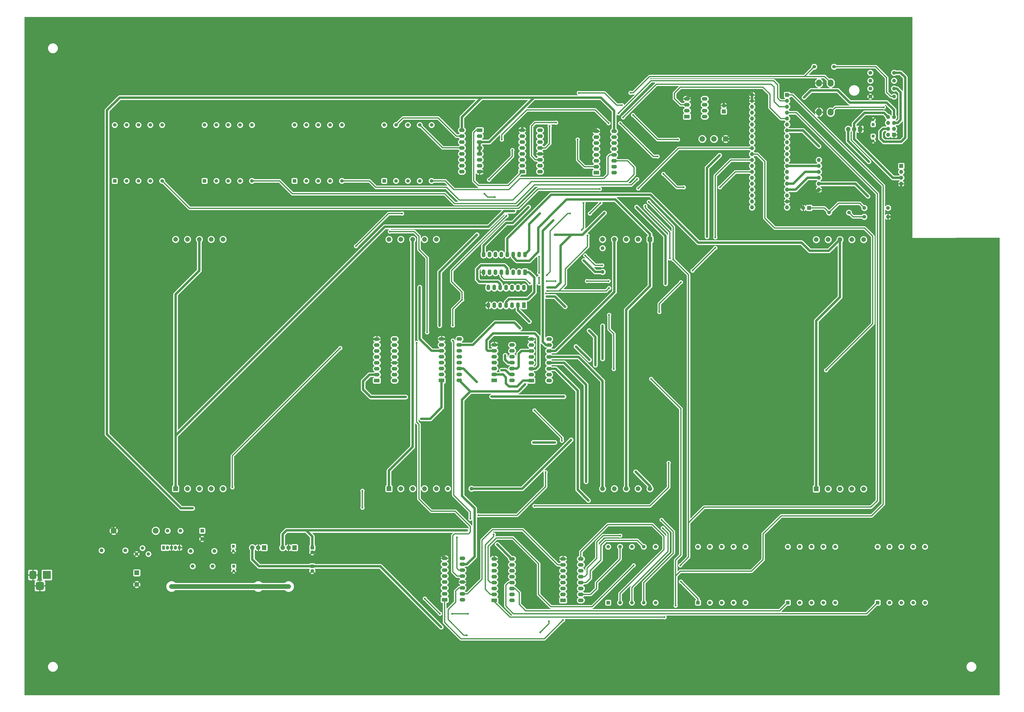
<source format=gtl>
G04 #@! TF.GenerationSoftware,KiCad,Pcbnew,(5.1.6)-1*
G04 #@! TF.CreationDate,2020-10-29T12:29:55+07:00*
G04 #@! TF.ProjectId,Clock,436c6f63-6b2e-46b6-9963-61645f706362,rev?*
G04 #@! TF.SameCoordinates,Original*
G04 #@! TF.FileFunction,Copper,L1,Top*
G04 #@! TF.FilePolarity,Positive*
%FSLAX46Y46*%
G04 Gerber Fmt 4.6, Leading zero omitted, Abs format (unit mm)*
G04 Created by KiCad (PCBNEW (5.1.6)-1) date 2020-10-29 12:29:55*
%MOMM*%
%LPD*%
G01*
G04 APERTURE LIST*
G04 #@! TA.AperFunction,ComponentPad*
%ADD10C,1.524000*%
G04 #@! TD*
G04 #@! TA.AperFunction,ComponentPad*
%ADD11O,1.700000X1.700000*%
G04 #@! TD*
G04 #@! TA.AperFunction,ComponentPad*
%ADD12R,1.700000X1.700000*%
G04 #@! TD*
G04 #@! TA.AperFunction,ComponentPad*
%ADD13O,1.600000X1.600000*%
G04 #@! TD*
G04 #@! TA.AperFunction,ComponentPad*
%ADD14C,1.600000*%
G04 #@! TD*
G04 #@! TA.AperFunction,ComponentPad*
%ADD15C,2.340000*%
G04 #@! TD*
G04 #@! TA.AperFunction,ComponentPad*
%ADD16O,2.400000X1.600000*%
G04 #@! TD*
G04 #@! TA.AperFunction,ComponentPad*
%ADD17R,2.400000X1.600000*%
G04 #@! TD*
G04 #@! TA.AperFunction,ComponentPad*
%ADD18O,1.600000X2.400000*%
G04 #@! TD*
G04 #@! TA.AperFunction,ComponentPad*
%ADD19R,1.600000X2.400000*%
G04 #@! TD*
G04 #@! TA.AperFunction,ComponentPad*
%ADD20O,2.500000X3.000000*%
G04 #@! TD*
G04 #@! TA.AperFunction,ComponentPad*
%ADD21O,1.905000X2.000000*%
G04 #@! TD*
G04 #@! TA.AperFunction,ComponentPad*
%ADD22R,1.905000X2.000000*%
G04 #@! TD*
G04 #@! TA.AperFunction,ComponentPad*
%ADD23C,1.200000*%
G04 #@! TD*
G04 #@! TA.AperFunction,ComponentPad*
%ADD24R,1.200000X1.200000*%
G04 #@! TD*
G04 #@! TA.AperFunction,ComponentPad*
%ADD25C,1.500000*%
G04 #@! TD*
G04 #@! TA.AperFunction,ComponentPad*
%ADD26R,1.500000X1.500000*%
G04 #@! TD*
G04 #@! TA.AperFunction,ComponentPad*
%ADD27R,2.000000X2.000000*%
G04 #@! TD*
G04 #@! TA.AperFunction,ComponentPad*
%ADD28C,2.000000*%
G04 #@! TD*
G04 #@! TA.AperFunction,ComponentPad*
%ADD29R,1.600000X1.600000*%
G04 #@! TD*
G04 #@! TA.AperFunction,ComponentPad*
%ADD30O,1.275000X1.800000*%
G04 #@! TD*
G04 #@! TA.AperFunction,ComponentPad*
%ADD31R,1.275000X1.800000*%
G04 #@! TD*
G04 #@! TA.AperFunction,ComponentPad*
%ADD32C,1.440000*%
G04 #@! TD*
G04 #@! TA.AperFunction,ComponentPad*
%ADD33R,3.500000X3.500000*%
G04 #@! TD*
G04 #@! TA.AperFunction,ComponentPad*
%ADD34C,2.500000*%
G04 #@! TD*
G04 #@! TA.AperFunction,ViaPad*
%ADD35C,0.800000*%
G04 #@! TD*
G04 #@! TA.AperFunction,Conductor*
%ADD36C,2.000000*%
G04 #@! TD*
G04 #@! TA.AperFunction,Conductor*
%ADD37C,1.000000*%
G04 #@! TD*
G04 #@! TA.AperFunction,Conductor*
%ADD38C,0.500000*%
G04 #@! TD*
G04 #@! TA.AperFunction,Conductor*
%ADD39C,0.250000*%
G04 #@! TD*
G04 #@! TA.AperFunction,Conductor*
%ADD40C,0.254000*%
G04 #@! TD*
G04 APERTURE END LIST*
D10*
X512650000Y-60000000D03*
X504150000Y-60000000D03*
X519050000Y-122600000D03*
X510550000Y-122600000D03*
D11*
X499460000Y-120600000D03*
D12*
X502000000Y-120600000D03*
D13*
X525640000Y-120600000D03*
D14*
X535800000Y-120600000D03*
D13*
X535760000Y-124400000D03*
D14*
X525600000Y-124400000D03*
D15*
X466200000Y-91000000D03*
X461200000Y-91000000D03*
X456200000Y-91000000D03*
D16*
X457220000Y-81400000D03*
X449600000Y-73780000D03*
X457220000Y-78860000D03*
X449600000Y-76320000D03*
X457220000Y-76320000D03*
X449600000Y-78860000D03*
X457220000Y-73780000D03*
D17*
X449600000Y-81400000D03*
D11*
X465400000Y-76660000D03*
D12*
X465400000Y-79200000D03*
D16*
X353130000Y-87250000D03*
X360750000Y-105030000D03*
X353130000Y-89790000D03*
X360750000Y-102490000D03*
X353130000Y-92330000D03*
X360750000Y-99950000D03*
X353130000Y-94870000D03*
X360750000Y-97410000D03*
X353130000Y-97410000D03*
X360750000Y-94870000D03*
X353130000Y-99950000D03*
X360750000Y-92330000D03*
X353130000Y-102490000D03*
X360750000Y-89790000D03*
X353130000Y-105030000D03*
D17*
X360750000Y-87250000D03*
D16*
X404120000Y-289000000D03*
X396500000Y-271220000D03*
X404120000Y-286460000D03*
X396500000Y-273760000D03*
X404120000Y-283920000D03*
X396500000Y-276300000D03*
X404120000Y-281380000D03*
X396500000Y-278840000D03*
X404120000Y-278840000D03*
X396500000Y-281380000D03*
X404120000Y-276300000D03*
X396500000Y-283920000D03*
X404120000Y-273760000D03*
X396500000Y-286460000D03*
X404120000Y-271220000D03*
D17*
X396500000Y-289000000D03*
D18*
X380200000Y-140580000D03*
X362420000Y-148200000D03*
X377660000Y-140580000D03*
X364960000Y-148200000D03*
X375120000Y-140580000D03*
X367500000Y-148200000D03*
X372580000Y-140580000D03*
X370040000Y-148200000D03*
X370040000Y-140580000D03*
X372580000Y-148200000D03*
X367500000Y-140580000D03*
X375120000Y-148200000D03*
X364960000Y-140580000D03*
X377660000Y-148200000D03*
X362420000Y-140580000D03*
D19*
X380200000Y-148200000D03*
D13*
X528240000Y-66000000D03*
D14*
X538400000Y-66000000D03*
D13*
X538360000Y-62600000D03*
D14*
X528200000Y-62600000D03*
D13*
X538360000Y-69400000D03*
D14*
X528200000Y-69400000D03*
D13*
X538360000Y-72800000D03*
D14*
X528200000Y-72800000D03*
D20*
X511200000Y-67000000D03*
X506200000Y-67000000D03*
X511200000Y-79500000D03*
X506200000Y-79500000D03*
D11*
X506150000Y-100030000D03*
X506150000Y-112770000D03*
X506150000Y-110230000D03*
X506150000Y-107670000D03*
X506150000Y-105130000D03*
X506150000Y-102590000D03*
X541450000Y-107680000D03*
X541450000Y-105140000D03*
D12*
X541450000Y-102600000D03*
D11*
X541450000Y-110220000D03*
D21*
X518720000Y-86800000D03*
X521260000Y-86800000D03*
D22*
X523800000Y-86800000D03*
D23*
X529400000Y-82800000D03*
D24*
X529400000Y-84800000D03*
D23*
X529400000Y-91800000D03*
D24*
X529400000Y-89800000D03*
D12*
X538350000Y-89200000D03*
D11*
X538350000Y-86660000D03*
X535810000Y-89200000D03*
X538350000Y-84120000D03*
X535810000Y-86660000D03*
X535810000Y-84120000D03*
X535810000Y-81580000D03*
X538350000Y-81580000D03*
X477516640Y-92434920D03*
X477516640Y-74654920D03*
X477516640Y-79734920D03*
X477516640Y-115294920D03*
X477516640Y-105134920D03*
X477516640Y-77194920D03*
X477516640Y-94974920D03*
X477516640Y-120374920D03*
X477516640Y-110214920D03*
X477516640Y-82274920D03*
X477516640Y-87354920D03*
X477516640Y-100054920D03*
X477516640Y-117834920D03*
X477516640Y-72114920D03*
X477516640Y-89894920D03*
X477516640Y-102594920D03*
X477516640Y-107674920D03*
X477516640Y-84814920D03*
X477516640Y-112754920D03*
X477516640Y-97514920D03*
X492516640Y-102594920D03*
X492516640Y-84814920D03*
X492516640Y-77194920D03*
X492516640Y-94974920D03*
X492516640Y-115294920D03*
X492516640Y-107674920D03*
X492516640Y-89894920D03*
X492516640Y-82274920D03*
X492516640Y-120374920D03*
X492516640Y-110214920D03*
X492516640Y-79734920D03*
X492516640Y-105134920D03*
X492516640Y-117834920D03*
D12*
X492516640Y-72114920D03*
D11*
X492516640Y-74654920D03*
X492516640Y-87354920D03*
X492516640Y-100054920D03*
X492516640Y-92434920D03*
X492516640Y-112754920D03*
X492516640Y-97514920D03*
D16*
X374620000Y-289000000D03*
X367000000Y-271220000D03*
X374620000Y-286460000D03*
X367000000Y-273760000D03*
X374620000Y-283920000D03*
X367000000Y-276300000D03*
X374620000Y-281380000D03*
X367000000Y-278840000D03*
X374620000Y-278840000D03*
X367000000Y-281380000D03*
X374620000Y-276300000D03*
X367000000Y-283920000D03*
X374620000Y-273760000D03*
X367000000Y-286460000D03*
X374620000Y-271220000D03*
D17*
X367000000Y-289000000D03*
D16*
X353370000Y-288750000D03*
X345750000Y-270970000D03*
X353370000Y-286210000D03*
X345750000Y-273510000D03*
X353370000Y-283670000D03*
X345750000Y-276050000D03*
X353370000Y-281130000D03*
X345750000Y-278590000D03*
X353370000Y-278590000D03*
X345750000Y-281130000D03*
X353370000Y-276050000D03*
X345750000Y-283670000D03*
X353370000Y-273510000D03*
X345750000Y-286210000D03*
X353370000Y-270970000D03*
D17*
X345750000Y-288750000D03*
D16*
X386620000Y-105000000D03*
X379000000Y-87220000D03*
X386620000Y-102460000D03*
X379000000Y-89760000D03*
X386620000Y-99920000D03*
X379000000Y-92300000D03*
X386620000Y-97380000D03*
X379000000Y-94840000D03*
X386620000Y-94840000D03*
X379000000Y-97380000D03*
X386620000Y-92300000D03*
X379000000Y-99920000D03*
X386620000Y-89760000D03*
X379000000Y-102460000D03*
X386620000Y-87220000D03*
D17*
X379000000Y-105000000D03*
D16*
X418370000Y-105500000D03*
X410750000Y-87720000D03*
X418370000Y-102960000D03*
X410750000Y-90260000D03*
X418370000Y-100420000D03*
X410750000Y-92800000D03*
X418370000Y-97880000D03*
X410750000Y-95340000D03*
X418370000Y-95340000D03*
X410750000Y-97880000D03*
X418370000Y-92800000D03*
X410750000Y-100420000D03*
X418370000Y-90260000D03*
X410750000Y-102960000D03*
X418370000Y-87720000D03*
D17*
X410750000Y-105500000D03*
D25*
X415840000Y-266000000D03*
X420920000Y-266000000D03*
X426000000Y-266000000D03*
X431080000Y-266000000D03*
X436160000Y-266000000D03*
X436160000Y-290000000D03*
X431080000Y-290000000D03*
X426000000Y-290000000D03*
X420920000Y-290000000D03*
D26*
X415840000Y-290000000D03*
D25*
X319840000Y-85000000D03*
X324920000Y-85000000D03*
X330000000Y-85000000D03*
X335080000Y-85000000D03*
X340160000Y-85000000D03*
X340160000Y-109000000D03*
X335080000Y-109000000D03*
X330000000Y-109000000D03*
X324920000Y-109000000D03*
D26*
X319840000Y-109000000D03*
D25*
X242840000Y-85000000D03*
X247920000Y-85000000D03*
X253000000Y-85000000D03*
X258080000Y-85000000D03*
X263160000Y-85000000D03*
X263160000Y-109000000D03*
X258080000Y-109000000D03*
X253000000Y-109000000D03*
X247920000Y-109000000D03*
D26*
X242840000Y-109000000D03*
D25*
X204340000Y-85000000D03*
X209420000Y-85000000D03*
X214500000Y-85000000D03*
X219580000Y-85000000D03*
X224660000Y-85000000D03*
X224660000Y-109000000D03*
X219580000Y-109000000D03*
X214500000Y-109000000D03*
X209420000Y-109000000D03*
D26*
X204340000Y-109000000D03*
D13*
X413450000Y-148060000D03*
D14*
X413450000Y-137900000D03*
D27*
X230436000Y-241100000D03*
D28*
X235516000Y-241100000D03*
X240596000Y-241100000D03*
X245676000Y-241100000D03*
X250756000Y-241100000D03*
X250756000Y-134100000D03*
X245676000Y-134100000D03*
X240596000Y-134100000D03*
X235516000Y-134100000D03*
X230436000Y-134100000D03*
D27*
X321876000Y-241100000D03*
D28*
X326956000Y-241100000D03*
X332036000Y-241100000D03*
X337116000Y-241100000D03*
X342196000Y-241100000D03*
X342196000Y-134100000D03*
X337116000Y-134100000D03*
X332036000Y-134100000D03*
X326956000Y-134100000D03*
X321876000Y-134100000D03*
X433760000Y-241100000D03*
X428680000Y-241100000D03*
X423600000Y-241100000D03*
X418520000Y-241100000D03*
X413440000Y-241100000D03*
X413440000Y-134100000D03*
X418520000Y-134100000D03*
X423600000Y-134100000D03*
X428680000Y-134100000D03*
D27*
X433760000Y-134100000D03*
D25*
X531340000Y-266000000D03*
X536420000Y-266000000D03*
X541500000Y-266000000D03*
X546580000Y-266000000D03*
X551660000Y-266000000D03*
X551660000Y-290000000D03*
X546580000Y-290000000D03*
X541500000Y-290000000D03*
X536420000Y-290000000D03*
D26*
X531340000Y-290000000D03*
D25*
X492840000Y-266000000D03*
X497920000Y-266000000D03*
X503000000Y-266000000D03*
X508080000Y-266000000D03*
X513160000Y-266000000D03*
X513160000Y-290000000D03*
X508080000Y-290000000D03*
X503000000Y-290000000D03*
X497920000Y-290000000D03*
D26*
X492840000Y-290000000D03*
D18*
X379750000Y-154780000D03*
X364510000Y-162400000D03*
X377210000Y-154780000D03*
X367050000Y-162400000D03*
X374670000Y-154780000D03*
X369590000Y-162400000D03*
X372130000Y-154780000D03*
X372130000Y-162400000D03*
X369590000Y-154780000D03*
X374670000Y-162400000D03*
X367050000Y-154780000D03*
X377210000Y-162400000D03*
X364510000Y-154780000D03*
D19*
X379750000Y-162400000D03*
D16*
X374670000Y-194650000D03*
X367050000Y-179410000D03*
X374670000Y-192110000D03*
X367050000Y-181950000D03*
X374670000Y-189570000D03*
X367050000Y-184490000D03*
X374670000Y-187030000D03*
X367050000Y-187030000D03*
X374670000Y-184490000D03*
X367050000Y-189570000D03*
X374670000Y-181950000D03*
X367050000Y-192110000D03*
X374670000Y-179410000D03*
D17*
X367050000Y-194650000D03*
D25*
X454340000Y-266000000D03*
X459420000Y-266000000D03*
X464500000Y-266000000D03*
X469580000Y-266000000D03*
X474660000Y-266000000D03*
X474660000Y-290000000D03*
X469580000Y-290000000D03*
X464500000Y-290000000D03*
X459420000Y-290000000D03*
D26*
X454340000Y-290000000D03*
D16*
X324270000Y-194700000D03*
X316650000Y-176920000D03*
X324270000Y-192160000D03*
X316650000Y-179460000D03*
X324270000Y-189620000D03*
X316650000Y-182000000D03*
X324270000Y-187080000D03*
X316650000Y-184540000D03*
X324270000Y-184540000D03*
X316650000Y-187080000D03*
X324270000Y-182000000D03*
X316650000Y-189620000D03*
X324270000Y-179460000D03*
X316650000Y-192160000D03*
X324270000Y-176920000D03*
D17*
X316650000Y-194700000D03*
D21*
X276320000Y-266400000D03*
X278860000Y-266400000D03*
D22*
X281400000Y-266400000D03*
D21*
X263320000Y-266400000D03*
X265860000Y-266400000D03*
D22*
X268400000Y-266400000D03*
D13*
X357260000Y-241100000D03*
D14*
X347100000Y-241100000D03*
D16*
X390520000Y-194700000D03*
X382900000Y-176920000D03*
X390520000Y-192160000D03*
X382900000Y-179460000D03*
X390520000Y-189620000D03*
X382900000Y-182000000D03*
X390520000Y-187080000D03*
X382900000Y-184540000D03*
X390520000Y-184540000D03*
X382900000Y-187080000D03*
X390520000Y-182000000D03*
X382900000Y-189620000D03*
X390520000Y-179460000D03*
X382900000Y-192160000D03*
X390520000Y-176920000D03*
D17*
X382900000Y-194700000D03*
D16*
X352070000Y-194650000D03*
X344450000Y-176870000D03*
X352070000Y-192110000D03*
X344450000Y-179410000D03*
X352070000Y-189570000D03*
X344450000Y-181950000D03*
X352070000Y-187030000D03*
X344450000Y-184490000D03*
X352070000Y-184490000D03*
X344450000Y-187030000D03*
X352070000Y-181950000D03*
X344450000Y-189570000D03*
X352070000Y-179410000D03*
X344450000Y-192110000D03*
X352070000Y-176870000D03*
D17*
X344450000Y-194650000D03*
D14*
X289000000Y-268400000D03*
D29*
X289000000Y-266400000D03*
D23*
X255200000Y-267800000D03*
D24*
X255200000Y-265800000D03*
D14*
X289000000Y-276400000D03*
D29*
X289000000Y-274400000D03*
D23*
X255300000Y-276400000D03*
D24*
X255300000Y-274400000D03*
D25*
X281390000Y-85000000D03*
X286470000Y-85000000D03*
X291550000Y-85000000D03*
X296630000Y-85000000D03*
X301710000Y-85000000D03*
X301710000Y-109000000D03*
X296630000Y-109000000D03*
X291550000Y-109000000D03*
X286470000Y-109000000D03*
D26*
X281390000Y-109000000D03*
D30*
X232100000Y-266400000D03*
X230400000Y-266400000D03*
X228700000Y-266400000D03*
X227000000Y-266400000D03*
D31*
X225300000Y-266400000D03*
D32*
X213700000Y-269150000D03*
X216240000Y-266610000D03*
X218780000Y-269150000D03*
D13*
X247010000Y-267850000D03*
D14*
X236850000Y-267850000D03*
D13*
X198740000Y-267600000D03*
D14*
X208900000Y-267600000D03*
G04 #@! TA.AperFunction,ComponentPad*
G36*
G01*
X170510000Y-283705000D02*
X170510000Y-281955000D01*
G75*
G02*
X171385000Y-281080000I875000J0D01*
G01*
X173135000Y-281080000D01*
G75*
G02*
X174010000Y-281955000I0J-875000D01*
G01*
X174010000Y-283705000D01*
G75*
G02*
X173135000Y-284580000I-875000J0D01*
G01*
X171385000Y-284580000D01*
G75*
G02*
X170510000Y-283705000I0J875000D01*
G01*
G37*
G04 #@! TD.AperFunction*
G04 #@! TA.AperFunction,ComponentPad*
G36*
G01*
X167760000Y-279130000D02*
X167760000Y-277130000D01*
G75*
G02*
X168510000Y-276380000I750000J0D01*
G01*
X170010000Y-276380000D01*
G75*
G02*
X170760000Y-277130000I0J-750000D01*
G01*
X170760000Y-279130000D01*
G75*
G02*
X170010000Y-279880000I-750000J0D01*
G01*
X168510000Y-279880000D01*
G75*
G02*
X167760000Y-279130000I0J750000D01*
G01*
G37*
G04 #@! TD.AperFunction*
D33*
X175260000Y-278130000D03*
D25*
X232500000Y-259150000D03*
X227000000Y-259150000D03*
D34*
X203900000Y-259150000D03*
X221900000Y-259150000D03*
D14*
X241850000Y-262650000D03*
D29*
X241850000Y-259150000D03*
D28*
X213800000Y-282200000D03*
D27*
X213800000Y-277200000D03*
D10*
X246250000Y-274400000D03*
X237750000Y-274400000D03*
D27*
X505040000Y-241200000D03*
D28*
X510120000Y-241200000D03*
X515200000Y-241200000D03*
X520280000Y-241200000D03*
X525360000Y-241200000D03*
X525360000Y-134200000D03*
X520280000Y-134200000D03*
X515200000Y-134200000D03*
X510120000Y-134200000D03*
X505040000Y-134200000D03*
D35*
X382300000Y-172900000D03*
X356000000Y-149650000D03*
X203750000Y-237500000D03*
X386800000Y-81200000D03*
X381700000Y-120250000D03*
X428050000Y-120250000D03*
X402050000Y-180100000D03*
X407800000Y-185850000D03*
X440450000Y-153200000D03*
X393000000Y-221250000D03*
X383750000Y-221250000D03*
X440450000Y-135350000D03*
X458200000Y-133000000D03*
X463600000Y-98000000D03*
X386750000Y-302750000D03*
X390500000Y-298000000D03*
X396500000Y-297500000D03*
X335050000Y-154600000D03*
X329050000Y-201750000D03*
X335700000Y-211100000D03*
X407400000Y-246150000D03*
X406350000Y-238100000D03*
X427600000Y-233850000D03*
X392350000Y-125950000D03*
X380250000Y-196350000D03*
X343600000Y-171150000D03*
X359600000Y-132100000D03*
X393000000Y-132100000D03*
X389800000Y-154750000D03*
X344250000Y-300500000D03*
X414250000Y-122750000D03*
X527600000Y-100800000D03*
X355250000Y-259000000D03*
X368250000Y-265000000D03*
X237750000Y-249500000D03*
X237750000Y-249500000D03*
X375500000Y-122000000D03*
X386596000Y-122996000D03*
X332036000Y-148914000D03*
X405400000Y-143150000D03*
X399950000Y-220150000D03*
X413450000Y-171200000D03*
X413450000Y-185350000D03*
X389500000Y-152000000D03*
X393250000Y-152000000D03*
X406750000Y-152000000D03*
X416000000Y-152000000D03*
X443750000Y-142750000D03*
X433250000Y-118000000D03*
X426750000Y-274000000D03*
X446750000Y-274000000D03*
X301000000Y-180750000D03*
X254750000Y-240500000D03*
X310500000Y-249250000D03*
X337250000Y-288250000D03*
X343750000Y-294750000D03*
X349000000Y-294750000D03*
X355750000Y-294750000D03*
X431750000Y-119750000D03*
X442250000Y-142250000D03*
X413250000Y-145250000D03*
X406000000Y-141000000D03*
X386250000Y-141500000D03*
X386250000Y-148500000D03*
X310500000Y-242000000D03*
X422250000Y-81750000D03*
X353250000Y-160000000D03*
X349250000Y-171000000D03*
X349250000Y-177500000D03*
X356750000Y-254000000D03*
X366750000Y-260750000D03*
X372250000Y-124000000D03*
X420250000Y-80000000D03*
X402750000Y-91250000D03*
X405250000Y-118500000D03*
X404500000Y-130000000D03*
X407000000Y-132500000D03*
X389750000Y-156250000D03*
X440000000Y-296250000D03*
X444750000Y-291250000D03*
X434250000Y-194000000D03*
X418250000Y-189750000D03*
X416250000Y-166500000D03*
X416250000Y-155000000D03*
X412250000Y-112500000D03*
X428250000Y-108250000D03*
X421000000Y-261250000D03*
X438750000Y-254500000D03*
X439250000Y-258000000D03*
X370100000Y-190250000D03*
X359550000Y-195300000D03*
X365850000Y-201600000D03*
X396850000Y-201600000D03*
X410350000Y-188100000D03*
X407725000Y-173325000D03*
X397400000Y-163000000D03*
X389500000Y-158600000D03*
X378050000Y-172250000D03*
X371700000Y-183850000D03*
X447000000Y-281000000D03*
X428750000Y-112250000D03*
X412500000Y-118500000D03*
X408000000Y-123000000D03*
X399500000Y-123000000D03*
X389500000Y-149500000D03*
X386250000Y-150500000D03*
X386250000Y-153000000D03*
X382250000Y-153000000D03*
X509250000Y-190250000D03*
X441750000Y-230000000D03*
X384250000Y-248500000D03*
X355250000Y-304000000D03*
X333750000Y-178500000D03*
X338250000Y-174000000D03*
X322250000Y-130750000D03*
X445750000Y-91250000D03*
X426500000Y-80750000D03*
X421750000Y-76500000D03*
X403250000Y-71250000D03*
X390750000Y-85500000D03*
X389000000Y-234000000D03*
X389000000Y-234000000D03*
X360250000Y-252500000D03*
X351000000Y-262000000D03*
X327500000Y-123000000D03*
X307750000Y-137000000D03*
X463750000Y-111750000D03*
X448250000Y-111750000D03*
X439500000Y-106000000D03*
X437000000Y-98500000D03*
X421000000Y-84250000D03*
X416000000Y-84250000D03*
X370250000Y-91250000D03*
X374750000Y-95750000D03*
X364750000Y-108500000D03*
X362750000Y-114500000D03*
X367250000Y-116000000D03*
X382050000Y-169350000D03*
X384250000Y-207500000D03*
X396000000Y-220500000D03*
X437750000Y-165250000D03*
X447000000Y-152500000D03*
X452000000Y-147500000D03*
X461750000Y-137750000D03*
X461750000Y-133250000D03*
X393500000Y-84000000D03*
X499800000Y-73200000D03*
X527200000Y-115600000D03*
X506200000Y-94200000D03*
X425400000Y-71200000D03*
X534000000Y-77400000D03*
D36*
X265860000Y-283060000D02*
X278860000Y-283060000D01*
X265860000Y-283060000D02*
X228700000Y-283060000D01*
D37*
X367050000Y-179410000D02*
X370290000Y-179410000D01*
X372780000Y-176920000D02*
X382900000Y-176920000D01*
X370290000Y-179410000D02*
X372780000Y-176920000D01*
X381850000Y-172450000D02*
X382300000Y-172900000D01*
X377000000Y-167600000D02*
X381850000Y-172450000D01*
X356650000Y-167600000D02*
X377000000Y-167600000D01*
X344450000Y-176870000D02*
X347380000Y-176870000D01*
X361850000Y-162400000D02*
X356275000Y-167975000D01*
X364510000Y-162400000D02*
X361850000Y-162400000D01*
X347380000Y-176870000D02*
X356275000Y-167975000D01*
X356275000Y-167975000D02*
X356650000Y-167600000D01*
X356000000Y-149650000D02*
X356000000Y-158800000D01*
X359600000Y-162400000D02*
X364510000Y-162400000D01*
X356000000Y-158800000D02*
X359600000Y-162400000D01*
X343180000Y-268400000D02*
X345750000Y-270970000D01*
X289000000Y-268400000D02*
X343180000Y-268400000D01*
X258500000Y-252000000D02*
X247850000Y-262650000D01*
X309580000Y-176920000D02*
X258500000Y-228000000D01*
X247850000Y-262650000D02*
X241850000Y-262650000D01*
X316650000Y-176920000D02*
X309580000Y-176920000D01*
X258500000Y-228000000D02*
X258500000Y-252000000D01*
X203750000Y-259000000D02*
X203900000Y-259150000D01*
X203750000Y-237500000D02*
X203750000Y-259000000D01*
X403030000Y-87720000D02*
X393370000Y-97380000D01*
X410750000Y-87720000D02*
X403030000Y-87720000D01*
X393370000Y-97380000D02*
X386620000Y-97380000D01*
X364720000Y-105030000D02*
X372250000Y-97500000D01*
X360750000Y-105030000D02*
X364720000Y-105030000D01*
X375030000Y-87220000D02*
X372250000Y-90000000D01*
X379000000Y-87220000D02*
X375030000Y-87220000D01*
X372250000Y-97500000D02*
X372250000Y-90000000D01*
X523800000Y-86800000D02*
X523800000Y-90200000D01*
X525400000Y-91800000D02*
X529400000Y-91800000D01*
X523800000Y-90200000D02*
X525400000Y-91800000D01*
X523800000Y-86800000D02*
X523800000Y-85400000D01*
X526400000Y-82800000D02*
X529400000Y-82800000D01*
X523800000Y-85400000D02*
X526400000Y-82800000D01*
X379000000Y-87220000D02*
X379000000Y-85000000D01*
X379000000Y-85000000D02*
X382800000Y-81200000D01*
X404230000Y-81200000D02*
X410750000Y-87720000D01*
X382800000Y-81200000D02*
X386800000Y-81200000D01*
X386800000Y-81200000D02*
X404230000Y-81200000D01*
X449600000Y-73780000D02*
X449620000Y-73780000D01*
X449620000Y-73780000D02*
X452600000Y-70800000D01*
X452600000Y-70800000D02*
X461200000Y-70800000D01*
X465400000Y-75000000D02*
X465400000Y-76660000D01*
X461200000Y-70800000D02*
X465400000Y-75000000D01*
X476201720Y-70800000D02*
X477516640Y-72114920D01*
X461200000Y-70800000D02*
X476201720Y-70800000D01*
X477516640Y-72114920D02*
X477516640Y-74654920D01*
X465400000Y-76660000D02*
X467860000Y-76660000D01*
X467860000Y-76660000D02*
X470400000Y-79200000D01*
X470400000Y-79200000D02*
X470400000Y-89400000D01*
X468800000Y-91000000D02*
X466200000Y-91000000D01*
X470400000Y-89400000D02*
X468800000Y-91000000D01*
X501085080Y-117834920D02*
X506150000Y-112770000D01*
X496565080Y-117834920D02*
X501085080Y-117834920D01*
X535760000Y-124400000D02*
X538200000Y-124400000D01*
X541450000Y-121150000D02*
X541450000Y-110220000D01*
X538200000Y-124400000D02*
X541450000Y-121150000D01*
X499460000Y-120600000D02*
X496694920Y-117834920D01*
X496694920Y-117834920D02*
X496034920Y-117834920D01*
X492516640Y-117834920D02*
X496034920Y-117834920D01*
X496034920Y-117834920D02*
X496565080Y-117834920D01*
X362420000Y-140580000D02*
X362420000Y-136780000D01*
X362420000Y-136780000D02*
X372150000Y-127050000D01*
X372150000Y-127050000D02*
X374900000Y-127050000D01*
X374900000Y-127050000D02*
X381700000Y-120250000D01*
X381700000Y-120250000D02*
X381700000Y-120250000D01*
X402050000Y-180100000D02*
X407800000Y-185850000D01*
X407800000Y-185850000D02*
X407800000Y-185850000D01*
X440450000Y-132650000D02*
X428050000Y-120250000D01*
X440450000Y-153200000D02*
X440450000Y-135350000D01*
X393000000Y-221250000D02*
X383750000Y-221250000D01*
X383750000Y-221250000D02*
X383750000Y-221250000D01*
X440450000Y-135350000D02*
X440450000Y-132650000D01*
X458200000Y-133000000D02*
X458200000Y-103400000D01*
X458200000Y-103400000D02*
X463600000Y-98000000D01*
X463600000Y-98000000D02*
X463600000Y-98000000D01*
D38*
X355540000Y-286210000D02*
X353370000Y-286210000D01*
X361800000Y-279950000D02*
X355540000Y-286210000D01*
X394260000Y-273760000D02*
X379250000Y-258750000D01*
X366250000Y-258750000D02*
X361800000Y-263200000D01*
X379250000Y-258750000D02*
X366250000Y-258750000D01*
X396500000Y-273760000D02*
X394260000Y-273760000D01*
X361800000Y-263200000D02*
X361800000Y-279950000D01*
X386750000Y-302750000D02*
X390500000Y-299000000D01*
X390500000Y-299000000D02*
X390500000Y-298000000D01*
X345750000Y-288750000D02*
X345750000Y-298500000D01*
X345750000Y-298500000D02*
X352750000Y-305500000D01*
X352750000Y-305500000D02*
X388500000Y-305500000D01*
X388500000Y-305500000D02*
X396500000Y-297500000D01*
D37*
X335050000Y-154600000D02*
X335050000Y-176800000D01*
X340200000Y-181950000D02*
X344450000Y-181950000D01*
X335050000Y-176800000D02*
X340200000Y-181950000D01*
X316650000Y-192160000D02*
X313590000Y-192160000D01*
X313590000Y-192160000D02*
X310800000Y-194950000D01*
X310800000Y-194950000D02*
X310800000Y-198500000D01*
X310800000Y-198500000D02*
X314050000Y-201750000D01*
X314050000Y-201750000D02*
X329050000Y-201750000D01*
X344450000Y-194650000D02*
X344450000Y-206250000D01*
X339600000Y-211100000D02*
X335700000Y-211100000D01*
X344450000Y-206250000D02*
X339600000Y-211100000D01*
D38*
X360750000Y-87250000D02*
X359250000Y-87250000D01*
X359250000Y-87250000D02*
X358250000Y-88250000D01*
X358250000Y-88250000D02*
X358250000Y-109000000D01*
X358250000Y-109000000D02*
X360250000Y-111000000D01*
X373000000Y-111000000D02*
X379000000Y-105000000D01*
X360250000Y-111000000D02*
X373000000Y-111000000D01*
D37*
X392720000Y-189620000D02*
X392740000Y-189600000D01*
X390520000Y-189620000D02*
X392720000Y-189620000D01*
X392740000Y-189600000D02*
X393350000Y-189600000D01*
X393350000Y-189600000D02*
X402800000Y-199050000D01*
X402800000Y-241550000D02*
X407400000Y-246150000D01*
X402800000Y-199050000D02*
X402800000Y-241550000D01*
X390520000Y-187080000D02*
X396980000Y-187080000D01*
X396980000Y-187080000D02*
X406350000Y-196450000D01*
X406350000Y-196450000D02*
X406350000Y-238100000D01*
X390520000Y-184540000D02*
X403140000Y-184540000D01*
X413440000Y-194840000D02*
X413440000Y-241100000D01*
X403140000Y-184540000D02*
X413440000Y-194840000D01*
X390520000Y-182000000D02*
X393250000Y-182000000D01*
X418520000Y-156730000D02*
X418520000Y-134100000D01*
X393250000Y-182000000D02*
X418520000Y-156730000D01*
X433760000Y-241100000D02*
X433760000Y-240010000D01*
X433760000Y-240010000D02*
X427600000Y-233850000D01*
X390520000Y-179460000D02*
X389160000Y-179460000D01*
X389160000Y-179460000D02*
X387850000Y-178150000D01*
X387850000Y-130450000D02*
X392350000Y-125950000D01*
X387850000Y-178150000D02*
X387850000Y-130450000D01*
X263320000Y-266400000D02*
X263320000Y-271520000D01*
X266200000Y-274400000D02*
X289000000Y-274400000D01*
X263320000Y-271520000D02*
X266200000Y-274400000D01*
X356770000Y-199350000D02*
X352070000Y-194650000D01*
X380250000Y-196350000D02*
X377250000Y-199350000D01*
X377250000Y-199350000D02*
X356770000Y-199350000D01*
X343600000Y-171150000D02*
X343600000Y-148100000D01*
X343600000Y-148100000D02*
X359600000Y-132100000D01*
X359600000Y-132100000D02*
X359600000Y-132100000D01*
X289000000Y-274400000D02*
X318150000Y-274400000D01*
X318150000Y-274400000D02*
X344250000Y-300500000D01*
X404900000Y-132100000D02*
X414250000Y-122750000D01*
X414250000Y-122750000D02*
X414250000Y-122750000D01*
X395450000Y-136750000D02*
X400100000Y-132100000D01*
X400100000Y-132100000D02*
X393000000Y-132100000D01*
X395450000Y-152650000D02*
X395450000Y-136750000D01*
X389800000Y-154750000D02*
X393350000Y-154750000D01*
X404900000Y-132100000D02*
X400100000Y-132100000D01*
X393350000Y-154750000D02*
X395450000Y-152650000D01*
X518720000Y-86800000D02*
X518720000Y-91920000D01*
X518720000Y-91920000D02*
X527600000Y-100800000D01*
X527600000Y-100800000D02*
X527600000Y-100800000D01*
X355290000Y-273510000D02*
X358600000Y-270200000D01*
X353200000Y-202920000D02*
X356770000Y-199350000D01*
X353370000Y-273510000D02*
X355290000Y-273510000D01*
X358600000Y-249600000D02*
X353200000Y-244200000D01*
X358600000Y-270200000D02*
X358600000Y-249600000D01*
X353200000Y-244200000D02*
X353200000Y-202920000D01*
X276320000Y-266400000D02*
X276320000Y-260680000D01*
X276320000Y-260680000D02*
X278000000Y-259000000D01*
X289000000Y-261600000D02*
X289000000Y-266400000D01*
X286400000Y-259000000D02*
X289000000Y-261600000D01*
X285750000Y-259000000D02*
X355250000Y-259000000D01*
X285750000Y-259000000D02*
X286400000Y-259000000D01*
X278000000Y-259000000D02*
X285750000Y-259000000D01*
X355250000Y-259000000D02*
X355250000Y-259000000D01*
X374620000Y-271220000D02*
X374470000Y-271220000D01*
X374470000Y-271220000D02*
X368250000Y-265000000D01*
X237750000Y-249500000D02*
X232750000Y-249500000D01*
X232750000Y-249500000D02*
X201000000Y-217750000D01*
X201000000Y-217750000D02*
X201000000Y-78750000D01*
X201000000Y-78750000D02*
X206500000Y-73250000D01*
X418370000Y-78870000D02*
X418370000Y-87720000D01*
X412750000Y-73250000D02*
X418370000Y-78870000D01*
X364920000Y-92330000D02*
X384000000Y-73250000D01*
X384000000Y-73250000D02*
X412750000Y-73250000D01*
X364920000Y-92330000D02*
X360750000Y-92330000D01*
X353130000Y-81670000D02*
X361550000Y-73250000D01*
X353130000Y-87250000D02*
X353130000Y-81670000D01*
X206500000Y-73250000D02*
X361550000Y-73250000D01*
X361550000Y-73250000D02*
X384000000Y-73250000D01*
X360750000Y-92330000D02*
X360750000Y-94870000D01*
X360750000Y-97410000D02*
X360750000Y-94870000D01*
D38*
X343000000Y-82000000D02*
X350790000Y-89790000D01*
X350790000Y-89790000D02*
X353130000Y-89790000D01*
X324920000Y-85000000D02*
X327920000Y-82000000D01*
X327920000Y-82000000D02*
X343000000Y-82000000D01*
X335080000Y-85000000D02*
X344880000Y-94800000D01*
X353060000Y-94800000D02*
X353130000Y-94870000D01*
X344880000Y-94800000D02*
X353060000Y-94800000D01*
D37*
X386596000Y-122996000D02*
X382000000Y-127592000D01*
X382000000Y-138780000D02*
X380200000Y-140580000D01*
X382000000Y-127592000D02*
X382000000Y-138780000D01*
X230436000Y-241100000D02*
X230436000Y-218364000D01*
X230436000Y-218364000D02*
X230436000Y-157664000D01*
X240596000Y-147504000D02*
X240596000Y-134100000D01*
X230436000Y-157664000D02*
X240596000Y-147504000D01*
X370304000Y-122996000D02*
X371250000Y-122000000D01*
X230436000Y-218364000D02*
X320100000Y-128700000D01*
X364600000Y-128700000D02*
X370304000Y-122996000D01*
X320100000Y-128700000D02*
X364600000Y-128700000D01*
X371250000Y-122000000D02*
X375500000Y-122000000D01*
D39*
X321876000Y-241100000D02*
X321876000Y-240940000D01*
D37*
X332036000Y-142864000D02*
X332036000Y-142814000D01*
X321876000Y-233324000D02*
X321876000Y-241100000D01*
X332036000Y-223164000D02*
X321876000Y-233324000D01*
X332036000Y-134100000D02*
X332036000Y-148914000D01*
X332036000Y-148914000D02*
X332036000Y-223164000D01*
X423600000Y-241100000D02*
X423600000Y-164350000D01*
X433760000Y-154190000D02*
X433760000Y-134100000D01*
X423600000Y-164350000D02*
X433760000Y-154190000D01*
X433760000Y-131810000D02*
X433760000Y-134100000D01*
X398000000Y-117000000D02*
X418950000Y-117000000D01*
X390300009Y-124699991D02*
X398000000Y-117000000D01*
X390300009Y-124749991D02*
X390300009Y-124699991D01*
X375120000Y-141720000D02*
X376700000Y-143300000D01*
X418950000Y-117000000D02*
X433760000Y-131810000D01*
X376700000Y-143300000D02*
X382050000Y-143300000D01*
X375120000Y-140580000D02*
X375120000Y-141720000D01*
X385900000Y-129150000D02*
X390300009Y-124749991D01*
X385900000Y-139450000D02*
X385900000Y-129150000D01*
X382050000Y-143300000D02*
X385900000Y-139450000D01*
X505040000Y-241200000D02*
X505040000Y-169060000D01*
X515200000Y-158900000D02*
X515200000Y-134200000D01*
X505040000Y-169060000D02*
X515200000Y-158900000D01*
X372580000Y-140580000D02*
X372580000Y-133770000D01*
X372580000Y-133770000D02*
X391400000Y-114950000D01*
X391400000Y-114950000D02*
X433950000Y-114950000D01*
X433950000Y-114950000D02*
X454500000Y-135500000D01*
X454500000Y-135500000D02*
X498750000Y-135500000D01*
X498750000Y-135500000D02*
X502250000Y-139000000D01*
X510400000Y-139000000D02*
X515200000Y-134200000D01*
X502250000Y-139000000D02*
X510400000Y-139000000D01*
X413450000Y-148060000D02*
X410310000Y-148060000D01*
X410310000Y-148060000D02*
X405400000Y-143150000D01*
X357260000Y-241100000D02*
X379000000Y-241100000D01*
X379000000Y-241100000D02*
X399950000Y-220150000D01*
X399950000Y-220150000D02*
X399950000Y-220150000D01*
X413450000Y-171200000D02*
X413450000Y-185350000D01*
X413450000Y-185350000D02*
X413450000Y-185400000D01*
D38*
X389500000Y-152000000D02*
X393250000Y-152000000D01*
X393250000Y-152000000D02*
X393250000Y-152000000D01*
X406750000Y-152000000D02*
X416000000Y-152000000D01*
X416000000Y-152000000D02*
X416000000Y-152000000D01*
X443750000Y-142750000D02*
X443750000Y-128750000D01*
X443750000Y-128750000D02*
X433250000Y-118000000D01*
X433250000Y-118000000D02*
X433250000Y-118250000D01*
X426750000Y-274000000D02*
X426750000Y-274000000D01*
X446750000Y-274000000D02*
X450250000Y-270500000D01*
X450250000Y-149250000D02*
X443750000Y-142750000D01*
X496484920Y-79734920D02*
X531250000Y-114500000D01*
X531250000Y-114500000D02*
X531250000Y-246250000D01*
X531250000Y-246250000D02*
X528500000Y-249000000D01*
X457000000Y-249000000D02*
X450250000Y-255750000D01*
X528500000Y-249000000D02*
X457000000Y-249000000D01*
X450250000Y-270500000D02*
X450250000Y-255750000D01*
X450250000Y-255750000D02*
X450250000Y-149250000D01*
X496484920Y-79734920D02*
X492516640Y-79734920D01*
X364400000Y-280400000D02*
X365380000Y-281380000D01*
X364400000Y-265800000D02*
X364400000Y-280400000D01*
X367950000Y-262250000D02*
X364400000Y-265800000D01*
X375000000Y-262250000D02*
X367950000Y-262250000D01*
X409000000Y-291750000D02*
X391250000Y-291750000D01*
X365380000Y-281380000D02*
X367000000Y-281380000D01*
X426750000Y-274000000D02*
X409000000Y-291750000D01*
X386000000Y-286500000D02*
X386000000Y-273250000D01*
X391250000Y-291750000D02*
X386000000Y-286500000D01*
X386000000Y-273250000D02*
X375000000Y-262250000D01*
X301000000Y-180750000D02*
X254750000Y-227000000D01*
X254750000Y-227000000D02*
X254750000Y-240500000D01*
X254750000Y-240500000D02*
X254750000Y-240500000D01*
X343750000Y-294750000D02*
X343750000Y-294750000D01*
X355750000Y-294750000D02*
X355750000Y-294750000D01*
X431750000Y-119750000D02*
X431750000Y-120500000D01*
X431750000Y-120500000D02*
X442250000Y-131000000D01*
X442250000Y-131000000D02*
X442250000Y-142250000D01*
X442250000Y-142250000D02*
X442250000Y-142250000D01*
X413250000Y-145250000D02*
X410250000Y-145250000D01*
X410250000Y-145250000D02*
X406000000Y-141000000D01*
X406000000Y-141000000D02*
X406000000Y-141000000D01*
X386250000Y-141500000D02*
X386250000Y-148500000D01*
X386250000Y-148500000D02*
X386250000Y-148500000D01*
X349000000Y-294750000D02*
X355750000Y-294750000D01*
X343750000Y-294750000D02*
X337250000Y-288250000D01*
X310500000Y-242000000D02*
X310500000Y-249250000D01*
X487000000Y-75000000D02*
X487000000Y-68750000D01*
X487000000Y-68750000D02*
X485750000Y-67500000D01*
X436500000Y-67500000D02*
X422250000Y-81750000D01*
X485750000Y-67500000D02*
X436500000Y-67500000D01*
X489194920Y-77194920D02*
X487000000Y-75000000D01*
X492516640Y-77194920D02*
X489194920Y-77194920D01*
X353250000Y-160000000D02*
X349500000Y-163750000D01*
X349500000Y-163750000D02*
X349250000Y-164000000D01*
X349250000Y-164000000D02*
X349250000Y-171000000D01*
X349250000Y-171000000D02*
X349250000Y-171000000D01*
X349649999Y-177899999D02*
X349649999Y-243899999D01*
X349250000Y-177500000D02*
X349649999Y-177899999D01*
X349649999Y-243899999D02*
X356750000Y-251000000D01*
X356750000Y-251000000D02*
X356750000Y-254000000D01*
X356750000Y-254000000D02*
X356750000Y-254000000D01*
X353250000Y-160000000D02*
X353250000Y-156750000D01*
X353250000Y-156750000D02*
X348750000Y-152250000D01*
X348750000Y-152250000D02*
X348750000Y-147500000D01*
X348750000Y-147500000D02*
X371500000Y-124750000D01*
X371500000Y-124750000D02*
X372250000Y-124000000D01*
X372250000Y-124000000D02*
X372250000Y-124000000D01*
X420250000Y-80000000D02*
X420250000Y-80000000D01*
X402750000Y-91250000D02*
X402750000Y-100000000D01*
X405710000Y-102960000D02*
X410750000Y-102960000D01*
X402750000Y-100000000D02*
X405710000Y-102960000D01*
X486750000Y-66000000D02*
X434250000Y-66000000D01*
X434250000Y-66000000D02*
X420250000Y-80000000D01*
X488500000Y-67750000D02*
X486750000Y-66000000D01*
X488500000Y-73500000D02*
X488500000Y-67750000D01*
X489654920Y-74654920D02*
X488500000Y-73500000D01*
X492516640Y-74654920D02*
X489654920Y-74654920D01*
X366750000Y-260750000D02*
X366750000Y-261650000D01*
X366750000Y-261650000D02*
X363200000Y-265200000D01*
X363200000Y-284320000D02*
X365340000Y-286460000D01*
X363200000Y-265200000D02*
X363200000Y-284320000D01*
X365340000Y-286460000D02*
X367000000Y-286460000D01*
X405250000Y-118500000D02*
X405250000Y-129250000D01*
X405250000Y-129250000D02*
X404500000Y-130000000D01*
X404500000Y-130000000D02*
X404500000Y-130000000D01*
X407000000Y-132500000D02*
X407000000Y-137250000D01*
X407000000Y-137250000D02*
X397500000Y-146750000D01*
X397500000Y-146750000D02*
X397500000Y-153500000D01*
X397500000Y-153500000D02*
X394750000Y-156250000D01*
X394750000Y-156250000D02*
X389750000Y-156250000D01*
X389750000Y-156250000D02*
X389750000Y-156250000D01*
X367000000Y-289000000D02*
X367000000Y-289500000D01*
X367000000Y-289500000D02*
X373750000Y-296250000D01*
X373750000Y-296250000D02*
X440000000Y-296250000D01*
X440000000Y-296250000D02*
X440000000Y-296250000D01*
X444750000Y-271750000D02*
X447000000Y-269500000D01*
X447000000Y-269500000D02*
X447000000Y-206750000D01*
X447000000Y-206750000D02*
X434250000Y-194000000D01*
X434250000Y-194000000D02*
X434250000Y-194000000D01*
X418250000Y-174656483D02*
X416250000Y-172656483D01*
X418250000Y-189750000D02*
X418250000Y-174656483D01*
X416250000Y-172656483D02*
X416250000Y-166500000D01*
X416250000Y-166500000D02*
X416250000Y-166500000D01*
X415000000Y-156250000D02*
X416250000Y-155000000D01*
X394750000Y-156250000D02*
X415000000Y-156250000D01*
X494864920Y-72114920D02*
X533750000Y-111000000D01*
X533750000Y-111000000D02*
X533750000Y-247750000D01*
X533750000Y-247750000D02*
X528750000Y-252750000D01*
X528750000Y-252750000D02*
X490000000Y-252750000D01*
X490000000Y-252750000D02*
X482250000Y-260500000D01*
X482250000Y-260500000D02*
X482250000Y-271500000D01*
X482250000Y-271500000D02*
X477250000Y-276500000D01*
X446750000Y-276500000D02*
X444750000Y-278500000D01*
X477250000Y-276500000D02*
X446750000Y-276500000D01*
X444750000Y-291250000D02*
X444750000Y-278500000D01*
X444750000Y-278500000D02*
X444750000Y-271750000D01*
X494864920Y-72114920D02*
X492516640Y-72114920D01*
X224660000Y-109000000D02*
X236410000Y-120750000D01*
X236410000Y-120750000D02*
X377500000Y-120750000D01*
X377500000Y-120750000D02*
X385750000Y-112500000D01*
X385750000Y-112500000D02*
X412250000Y-112500000D01*
X263160000Y-109000000D02*
X275000000Y-109000000D01*
X280500000Y-114500000D02*
X345750000Y-114500000D01*
X275000000Y-109000000D02*
X280500000Y-114500000D01*
X345750000Y-114500000D02*
X350000000Y-118750000D01*
X350000000Y-118750000D02*
X376250000Y-118750000D01*
X376250000Y-118750000D02*
X384250000Y-110750000D01*
X384250000Y-110750000D02*
X425750000Y-110750000D01*
X425750000Y-110750000D02*
X428250000Y-108250000D01*
X301710000Y-109000000D02*
X313500000Y-109000000D01*
X313500000Y-109000000D02*
X316250000Y-111750000D01*
X316250000Y-111750000D02*
X346500000Y-111750000D01*
X346500000Y-111750000D02*
X352000000Y-117250000D01*
X352000000Y-117250000D02*
X375000000Y-117250000D01*
X375000000Y-117250000D02*
X383000000Y-109250000D01*
X383000000Y-109250000D02*
X424000000Y-109250000D01*
X424000000Y-109250000D02*
X427000000Y-106250000D01*
X427000000Y-106250000D02*
X427000000Y-103250000D01*
X424170000Y-100420000D02*
X418370000Y-100420000D01*
X427000000Y-103250000D02*
X424170000Y-100420000D01*
X340160000Y-109000000D02*
X346000000Y-109000000D01*
X346000000Y-109000000D02*
X349750000Y-112750000D01*
X349750000Y-112750000D02*
X373250000Y-112750000D01*
X373250000Y-112750000D02*
X378000000Y-108000000D01*
X378000000Y-108000000D02*
X414000000Y-108000000D01*
X414000000Y-108000000D02*
X415750000Y-106250000D01*
X415750000Y-106250000D02*
X415750000Y-98750000D01*
X416620000Y-97880000D02*
X418370000Y-97880000D01*
X415750000Y-98750000D02*
X416620000Y-97880000D01*
X420920000Y-290000000D02*
X420920000Y-286080000D01*
X439750000Y-261500000D02*
X434750000Y-256500000D01*
X439750000Y-267250000D02*
X439750000Y-261500000D01*
X420920000Y-286080000D02*
X439750000Y-267250000D01*
X434750000Y-256500000D02*
X415700000Y-256500000D01*
X404120000Y-268080000D02*
X404120000Y-271220000D01*
X415700000Y-256500000D02*
X404120000Y-268080000D01*
X420920000Y-266000000D02*
X420920000Y-271330000D01*
X420920000Y-271330000D02*
X410870000Y-281380000D01*
X404120000Y-286460000D02*
X408340000Y-286460000D01*
X410870000Y-283930000D02*
X410870000Y-281380000D01*
X408340000Y-286460000D02*
X410870000Y-283930000D01*
X431080000Y-266000000D02*
X428330000Y-263250000D01*
X428330000Y-263250000D02*
X414750000Y-263250000D01*
X414750000Y-263250000D02*
X412750000Y-265250000D01*
X412750000Y-265250000D02*
X412750000Y-271750000D01*
X412750000Y-271750000D02*
X408200000Y-276300000D01*
X408200000Y-276300000D02*
X408200000Y-279600000D01*
X406420000Y-281380000D02*
X404120000Y-281380000D01*
X408200000Y-279600000D02*
X406420000Y-281380000D01*
X405760000Y-278840000D02*
X404120000Y-278840000D01*
X406800000Y-277800000D02*
X405760000Y-278840000D01*
X413750000Y-261250000D02*
X411000000Y-264000000D01*
X421000000Y-261250000D02*
X413750000Y-261250000D01*
X411000000Y-271000000D02*
X406800000Y-275200000D01*
X411000000Y-264000000D02*
X411000000Y-271000000D01*
X406800000Y-275200000D02*
X406800000Y-277800000D01*
X431080000Y-290000000D02*
X431080000Y-281420000D01*
X431080000Y-281420000D02*
X443750000Y-268750000D01*
X443750000Y-268750000D02*
X443750000Y-259500000D01*
X443750000Y-259500000D02*
X438750000Y-254500000D01*
X426000000Y-290000000D02*
X426000000Y-283500000D01*
X426000000Y-283500000D02*
X441500000Y-268000000D01*
X441500000Y-268000000D02*
X441500000Y-260250000D01*
X441500000Y-260250000D02*
X439250000Y-258000000D01*
D37*
X374670000Y-192110000D02*
X373710000Y-192110000D01*
X373710000Y-192110000D02*
X371850000Y-190250000D01*
X371850000Y-190250000D02*
X370100000Y-190250000D01*
X352070000Y-189570000D02*
X353820000Y-189570000D01*
X353820000Y-189570000D02*
X359550000Y-195300000D01*
X359550000Y-195300000D02*
X359550000Y-195300000D01*
X365850000Y-201600000D02*
X396850000Y-201600000D01*
X396850000Y-201600000D02*
X396850000Y-201600000D01*
X410350000Y-188100000D02*
X410350000Y-175950000D01*
X410350000Y-175950000D02*
X407725000Y-173325000D01*
X407725000Y-173325000D02*
X407650000Y-173250000D01*
X393000000Y-158600000D02*
X397400000Y-163000000D01*
X389500000Y-158600000D02*
X393000000Y-158600000D01*
X352070000Y-179410000D02*
X357840000Y-179410000D01*
X357840000Y-179410000D02*
X362800000Y-174450000D01*
X362800000Y-174450000D02*
X362800000Y-174450000D01*
X378050000Y-172250000D02*
X375650000Y-169850000D01*
X367400000Y-169850000D02*
X362800000Y-174450000D01*
X375650000Y-169850000D02*
X367400000Y-169850000D01*
X374670000Y-187030000D02*
X373030000Y-187030000D01*
X373030000Y-187030000D02*
X371700000Y-185700000D01*
X371700000Y-185700000D02*
X371700000Y-183850000D01*
D38*
X454340000Y-290000000D02*
X454340000Y-288340000D01*
X454340000Y-288340000D02*
X447000000Y-281000000D01*
X374620000Y-283920000D02*
X375920000Y-283920000D01*
X375920000Y-283920000D02*
X377750000Y-285750000D01*
X377750000Y-285750000D02*
X377750000Y-290750000D01*
X377750000Y-290750000D02*
X380500000Y-293500000D01*
X489340000Y-293500000D02*
X492840000Y-290000000D01*
X380500000Y-293500000D02*
X489340000Y-293500000D01*
X374620000Y-281380000D02*
X373120000Y-281380000D01*
X373120000Y-281380000D02*
X372000000Y-282500000D01*
X372000000Y-282500000D02*
X372000000Y-291500000D01*
X372000000Y-291500000D02*
X375250000Y-294750000D01*
X526590000Y-294750000D02*
X531340000Y-290000000D01*
X375250000Y-294750000D02*
X526590000Y-294750000D01*
X477516640Y-94974920D02*
X446025080Y-94974920D01*
X446025080Y-94974920D02*
X428750000Y-112250000D01*
X428750000Y-112250000D02*
X428750000Y-112250000D01*
X412500000Y-118500000D02*
X408000000Y-123000000D01*
X408000000Y-123000000D02*
X408000000Y-123000000D01*
X399500000Y-123000000D02*
X398500000Y-123000000D01*
X398500000Y-123000000D02*
X392049990Y-129450010D01*
X392049990Y-129450010D02*
X391000000Y-130500000D01*
X391000000Y-130500000D02*
X391000000Y-139750000D01*
X391000000Y-139750000D02*
X391000000Y-148000000D01*
X391000000Y-148000000D02*
X389500000Y-149500000D01*
X389500000Y-149500000D02*
X389500000Y-149500000D01*
X386250000Y-150500000D02*
X386250000Y-153000000D01*
X386250000Y-153000000D02*
X386250000Y-153000000D01*
X370040000Y-150040000D02*
X370040000Y-148200000D01*
X371250000Y-151250000D02*
X370040000Y-150040000D01*
X382250000Y-153000000D02*
X380500000Y-151250000D01*
X380500000Y-151250000D02*
X371250000Y-151250000D01*
D37*
X369590000Y-154780000D02*
X369590000Y-153340000D01*
X369590000Y-153340000D02*
X368550000Y-152300000D01*
X368550000Y-152300000D02*
X360700000Y-152300000D01*
X360700000Y-152300000D02*
X359700000Y-151300000D01*
X359700000Y-151300000D02*
X359700000Y-146950000D01*
X359700000Y-146950000D02*
X361350000Y-145300000D01*
X361350000Y-145300000D02*
X371300000Y-145300000D01*
X372580000Y-146580000D02*
X372580000Y-148200000D01*
X371300000Y-145300000D02*
X372580000Y-146580000D01*
X372130000Y-162400000D02*
X372130000Y-160970000D01*
X372130000Y-160970000D02*
X373400000Y-159700000D01*
X373400000Y-159700000D02*
X381350000Y-159700000D01*
X381350000Y-159700000D02*
X384200000Y-156850000D01*
X384200000Y-156850000D02*
X384200000Y-150450000D01*
X381950000Y-148200000D02*
X380200000Y-148200000D01*
X384200000Y-150450000D02*
X381950000Y-148200000D01*
D38*
X477516640Y-97514920D02*
X479764920Y-97514920D01*
X479764920Y-97514920D02*
X483000000Y-100750000D01*
X483000000Y-100750000D02*
X483000000Y-125000000D01*
X483000000Y-125000000D02*
X487250000Y-129250000D01*
X487250000Y-129250000D02*
X525750000Y-129250000D01*
X525750000Y-129250000D02*
X529250000Y-132750000D01*
X529250000Y-132750000D02*
X529250000Y-170250000D01*
X529250000Y-170250000D02*
X509250000Y-190250000D01*
X509250000Y-190250000D02*
X509250000Y-190250000D01*
X441750000Y-230000000D02*
X441750000Y-240500000D01*
X441750000Y-240500000D02*
X433750000Y-248500000D01*
X433750000Y-248500000D02*
X384250000Y-248500000D01*
X384250000Y-248500000D02*
X384250000Y-248500000D01*
X355250000Y-304000000D02*
X354000000Y-304000000D01*
X354000000Y-304000000D02*
X347250000Y-297250000D01*
X347250000Y-297250000D02*
X347250000Y-293000000D01*
X347250000Y-293000000D02*
X350500000Y-289750000D01*
X350500000Y-289750000D02*
X350500000Y-285000000D01*
X351830000Y-283670000D02*
X353370000Y-283670000D01*
X350500000Y-285000000D02*
X351830000Y-283670000D01*
X353370000Y-278590000D02*
X351090000Y-278590000D01*
X351090000Y-278590000D02*
X349250000Y-276750000D01*
X349250000Y-276750000D02*
X349250000Y-261250000D01*
X349250000Y-261250000D02*
X350000000Y-260500000D01*
X350000000Y-260500000D02*
X356000000Y-260500000D01*
X356000000Y-260500000D02*
X356750000Y-259750000D01*
X356750000Y-259750000D02*
X356750000Y-257250000D01*
X356750000Y-257250000D02*
X350250000Y-250750000D01*
X350250000Y-250750000D02*
X340000000Y-250750000D01*
X340000000Y-250750000D02*
X334750000Y-245500000D01*
X334750000Y-245500000D02*
X334750000Y-213500000D01*
X334750000Y-213500000D02*
X333750000Y-212500000D01*
X333750000Y-212500000D02*
X333750000Y-178500000D01*
X333750000Y-178500000D02*
X333750000Y-178500000D01*
X338250000Y-174000000D02*
X338250000Y-142000000D01*
X338250000Y-142000000D02*
X334750000Y-138500000D01*
X334750000Y-138500000D02*
X334750000Y-132750000D01*
X334750000Y-132750000D02*
X332750000Y-130750000D01*
X332750000Y-130750000D02*
X322250000Y-130750000D01*
X322250000Y-130750000D02*
X322250000Y-130750000D01*
X445750000Y-91250000D02*
X437000000Y-91250000D01*
X437000000Y-91250000D02*
X426500000Y-80750000D01*
X426500000Y-80750000D02*
X426500000Y-80750000D01*
X421750000Y-76500000D02*
X419500000Y-76500000D01*
X419500000Y-76500000D02*
X414250000Y-71250000D01*
X414250000Y-71250000D02*
X403250000Y-71250000D01*
X403250000Y-71250000D02*
X403250000Y-71250000D01*
X390750000Y-85500000D02*
X390750000Y-93000000D01*
X388910000Y-94840000D02*
X386620000Y-94840000D01*
X390750000Y-93000000D02*
X388910000Y-94840000D01*
X389000000Y-234000000D02*
X389000000Y-240250000D01*
X389000000Y-240250000D02*
X376750000Y-252500000D01*
X376750000Y-252500000D02*
X360250000Y-252500000D01*
X360250000Y-252500000D02*
X360250000Y-252500000D01*
X351000000Y-262000000D02*
X351000000Y-275250000D01*
X351800000Y-276050000D02*
X353370000Y-276050000D01*
X351000000Y-275250000D02*
X351800000Y-276050000D01*
X327500000Y-123000000D02*
X321750000Y-123000000D01*
X321750000Y-123000000D02*
X307750000Y-137000000D01*
X307750000Y-137000000D02*
X307750000Y-137000000D01*
X477516640Y-105134920D02*
X470365080Y-105134920D01*
X470365080Y-105134920D02*
X463750000Y-111750000D01*
X463750000Y-111750000D02*
X463750000Y-111750000D01*
X448250000Y-111750000D02*
X445250000Y-111750000D01*
X445250000Y-111750000D02*
X439500000Y-106000000D01*
X439500000Y-106000000D02*
X439500000Y-106000000D01*
X437000000Y-98500000D02*
X435250000Y-98500000D01*
X435250000Y-98500000D02*
X421000000Y-84250000D01*
X421000000Y-84250000D02*
X421000000Y-84250000D01*
X416000000Y-84250000D02*
X410250000Y-78500000D01*
X410250000Y-78500000D02*
X404750000Y-78500000D01*
X404750000Y-78500000D02*
X381000000Y-78500000D01*
X381000000Y-78500000D02*
X370250000Y-89250000D01*
X370250000Y-89250000D02*
X370250000Y-91250000D01*
X370250000Y-91250000D02*
X370250000Y-91250000D01*
X374750000Y-95750000D02*
X374750000Y-98500000D01*
X374750000Y-98500000D02*
X364750000Y-108500000D01*
X364750000Y-108500000D02*
X364750000Y-108500000D01*
X364250000Y-116000000D02*
X367250000Y-116000000D01*
X362750000Y-114500000D02*
X364250000Y-116000000D01*
D37*
X377210000Y-164510000D02*
X382050000Y-169350000D01*
X377210000Y-162400000D02*
X377210000Y-164510000D01*
X374670000Y-189570000D02*
X376730000Y-189570000D01*
X376730000Y-189570000D02*
X377500000Y-188800000D01*
X377500000Y-188800000D02*
X377500000Y-183200000D01*
X378700000Y-182000000D02*
X382900000Y-182000000D01*
X377500000Y-183200000D02*
X378700000Y-182000000D01*
X382900000Y-189620000D02*
X384680000Y-189620000D01*
X384680000Y-189620000D02*
X385900000Y-188400000D01*
X385900000Y-188400000D02*
X385900000Y-176050000D01*
X385900000Y-176050000D02*
X384350000Y-174500000D01*
X384350000Y-174500000D02*
X366550000Y-174500000D01*
X366550000Y-174500000D02*
X363700000Y-177350000D01*
X363700000Y-177350000D02*
X363700000Y-181400000D01*
X364250000Y-181950000D02*
X367050000Y-181950000D01*
X363700000Y-181400000D02*
X364250000Y-181950000D01*
X382900000Y-194700000D02*
X379350000Y-194700000D01*
X379350000Y-194700000D02*
X376800000Y-197250000D01*
X376800000Y-197250000D02*
X373350000Y-197250000D01*
X373350000Y-197250000D02*
X372050000Y-195950000D01*
X372050000Y-195950000D02*
X372050000Y-193350000D01*
X370810000Y-192110000D02*
X367050000Y-192110000D01*
X372050000Y-193350000D02*
X370810000Y-192110000D01*
D38*
X384250000Y-207500000D02*
X396000000Y-219250000D01*
X396000000Y-219250000D02*
X396000000Y-219750000D01*
X396000000Y-219750000D02*
X396000000Y-220500000D01*
X396000000Y-220500000D02*
X396000000Y-220500000D01*
X437750000Y-165250000D02*
X437750000Y-161750000D01*
X437750000Y-161750000D02*
X447000000Y-152500000D01*
X447000000Y-152500000D02*
X447000000Y-152500000D01*
X452000000Y-147500000D02*
X461750000Y-137750000D01*
X461750000Y-137750000D02*
X461750000Y-137750000D01*
X461750000Y-133250000D02*
X461750000Y-106750000D01*
X468445080Y-100054920D02*
X477516640Y-100054920D01*
X461750000Y-106750000D02*
X468445080Y-100054920D01*
X386620000Y-99920000D02*
X384670000Y-99920000D01*
X384670000Y-99920000D02*
X383000000Y-98250000D01*
X383000000Y-98250000D02*
X383000000Y-85500000D01*
X383000000Y-85500000D02*
X384500000Y-84000000D01*
X384500000Y-84000000D02*
X393500000Y-84000000D01*
X393500000Y-84000000D02*
X393500000Y-84000000D01*
D37*
X502800000Y-70200000D02*
X499800000Y-73200000D01*
X502800000Y-70200000D02*
X514200000Y-70200000D01*
X514200000Y-70200000D02*
X519400000Y-75400000D01*
X519400000Y-75400000D02*
X535200000Y-75400000D01*
X538350000Y-78550000D02*
X538350000Y-81580000D01*
X535200000Y-75400000D02*
X538350000Y-78550000D01*
X492516640Y-112754920D02*
X496245080Y-112754920D01*
X501330000Y-107670000D02*
X506150000Y-107670000D01*
X496245080Y-112754920D02*
X501330000Y-107670000D01*
X521260000Y-86800000D02*
X521260000Y-91060000D01*
X537880000Y-107680000D02*
X541450000Y-107680000D01*
X521260000Y-91060000D02*
X537880000Y-107680000D01*
X521260000Y-86800000D02*
X521260000Y-84340000D01*
X521260000Y-84340000D02*
X525800000Y-79800000D01*
X534030000Y-79800000D02*
X535810000Y-81580000D01*
X525800000Y-79800000D02*
X534030000Y-79800000D01*
X506150000Y-110230000D02*
X521830000Y-110230000D01*
X521830000Y-110230000D02*
X527200000Y-115600000D01*
D38*
X492516640Y-110214920D02*
X494985080Y-110214920D01*
D37*
X492516640Y-110214920D02*
X495185080Y-110214920D01*
X500270000Y-105130000D02*
X506150000Y-105130000D01*
X495185080Y-110214920D02*
X500270000Y-105130000D01*
D38*
X506200000Y-94200000D02*
X506200000Y-94200000D01*
D37*
X499354920Y-87354920D02*
X506200000Y-94200000D01*
X492516640Y-87354920D02*
X499354920Y-87354920D01*
X538360000Y-69400000D02*
X539600000Y-69400000D01*
X539600000Y-69400000D02*
X541200000Y-71000000D01*
X541200000Y-71000000D02*
X541200000Y-82800000D01*
X539880000Y-84120000D02*
X538350000Y-84120000D01*
X541200000Y-82800000D02*
X539880000Y-84120000D01*
X538360000Y-62600000D02*
X541200000Y-62600000D01*
X541200000Y-62600000D02*
X543200000Y-64600000D01*
X543200000Y-64600000D02*
X543200000Y-90400000D01*
X543200000Y-90400000D02*
X541400000Y-92200000D01*
X541400000Y-92200000D02*
X534000000Y-92200000D01*
X534000000Y-92200000D02*
X532600000Y-90800000D01*
X532600000Y-90800000D02*
X532600000Y-87800000D01*
X533740000Y-86660000D02*
X535810000Y-86660000D01*
X532600000Y-87800000D02*
X533740000Y-86660000D01*
D38*
X425400000Y-71200000D02*
X426600000Y-71200000D01*
X426600000Y-71200000D02*
X433600000Y-64200000D01*
X511200000Y-66800000D02*
X508600000Y-64200000D01*
X511200000Y-67000000D02*
X511200000Y-66800000D01*
X504150000Y-60000000D02*
X499950000Y-64200000D01*
X433600000Y-64200000D02*
X499900000Y-64200000D01*
X499950000Y-64200000D02*
X499900000Y-64200000D01*
X499900000Y-64200000D02*
X508600000Y-64200000D01*
X513300000Y-77400000D02*
X511200000Y-79500000D01*
X534000000Y-77400000D02*
X513300000Y-77400000D01*
X446920000Y-76320000D02*
X449600000Y-76320000D01*
X444250000Y-71350000D02*
X444250000Y-73650000D01*
X446800000Y-68800000D02*
X444250000Y-71350000D01*
X489874920Y-82274920D02*
X485200000Y-77600000D01*
X444250000Y-73650000D02*
X446920000Y-76320000D01*
X485200000Y-71800000D02*
X482200000Y-68800000D01*
X492516640Y-82274920D02*
X489874920Y-82274920D01*
X485200000Y-77600000D02*
X485200000Y-71800000D01*
X482200000Y-68800000D02*
X446800000Y-68800000D01*
D37*
X506145080Y-102594920D02*
X506150000Y-102590000D01*
X492516640Y-102594920D02*
X506145080Y-102594920D01*
D38*
X508550000Y-120600000D02*
X510550000Y-122600000D01*
X502000000Y-120600000D02*
X508550000Y-120600000D01*
X514550000Y-118600000D02*
X510550000Y-122600000D01*
X525640000Y-120600000D02*
X523640000Y-118600000D01*
X523640000Y-118600000D02*
X514550000Y-118600000D01*
X520850000Y-124400000D02*
X519050000Y-122600000D01*
X525600000Y-124400000D02*
X520850000Y-124400000D01*
X512650000Y-60000000D02*
X530500000Y-60000000D01*
X530500000Y-60000000D02*
X535200000Y-64700000D01*
X535200000Y-64700000D02*
X535200000Y-71000000D01*
X537000000Y-72800000D02*
X538360000Y-72800000D01*
X535200000Y-71000000D02*
X537000000Y-72800000D01*
D40*
G36*
X546073000Y-133425000D02*
G01*
X546075489Y-133450022D01*
X546082763Y-133473832D01*
X546094543Y-133495766D01*
X546110375Y-133514980D01*
X546129651Y-133530736D01*
X546151631Y-133542428D01*
X546175469Y-133549608D01*
X546200251Y-133552000D01*
X583540001Y-133478303D01*
X583540000Y-329540000D01*
X165760000Y-329540000D01*
X165760000Y-317279872D01*
X175565000Y-317279872D01*
X175565000Y-317720128D01*
X175650890Y-318151925D01*
X175819369Y-318558669D01*
X176063962Y-318924729D01*
X176375271Y-319236038D01*
X176741331Y-319480631D01*
X177148075Y-319649110D01*
X177579872Y-319735000D01*
X178020128Y-319735000D01*
X178451925Y-319649110D01*
X178858669Y-319480631D01*
X179224729Y-319236038D01*
X179536038Y-318924729D01*
X179780631Y-318558669D01*
X179949110Y-318151925D01*
X180035000Y-317720128D01*
X180035000Y-317279872D01*
X569265000Y-317279872D01*
X569265000Y-317720128D01*
X569350890Y-318151925D01*
X569519369Y-318558669D01*
X569763962Y-318924729D01*
X570075271Y-319236038D01*
X570441331Y-319480631D01*
X570848075Y-319649110D01*
X571279872Y-319735000D01*
X571720128Y-319735000D01*
X572151925Y-319649110D01*
X572558669Y-319480631D01*
X572924729Y-319236038D01*
X573236038Y-318924729D01*
X573480631Y-318558669D01*
X573649110Y-318151925D01*
X573735000Y-317720128D01*
X573735000Y-317279872D01*
X573649110Y-316848075D01*
X573480631Y-316441331D01*
X573236038Y-316075271D01*
X572924729Y-315763962D01*
X572558669Y-315519369D01*
X572151925Y-315350890D01*
X571720128Y-315265000D01*
X571279872Y-315265000D01*
X570848075Y-315350890D01*
X570441331Y-315519369D01*
X570075271Y-315763962D01*
X569763962Y-316075271D01*
X569519369Y-316441331D01*
X569350890Y-316848075D01*
X569265000Y-317279872D01*
X180035000Y-317279872D01*
X179949110Y-316848075D01*
X179780631Y-316441331D01*
X179536038Y-316075271D01*
X179224729Y-315763962D01*
X178858669Y-315519369D01*
X178451925Y-315350890D01*
X178020128Y-315265000D01*
X177579872Y-315265000D01*
X177148075Y-315350890D01*
X176741331Y-315519369D01*
X176375271Y-315763962D01*
X176063962Y-316075271D01*
X175819369Y-316441331D01*
X175650890Y-316848075D01*
X175565000Y-317279872D01*
X165760000Y-317279872D01*
X165760000Y-284580000D01*
X169871928Y-284580000D01*
X169884188Y-284704482D01*
X169920498Y-284824180D01*
X169979463Y-284934494D01*
X170058815Y-285031185D01*
X170155506Y-285110537D01*
X170265820Y-285169502D01*
X170385518Y-285205812D01*
X170510000Y-285218072D01*
X171974250Y-285215000D01*
X172133000Y-285056250D01*
X172133000Y-282957000D01*
X172387000Y-282957000D01*
X172387000Y-285056250D01*
X172545750Y-285215000D01*
X174010000Y-285218072D01*
X174134482Y-285205812D01*
X174254180Y-285169502D01*
X174364494Y-285110537D01*
X174461185Y-285031185D01*
X174540537Y-284934494D01*
X174599502Y-284824180D01*
X174635812Y-284704482D01*
X174648072Y-284580000D01*
X174645461Y-283335413D01*
X212844192Y-283335413D01*
X212939956Y-283599814D01*
X213229571Y-283740704D01*
X213541108Y-283822384D01*
X213862595Y-283841718D01*
X214181675Y-283797961D01*
X214486088Y-283692795D01*
X214660044Y-283599814D01*
X214755808Y-283335413D01*
X213800000Y-282379605D01*
X212844192Y-283335413D01*
X174645461Y-283335413D01*
X174645000Y-283115750D01*
X174486250Y-282957000D01*
X172387000Y-282957000D01*
X172133000Y-282957000D01*
X170033750Y-282957000D01*
X169875000Y-283115750D01*
X169871928Y-284580000D01*
X165760000Y-284580000D01*
X165760000Y-279880000D01*
X167121928Y-279880000D01*
X167134188Y-280004482D01*
X167170498Y-280124180D01*
X167229463Y-280234494D01*
X167308815Y-280331185D01*
X167405506Y-280410537D01*
X167515820Y-280469502D01*
X167635518Y-280505812D01*
X167760000Y-280518072D01*
X168974250Y-280515000D01*
X169133000Y-280356250D01*
X169133000Y-278257000D01*
X169387000Y-278257000D01*
X169387000Y-280356250D01*
X169545750Y-280515000D01*
X170216805Y-280516698D01*
X170155506Y-280549463D01*
X170058815Y-280628815D01*
X169979463Y-280725506D01*
X169920498Y-280835820D01*
X169884188Y-280955518D01*
X169871928Y-281080000D01*
X169875000Y-282544250D01*
X170033750Y-282703000D01*
X172133000Y-282703000D01*
X172133000Y-280603750D01*
X172387000Y-280603750D01*
X172387000Y-282703000D01*
X174486250Y-282703000D01*
X174645000Y-282544250D01*
X174645590Y-282262595D01*
X212158282Y-282262595D01*
X212202039Y-282581675D01*
X212307205Y-282886088D01*
X212400186Y-283060044D01*
X212664587Y-283155808D01*
X213620395Y-282200000D01*
X213979605Y-282200000D01*
X214935413Y-283155808D01*
X215199814Y-283060044D01*
X215314108Y-282825098D01*
X226315000Y-282825098D01*
X226315000Y-283294902D01*
X226406654Y-283755679D01*
X226586440Y-284189721D01*
X226847450Y-284580349D01*
X227179651Y-284912550D01*
X227570279Y-285173560D01*
X228004321Y-285353346D01*
X228465098Y-285445000D01*
X228934902Y-285445000D01*
X229395679Y-285353346D01*
X229829721Y-285173560D01*
X230220349Y-284912550D01*
X230437899Y-284695000D01*
X264122101Y-284695000D01*
X264339651Y-284912550D01*
X264730279Y-285173560D01*
X265164321Y-285353346D01*
X265625098Y-285445000D01*
X266094902Y-285445000D01*
X266555679Y-285353346D01*
X266989721Y-285173560D01*
X267380349Y-284912550D01*
X267597899Y-284695000D01*
X277122101Y-284695000D01*
X277339651Y-284912550D01*
X277730279Y-285173560D01*
X278164321Y-285353346D01*
X278625098Y-285445000D01*
X279094902Y-285445000D01*
X279555679Y-285353346D01*
X279989721Y-285173560D01*
X280380349Y-284912550D01*
X280712550Y-284580349D01*
X280973560Y-284189721D01*
X281153346Y-283755679D01*
X281245000Y-283294902D01*
X281245000Y-282825098D01*
X281153346Y-282364321D01*
X280973560Y-281930279D01*
X280712550Y-281539651D01*
X280380349Y-281207450D01*
X279989721Y-280946440D01*
X279555679Y-280766654D01*
X279094902Y-280675000D01*
X278625098Y-280675000D01*
X278164321Y-280766654D01*
X277730279Y-280946440D01*
X277339651Y-281207450D01*
X277122101Y-281425000D01*
X267597899Y-281425000D01*
X267380349Y-281207450D01*
X266989721Y-280946440D01*
X266555679Y-280766654D01*
X266094902Y-280675000D01*
X265625098Y-280675000D01*
X265164321Y-280766654D01*
X264730279Y-280946440D01*
X264339651Y-281207450D01*
X264122101Y-281425000D01*
X230437899Y-281425000D01*
X230220349Y-281207450D01*
X229829721Y-280946440D01*
X229395679Y-280766654D01*
X228934902Y-280675000D01*
X228465098Y-280675000D01*
X228004321Y-280766654D01*
X227570279Y-280946440D01*
X227179651Y-281207450D01*
X226847450Y-281539651D01*
X226586440Y-281930279D01*
X226406654Y-282364321D01*
X226315000Y-282825098D01*
X215314108Y-282825098D01*
X215340704Y-282770429D01*
X215422384Y-282458892D01*
X215441718Y-282137405D01*
X215397961Y-281818325D01*
X215292795Y-281513912D01*
X215199814Y-281339956D01*
X214935413Y-281244192D01*
X213979605Y-282200000D01*
X213620395Y-282200000D01*
X212664587Y-281244192D01*
X212400186Y-281339956D01*
X212259296Y-281629571D01*
X212177616Y-281941108D01*
X212158282Y-282262595D01*
X174645590Y-282262595D01*
X174648072Y-281080000D01*
X174646555Y-281064587D01*
X212844192Y-281064587D01*
X213800000Y-282020395D01*
X214755808Y-281064587D01*
X214660044Y-280800186D01*
X214370429Y-280659296D01*
X214058892Y-280577616D01*
X213737405Y-280558282D01*
X213418325Y-280602039D01*
X213113912Y-280707205D01*
X212939956Y-280800186D01*
X212844192Y-281064587D01*
X174646555Y-281064587D01*
X174635812Y-280955518D01*
X174599502Y-280835820D01*
X174540537Y-280725506D01*
X174461185Y-280628815D01*
X174364494Y-280549463D01*
X174305767Y-280518072D01*
X177010000Y-280518072D01*
X177134482Y-280505812D01*
X177254180Y-280469502D01*
X177364494Y-280410537D01*
X177461185Y-280331185D01*
X177540537Y-280234494D01*
X177599502Y-280124180D01*
X177635812Y-280004482D01*
X177648072Y-279880000D01*
X177648072Y-276380000D01*
X177635812Y-276255518D01*
X177618971Y-276200000D01*
X212161928Y-276200000D01*
X212161928Y-278200000D01*
X212174188Y-278324482D01*
X212210498Y-278444180D01*
X212269463Y-278554494D01*
X212348815Y-278651185D01*
X212445506Y-278730537D01*
X212555820Y-278789502D01*
X212675518Y-278825812D01*
X212800000Y-278838072D01*
X214800000Y-278838072D01*
X214924482Y-278825812D01*
X215044180Y-278789502D01*
X215154494Y-278730537D01*
X215251185Y-278651185D01*
X215330537Y-278554494D01*
X215389502Y-278444180D01*
X215425812Y-278324482D01*
X215438072Y-278200000D01*
X215438072Y-277249764D01*
X254629841Y-277249764D01*
X254677148Y-277473348D01*
X254898516Y-277574237D01*
X255135313Y-277630000D01*
X255378438Y-277638495D01*
X255618549Y-277599395D01*
X255846418Y-277514202D01*
X255922852Y-277473348D01*
X255939915Y-277392702D01*
X288186903Y-277392702D01*
X288258486Y-277636671D01*
X288513996Y-277757571D01*
X288788184Y-277826300D01*
X289070512Y-277840217D01*
X289350130Y-277798787D01*
X289616292Y-277703603D01*
X289741514Y-277636671D01*
X289813097Y-277392702D01*
X289000000Y-276579605D01*
X288186903Y-277392702D01*
X255939915Y-277392702D01*
X255970159Y-277249764D01*
X255300000Y-276579605D01*
X254629841Y-277249764D01*
X215438072Y-277249764D01*
X215438072Y-276478438D01*
X254061505Y-276478438D01*
X254100605Y-276718549D01*
X254185798Y-276946418D01*
X254226652Y-277022852D01*
X254450236Y-277070159D01*
X255120395Y-276400000D01*
X255106253Y-276385858D01*
X255285858Y-276206253D01*
X255300000Y-276220395D01*
X255314143Y-276206253D01*
X255493748Y-276385858D01*
X255479605Y-276400000D01*
X256149764Y-277070159D01*
X256373348Y-277022852D01*
X256474237Y-276801484D01*
X256530000Y-276564687D01*
X256538495Y-276321562D01*
X256499395Y-276081451D01*
X256414202Y-275853582D01*
X256373348Y-275777148D01*
X256149766Y-275729842D01*
X256266872Y-275612736D01*
X256208994Y-275554858D01*
X256254494Y-275530537D01*
X256351185Y-275451185D01*
X256430537Y-275354494D01*
X256489502Y-275244180D01*
X256525812Y-275124482D01*
X256538072Y-275000000D01*
X256538072Y-273800000D01*
X256525812Y-273675518D01*
X256489502Y-273555820D01*
X256430537Y-273445506D01*
X256351185Y-273348815D01*
X256254494Y-273269463D01*
X256144180Y-273210498D01*
X256024482Y-273174188D01*
X255900000Y-273161928D01*
X254700000Y-273161928D01*
X254575518Y-273174188D01*
X254455820Y-273210498D01*
X254345506Y-273269463D01*
X254248815Y-273348815D01*
X254169463Y-273445506D01*
X254110498Y-273555820D01*
X254074188Y-273675518D01*
X254061928Y-273800000D01*
X254061928Y-275000000D01*
X254074188Y-275124482D01*
X254110498Y-275244180D01*
X254169463Y-275354494D01*
X254248815Y-275451185D01*
X254345506Y-275530537D01*
X254391006Y-275554858D01*
X254333128Y-275612736D01*
X254450234Y-275729842D01*
X254226652Y-275777148D01*
X254125763Y-275998516D01*
X254070000Y-276235313D01*
X254061505Y-276478438D01*
X215438072Y-276478438D01*
X215438072Y-276200000D01*
X215425812Y-276075518D01*
X215389502Y-275955820D01*
X215330537Y-275845506D01*
X215251185Y-275748815D01*
X215154494Y-275669463D01*
X215044180Y-275610498D01*
X214924482Y-275574188D01*
X214800000Y-275561928D01*
X212800000Y-275561928D01*
X212675518Y-275574188D01*
X212555820Y-275610498D01*
X212445506Y-275669463D01*
X212348815Y-275748815D01*
X212269463Y-275845506D01*
X212210498Y-275955820D01*
X212174188Y-276075518D01*
X212161928Y-276200000D01*
X177618971Y-276200000D01*
X177599502Y-276135820D01*
X177540537Y-276025506D01*
X177461185Y-275928815D01*
X177364494Y-275849463D01*
X177254180Y-275790498D01*
X177134482Y-275754188D01*
X177010000Y-275741928D01*
X173510000Y-275741928D01*
X173385518Y-275754188D01*
X173265820Y-275790498D01*
X173155506Y-275849463D01*
X173058815Y-275928815D01*
X172979463Y-276025506D01*
X172920498Y-276135820D01*
X172884188Y-276255518D01*
X172871928Y-276380000D01*
X172871928Y-279880000D01*
X172884188Y-280004482D01*
X172920498Y-280124180D01*
X172979463Y-280234494D01*
X173058815Y-280331185D01*
X173155506Y-280410537D01*
X173217345Y-280443591D01*
X172545750Y-280445000D01*
X172387000Y-280603750D01*
X172133000Y-280603750D01*
X171974250Y-280445000D01*
X171053633Y-280443069D01*
X171114494Y-280410537D01*
X171211185Y-280331185D01*
X171290537Y-280234494D01*
X171349502Y-280124180D01*
X171385812Y-280004482D01*
X171398072Y-279880000D01*
X171395000Y-278415750D01*
X171236250Y-278257000D01*
X169387000Y-278257000D01*
X169133000Y-278257000D01*
X167283750Y-278257000D01*
X167125000Y-278415750D01*
X167121928Y-279880000D01*
X165760000Y-279880000D01*
X165760000Y-276380000D01*
X167121928Y-276380000D01*
X167125000Y-277844250D01*
X167283750Y-278003000D01*
X169133000Y-278003000D01*
X169133000Y-275903750D01*
X169387000Y-275903750D01*
X169387000Y-278003000D01*
X171236250Y-278003000D01*
X171395000Y-277844250D01*
X171398072Y-276380000D01*
X171385812Y-276255518D01*
X171349502Y-276135820D01*
X171290537Y-276025506D01*
X171211185Y-275928815D01*
X171114494Y-275849463D01*
X171004180Y-275790498D01*
X170884482Y-275754188D01*
X170760000Y-275741928D01*
X169545750Y-275745000D01*
X169387000Y-275903750D01*
X169133000Y-275903750D01*
X168974250Y-275745000D01*
X167760000Y-275741928D01*
X167635518Y-275754188D01*
X167515820Y-275790498D01*
X167405506Y-275849463D01*
X167308815Y-275928815D01*
X167229463Y-276025506D01*
X167170498Y-276135820D01*
X167134188Y-276255518D01*
X167121928Y-276380000D01*
X165760000Y-276380000D01*
X165760000Y-274262408D01*
X236353000Y-274262408D01*
X236353000Y-274537592D01*
X236406686Y-274807490D01*
X236511995Y-275061727D01*
X236664880Y-275290535D01*
X236859465Y-275485120D01*
X237088273Y-275638005D01*
X237342510Y-275743314D01*
X237612408Y-275797000D01*
X237887592Y-275797000D01*
X238157490Y-275743314D01*
X238411727Y-275638005D01*
X238640535Y-275485120D01*
X238835120Y-275290535D01*
X238988005Y-275061727D01*
X239093314Y-274807490D01*
X239147000Y-274537592D01*
X239147000Y-274262408D01*
X244853000Y-274262408D01*
X244853000Y-274537592D01*
X244906686Y-274807490D01*
X245011995Y-275061727D01*
X245164880Y-275290535D01*
X245359465Y-275485120D01*
X245588273Y-275638005D01*
X245842510Y-275743314D01*
X246112408Y-275797000D01*
X246387592Y-275797000D01*
X246657490Y-275743314D01*
X246911727Y-275638005D01*
X247140535Y-275485120D01*
X247335120Y-275290535D01*
X247488005Y-275061727D01*
X247593314Y-274807490D01*
X247647000Y-274537592D01*
X247647000Y-274262408D01*
X247593314Y-273992510D01*
X247488005Y-273738273D01*
X247335120Y-273509465D01*
X247140535Y-273314880D01*
X246911727Y-273161995D01*
X246657490Y-273056686D01*
X246387592Y-273003000D01*
X246112408Y-273003000D01*
X245842510Y-273056686D01*
X245588273Y-273161995D01*
X245359465Y-273314880D01*
X245164880Y-273509465D01*
X245011995Y-273738273D01*
X244906686Y-273992510D01*
X244853000Y-274262408D01*
X239147000Y-274262408D01*
X239093314Y-273992510D01*
X238988005Y-273738273D01*
X238835120Y-273509465D01*
X238640535Y-273314880D01*
X238411727Y-273161995D01*
X238157490Y-273056686D01*
X237887592Y-273003000D01*
X237612408Y-273003000D01*
X237342510Y-273056686D01*
X237088273Y-273161995D01*
X236859465Y-273314880D01*
X236664880Y-273509465D01*
X236511995Y-273738273D01*
X236406686Y-273992510D01*
X236353000Y-274262408D01*
X165760000Y-274262408D01*
X165760000Y-270085560D01*
X212944045Y-270085560D01*
X213005932Y-270321368D01*
X213247790Y-270434266D01*
X213507027Y-270497811D01*
X213773680Y-270509561D01*
X214037501Y-270469063D01*
X214288353Y-270377875D01*
X214394068Y-270321368D01*
X214455955Y-270085560D01*
X213700000Y-269329605D01*
X212944045Y-270085560D01*
X165760000Y-270085560D01*
X165760000Y-269223680D01*
X212340439Y-269223680D01*
X212380937Y-269487501D01*
X212472125Y-269738353D01*
X212528632Y-269844068D01*
X212764440Y-269905955D01*
X213520395Y-269150000D01*
X213879605Y-269150000D01*
X214635560Y-269905955D01*
X214871368Y-269844068D01*
X214984266Y-269602210D01*
X215047811Y-269342973D01*
X215059561Y-269076320D01*
X215050386Y-269016544D01*
X217425000Y-269016544D01*
X217425000Y-269283456D01*
X217477072Y-269545239D01*
X217579215Y-269791833D01*
X217727503Y-270013762D01*
X217916238Y-270202497D01*
X218138167Y-270350785D01*
X218384761Y-270452928D01*
X218646544Y-270505000D01*
X218913456Y-270505000D01*
X219175239Y-270452928D01*
X219421833Y-270350785D01*
X219643762Y-270202497D01*
X219832497Y-270013762D01*
X219980785Y-269791833D01*
X220082928Y-269545239D01*
X220135000Y-269283456D01*
X220135000Y-269016544D01*
X220082928Y-268754761D01*
X219980785Y-268508167D01*
X219832497Y-268286238D01*
X219643762Y-268097503D01*
X219421833Y-267949215D01*
X219175239Y-267847072D01*
X218913456Y-267795000D01*
X218646544Y-267795000D01*
X218384761Y-267847072D01*
X218138167Y-267949215D01*
X217916238Y-268097503D01*
X217727503Y-268286238D01*
X217579215Y-268508167D01*
X217477072Y-268754761D01*
X217425000Y-269016544D01*
X215050386Y-269016544D01*
X215019063Y-268812499D01*
X214927875Y-268561647D01*
X214871368Y-268455932D01*
X214635560Y-268394045D01*
X213879605Y-269150000D01*
X213520395Y-269150000D01*
X212764440Y-268394045D01*
X212528632Y-268455932D01*
X212415734Y-268697790D01*
X212352189Y-268957027D01*
X212340439Y-269223680D01*
X165760000Y-269223680D01*
X165760000Y-267458665D01*
X197305000Y-267458665D01*
X197305000Y-267741335D01*
X197360147Y-268018574D01*
X197468320Y-268279727D01*
X197625363Y-268514759D01*
X197825241Y-268714637D01*
X198060273Y-268871680D01*
X198321426Y-268979853D01*
X198598665Y-269035000D01*
X198881335Y-269035000D01*
X199158574Y-268979853D01*
X199419727Y-268871680D01*
X199654759Y-268714637D01*
X199854637Y-268514759D01*
X200011680Y-268279727D01*
X200119853Y-268018574D01*
X200175000Y-267741335D01*
X200175000Y-267458665D01*
X207465000Y-267458665D01*
X207465000Y-267741335D01*
X207520147Y-268018574D01*
X207628320Y-268279727D01*
X207785363Y-268514759D01*
X207985241Y-268714637D01*
X208220273Y-268871680D01*
X208481426Y-268979853D01*
X208758665Y-269035000D01*
X209041335Y-269035000D01*
X209318574Y-268979853D01*
X209579727Y-268871680D01*
X209814759Y-268714637D01*
X210014637Y-268514759D01*
X210171680Y-268279727D01*
X210198722Y-268214440D01*
X212944045Y-268214440D01*
X213700000Y-268970395D01*
X214455955Y-268214440D01*
X214394068Y-267978632D01*
X214152210Y-267865734D01*
X213892973Y-267802189D01*
X213626320Y-267790439D01*
X213362499Y-267830937D01*
X213111647Y-267922125D01*
X213005932Y-267978632D01*
X212944045Y-268214440D01*
X210198722Y-268214440D01*
X210279853Y-268018574D01*
X210335000Y-267741335D01*
X210335000Y-267458665D01*
X210279853Y-267181426D01*
X210171680Y-266920273D01*
X210014637Y-266685241D01*
X209814759Y-266485363D01*
X209801561Y-266476544D01*
X214885000Y-266476544D01*
X214885000Y-266743456D01*
X214937072Y-267005239D01*
X215039215Y-267251833D01*
X215187503Y-267473762D01*
X215376238Y-267662497D01*
X215598167Y-267810785D01*
X215844761Y-267912928D01*
X216106544Y-267965000D01*
X216373456Y-267965000D01*
X216635239Y-267912928D01*
X216881833Y-267810785D01*
X217103762Y-267662497D01*
X217292497Y-267473762D01*
X217440785Y-267251833D01*
X217542928Y-267005239D01*
X217595000Y-266743456D01*
X217595000Y-266476544D01*
X217542928Y-266214761D01*
X217440785Y-265968167D01*
X217292497Y-265746238D01*
X217103762Y-265557503D01*
X217017703Y-265500000D01*
X224024428Y-265500000D01*
X224024428Y-267300000D01*
X224036688Y-267424482D01*
X224072998Y-267544180D01*
X224131963Y-267654494D01*
X224211315Y-267751185D01*
X224308006Y-267830537D01*
X224418320Y-267889502D01*
X224538018Y-267925812D01*
X224662500Y-267938072D01*
X225937500Y-267938072D01*
X226061982Y-267925812D01*
X226181680Y-267889502D01*
X226291994Y-267830537D01*
X226368443Y-267767797D01*
X226510680Y-267843825D01*
X226750547Y-267916588D01*
X227000000Y-267941157D01*
X227249454Y-267916588D01*
X227489321Y-267843825D01*
X227710384Y-267725664D01*
X227849392Y-267611583D01*
X227890009Y-267652095D01*
X228098633Y-267791102D01*
X228330367Y-267886737D01*
X228376495Y-267893191D01*
X228573000Y-267768985D01*
X228573000Y-266527000D01*
X228553000Y-266527000D01*
X228553000Y-266273000D01*
X228573000Y-266273000D01*
X228573000Y-265031015D01*
X228827000Y-265031015D01*
X228827000Y-266273000D01*
X228847000Y-266273000D01*
X228847000Y-266527000D01*
X228827000Y-266527000D01*
X228827000Y-267768985D01*
X229023505Y-267893191D01*
X229069633Y-267886737D01*
X229301367Y-267791102D01*
X229509991Y-267652095D01*
X229550609Y-267611583D01*
X229689617Y-267725664D01*
X229910680Y-267843825D01*
X230150547Y-267916588D01*
X230400000Y-267941157D01*
X230649454Y-267916588D01*
X230889321Y-267843825D01*
X231110384Y-267725664D01*
X231249392Y-267611583D01*
X231290009Y-267652095D01*
X231498633Y-267791102D01*
X231730367Y-267886737D01*
X231776495Y-267893191D01*
X231973000Y-267768985D01*
X231973000Y-266527000D01*
X232227000Y-266527000D01*
X232227000Y-267768985D01*
X232423505Y-267893191D01*
X232469633Y-267886737D01*
X232701367Y-267791102D01*
X232825089Y-267708665D01*
X235415000Y-267708665D01*
X235415000Y-267991335D01*
X235470147Y-268268574D01*
X235578320Y-268529727D01*
X235735363Y-268764759D01*
X235935241Y-268964637D01*
X236170273Y-269121680D01*
X236431426Y-269229853D01*
X236708665Y-269285000D01*
X236991335Y-269285000D01*
X237268574Y-269229853D01*
X237529727Y-269121680D01*
X237764759Y-268964637D01*
X237964637Y-268764759D01*
X238121680Y-268529727D01*
X238229853Y-268268574D01*
X238285000Y-267991335D01*
X238285000Y-267708665D01*
X245575000Y-267708665D01*
X245575000Y-267991335D01*
X245630147Y-268268574D01*
X245738320Y-268529727D01*
X245895363Y-268764759D01*
X246095241Y-268964637D01*
X246330273Y-269121680D01*
X246591426Y-269229853D01*
X246868665Y-269285000D01*
X247151335Y-269285000D01*
X247428574Y-269229853D01*
X247689727Y-269121680D01*
X247924759Y-268964637D01*
X248124637Y-268764759D01*
X248201474Y-268649764D01*
X254529841Y-268649764D01*
X254577148Y-268873348D01*
X254798516Y-268974237D01*
X255035313Y-269030000D01*
X255278438Y-269038495D01*
X255518549Y-268999395D01*
X255746418Y-268914202D01*
X255822852Y-268873348D01*
X255870159Y-268649764D01*
X255200000Y-267979605D01*
X254529841Y-268649764D01*
X248201474Y-268649764D01*
X248281680Y-268529727D01*
X248389853Y-268268574D01*
X248445000Y-267991335D01*
X248445000Y-267878438D01*
X253961505Y-267878438D01*
X254000605Y-268118549D01*
X254085798Y-268346418D01*
X254126652Y-268422852D01*
X254350236Y-268470159D01*
X255020395Y-267800000D01*
X255006253Y-267785858D01*
X255185858Y-267606253D01*
X255200000Y-267620395D01*
X255214143Y-267606253D01*
X255393748Y-267785858D01*
X255379605Y-267800000D01*
X256049764Y-268470159D01*
X256273348Y-268422852D01*
X256374237Y-268201484D01*
X256430000Y-267964687D01*
X256438495Y-267721562D01*
X256399395Y-267481451D01*
X256314202Y-267253582D01*
X256273348Y-267177148D01*
X256049766Y-267129842D01*
X256166872Y-267012736D01*
X256108994Y-266954858D01*
X256154494Y-266930537D01*
X256251185Y-266851185D01*
X256330537Y-266754494D01*
X256389502Y-266644180D01*
X256425812Y-266524482D01*
X256438072Y-266400000D01*
X256438072Y-266274514D01*
X261732500Y-266274514D01*
X261732500Y-266525485D01*
X261755470Y-266758703D01*
X261846245Y-267057948D01*
X261993655Y-267333734D01*
X262185000Y-267566889D01*
X262185001Y-271464239D01*
X262179509Y-271520000D01*
X262201423Y-271742498D01*
X262266324Y-271956446D01*
X262311834Y-272041589D01*
X262371717Y-272153623D01*
X262513552Y-272326449D01*
X262556860Y-272361991D01*
X265358009Y-275163141D01*
X265393551Y-275206449D01*
X265566377Y-275348284D01*
X265745787Y-275444180D01*
X265763553Y-275453676D01*
X265977501Y-275518577D01*
X266199999Y-275540491D01*
X266255751Y-275535000D01*
X287659043Y-275535000D01*
X287669463Y-275554494D01*
X287748815Y-275651185D01*
X287761758Y-275661807D01*
X287642429Y-275913996D01*
X287573700Y-276188184D01*
X287559783Y-276470512D01*
X287601213Y-276750130D01*
X287696397Y-277016292D01*
X287763329Y-277141514D01*
X288007298Y-277213097D01*
X288820395Y-276400000D01*
X288806253Y-276385858D01*
X288985858Y-276206253D01*
X289000000Y-276220395D01*
X289014143Y-276206253D01*
X289193748Y-276385858D01*
X289179605Y-276400000D01*
X289992702Y-277213097D01*
X290236671Y-277141514D01*
X290357571Y-276886004D01*
X290426300Y-276611816D01*
X290440217Y-276329488D01*
X290398787Y-276049870D01*
X290303603Y-275783708D01*
X290238384Y-275661691D01*
X290251185Y-275651185D01*
X290330537Y-275554494D01*
X290340957Y-275535000D01*
X317679869Y-275535000D01*
X343486856Y-301341988D01*
X343616377Y-301448283D01*
X343813553Y-301553676D01*
X344027501Y-301618577D01*
X344250000Y-301640491D01*
X344472498Y-301618577D01*
X344686446Y-301553676D01*
X344883622Y-301448283D01*
X345056448Y-301306448D01*
X345198283Y-301133622D01*
X345303676Y-300936446D01*
X345368577Y-300722498D01*
X345390491Y-300500000D01*
X345368577Y-300277501D01*
X345303676Y-300063553D01*
X345198283Y-299866377D01*
X345091988Y-299736856D01*
X333503193Y-288148061D01*
X336215000Y-288148061D01*
X336215000Y-288351939D01*
X336254774Y-288551898D01*
X336332795Y-288740256D01*
X336446063Y-288909774D01*
X336590226Y-289053937D01*
X336759744Y-289167205D01*
X336948102Y-289245226D01*
X337004957Y-289256535D01*
X342743465Y-294995044D01*
X342754774Y-295051898D01*
X342832795Y-295240256D01*
X342946063Y-295409774D01*
X343090226Y-295553937D01*
X343259744Y-295667205D01*
X343448102Y-295745226D01*
X343648061Y-295785000D01*
X343851939Y-295785000D01*
X344051898Y-295745226D01*
X344240256Y-295667205D01*
X344409774Y-295553937D01*
X344553937Y-295409774D01*
X344667205Y-295240256D01*
X344745226Y-295051898D01*
X344785000Y-294851939D01*
X344785000Y-294648061D01*
X344745226Y-294448102D01*
X344667205Y-294259744D01*
X344553937Y-294090226D01*
X344409774Y-293946063D01*
X344240256Y-293832795D01*
X344051898Y-293754774D01*
X343995044Y-293743465D01*
X338256535Y-288004957D01*
X338245226Y-287948102D01*
X338167205Y-287759744D01*
X338053937Y-287590226D01*
X337909774Y-287446063D01*
X337740256Y-287332795D01*
X337551898Y-287254774D01*
X337351939Y-287215000D01*
X337148061Y-287215000D01*
X336948102Y-287254774D01*
X336759744Y-287332795D01*
X336590226Y-287446063D01*
X336446063Y-287590226D01*
X336332795Y-287759744D01*
X336254774Y-287948102D01*
X336215000Y-288148061D01*
X333503193Y-288148061D01*
X318991996Y-273636865D01*
X318956449Y-273593551D01*
X318854643Y-273510000D01*
X343908057Y-273510000D01*
X343935764Y-273791309D01*
X344017818Y-274061808D01*
X344151068Y-274311101D01*
X344330392Y-274529608D01*
X344548899Y-274708932D01*
X344681858Y-274780000D01*
X344548899Y-274851068D01*
X344330392Y-275030392D01*
X344151068Y-275248899D01*
X344017818Y-275498192D01*
X343935764Y-275768691D01*
X343908057Y-276050000D01*
X343935764Y-276331309D01*
X344017818Y-276601808D01*
X344151068Y-276851101D01*
X344330392Y-277069608D01*
X344548899Y-277248932D01*
X344681858Y-277320000D01*
X344548899Y-277391068D01*
X344330392Y-277570392D01*
X344151068Y-277788899D01*
X344017818Y-278038192D01*
X343935764Y-278308691D01*
X343908057Y-278590000D01*
X343935764Y-278871309D01*
X344017818Y-279141808D01*
X344151068Y-279391101D01*
X344330392Y-279609608D01*
X344548899Y-279788932D01*
X344681858Y-279860000D01*
X344548899Y-279931068D01*
X344330392Y-280110392D01*
X344151068Y-280328899D01*
X344017818Y-280578192D01*
X343935764Y-280848691D01*
X343908057Y-281130000D01*
X343935764Y-281411309D01*
X344017818Y-281681808D01*
X344151068Y-281931101D01*
X344330392Y-282149608D01*
X344548899Y-282328932D01*
X344681858Y-282400000D01*
X344548899Y-282471068D01*
X344330392Y-282650392D01*
X344151068Y-282868899D01*
X344017818Y-283118192D01*
X343935764Y-283388691D01*
X343908057Y-283670000D01*
X343935764Y-283951309D01*
X344017818Y-284221808D01*
X344151068Y-284471101D01*
X344330392Y-284689608D01*
X344548899Y-284868932D01*
X344681858Y-284940000D01*
X344548899Y-285011068D01*
X344330392Y-285190392D01*
X344151068Y-285408899D01*
X344017818Y-285658192D01*
X343935764Y-285928691D01*
X343908057Y-286210000D01*
X343935764Y-286491309D01*
X344017818Y-286761808D01*
X344151068Y-287011101D01*
X344330392Y-287229608D01*
X344443482Y-287322419D01*
X344425518Y-287324188D01*
X344305820Y-287360498D01*
X344195506Y-287419463D01*
X344098815Y-287498815D01*
X344019463Y-287595506D01*
X343960498Y-287705820D01*
X343924188Y-287825518D01*
X343911928Y-287950000D01*
X343911928Y-289550000D01*
X343924188Y-289674482D01*
X343960498Y-289794180D01*
X344019463Y-289904494D01*
X344098815Y-290001185D01*
X344195506Y-290080537D01*
X344305820Y-290139502D01*
X344425518Y-290175812D01*
X344550000Y-290188072D01*
X344865000Y-290188072D01*
X344865001Y-298456521D01*
X344860719Y-298500000D01*
X344877805Y-298673490D01*
X344928412Y-298840313D01*
X345010590Y-298994059D01*
X345093468Y-299095046D01*
X345093471Y-299095049D01*
X345121184Y-299128817D01*
X345154952Y-299156530D01*
X352093470Y-306095049D01*
X352121183Y-306128817D01*
X352154951Y-306156530D01*
X352154953Y-306156532D01*
X352185555Y-306181646D01*
X352255941Y-306239411D01*
X352409687Y-306321589D01*
X352525903Y-306356843D01*
X352576509Y-306372195D01*
X352591306Y-306373652D01*
X352706523Y-306385000D01*
X352706531Y-306385000D01*
X352750000Y-306389281D01*
X352793469Y-306385000D01*
X388456531Y-306385000D01*
X388500000Y-306389281D01*
X388543469Y-306385000D01*
X388543477Y-306385000D01*
X388673490Y-306372195D01*
X388840313Y-306321589D01*
X388994059Y-306239411D01*
X389128817Y-306128817D01*
X389156534Y-306095044D01*
X396745044Y-298506535D01*
X396801898Y-298495226D01*
X396990256Y-298417205D01*
X397159774Y-298303937D01*
X397303937Y-298159774D01*
X397417205Y-297990256D01*
X397495226Y-297801898D01*
X397535000Y-297601939D01*
X397535000Y-297398061D01*
X397495226Y-297198102D01*
X397469088Y-297135000D01*
X439461546Y-297135000D01*
X439509744Y-297167205D01*
X439698102Y-297245226D01*
X439898061Y-297285000D01*
X440101939Y-297285000D01*
X440301898Y-297245226D01*
X440490256Y-297167205D01*
X440659774Y-297053937D01*
X440803937Y-296909774D01*
X440917205Y-296740256D01*
X440995226Y-296551898D01*
X441035000Y-296351939D01*
X441035000Y-296148061D01*
X440995226Y-295948102D01*
X440917205Y-295759744D01*
X440833854Y-295635000D01*
X526546531Y-295635000D01*
X526590000Y-295639281D01*
X526633469Y-295635000D01*
X526633477Y-295635000D01*
X526763490Y-295622195D01*
X526930313Y-295571589D01*
X527084059Y-295489411D01*
X527218817Y-295378817D01*
X527246534Y-295345044D01*
X531203507Y-291388072D01*
X532090000Y-291388072D01*
X532214482Y-291375812D01*
X532334180Y-291339502D01*
X532444494Y-291280537D01*
X532541185Y-291201185D01*
X532620537Y-291104494D01*
X532679502Y-290994180D01*
X532715812Y-290874482D01*
X532728072Y-290750000D01*
X532728072Y-289863589D01*
X535035000Y-289863589D01*
X535035000Y-290136411D01*
X535088225Y-290403989D01*
X535192629Y-290656043D01*
X535344201Y-290882886D01*
X535537114Y-291075799D01*
X535763957Y-291227371D01*
X536016011Y-291331775D01*
X536283589Y-291385000D01*
X536556411Y-291385000D01*
X536823989Y-291331775D01*
X537076043Y-291227371D01*
X537302886Y-291075799D01*
X537495799Y-290882886D01*
X537647371Y-290656043D01*
X537751775Y-290403989D01*
X537805000Y-290136411D01*
X537805000Y-289863589D01*
X540115000Y-289863589D01*
X540115000Y-290136411D01*
X540168225Y-290403989D01*
X540272629Y-290656043D01*
X540424201Y-290882886D01*
X540617114Y-291075799D01*
X540843957Y-291227371D01*
X541096011Y-291331775D01*
X541363589Y-291385000D01*
X541636411Y-291385000D01*
X541903989Y-291331775D01*
X542156043Y-291227371D01*
X542382886Y-291075799D01*
X542575799Y-290882886D01*
X542727371Y-290656043D01*
X542831775Y-290403989D01*
X542885000Y-290136411D01*
X542885000Y-289863589D01*
X545195000Y-289863589D01*
X545195000Y-290136411D01*
X545248225Y-290403989D01*
X545352629Y-290656043D01*
X545504201Y-290882886D01*
X545697114Y-291075799D01*
X545923957Y-291227371D01*
X546176011Y-291331775D01*
X546443589Y-291385000D01*
X546716411Y-291385000D01*
X546983989Y-291331775D01*
X547236043Y-291227371D01*
X547462886Y-291075799D01*
X547655799Y-290882886D01*
X547807371Y-290656043D01*
X547911775Y-290403989D01*
X547965000Y-290136411D01*
X547965000Y-289863589D01*
X550275000Y-289863589D01*
X550275000Y-290136411D01*
X550328225Y-290403989D01*
X550432629Y-290656043D01*
X550584201Y-290882886D01*
X550777114Y-291075799D01*
X551003957Y-291227371D01*
X551256011Y-291331775D01*
X551523589Y-291385000D01*
X551796411Y-291385000D01*
X552063989Y-291331775D01*
X552316043Y-291227371D01*
X552542886Y-291075799D01*
X552735799Y-290882886D01*
X552887371Y-290656043D01*
X552991775Y-290403989D01*
X553045000Y-290136411D01*
X553045000Y-289863589D01*
X552991775Y-289596011D01*
X552887371Y-289343957D01*
X552735799Y-289117114D01*
X552542886Y-288924201D01*
X552316043Y-288772629D01*
X552063989Y-288668225D01*
X551796411Y-288615000D01*
X551523589Y-288615000D01*
X551256011Y-288668225D01*
X551003957Y-288772629D01*
X550777114Y-288924201D01*
X550584201Y-289117114D01*
X550432629Y-289343957D01*
X550328225Y-289596011D01*
X550275000Y-289863589D01*
X547965000Y-289863589D01*
X547911775Y-289596011D01*
X547807371Y-289343957D01*
X547655799Y-289117114D01*
X547462886Y-288924201D01*
X547236043Y-288772629D01*
X546983989Y-288668225D01*
X546716411Y-288615000D01*
X546443589Y-288615000D01*
X546176011Y-288668225D01*
X545923957Y-288772629D01*
X545697114Y-288924201D01*
X545504201Y-289117114D01*
X545352629Y-289343957D01*
X545248225Y-289596011D01*
X545195000Y-289863589D01*
X542885000Y-289863589D01*
X542831775Y-289596011D01*
X542727371Y-289343957D01*
X542575799Y-289117114D01*
X542382886Y-288924201D01*
X542156043Y-288772629D01*
X541903989Y-288668225D01*
X541636411Y-288615000D01*
X541363589Y-288615000D01*
X541096011Y-288668225D01*
X540843957Y-288772629D01*
X540617114Y-288924201D01*
X540424201Y-289117114D01*
X540272629Y-289343957D01*
X540168225Y-289596011D01*
X540115000Y-289863589D01*
X537805000Y-289863589D01*
X537751775Y-289596011D01*
X537647371Y-289343957D01*
X537495799Y-289117114D01*
X537302886Y-288924201D01*
X537076043Y-288772629D01*
X536823989Y-288668225D01*
X536556411Y-288615000D01*
X536283589Y-288615000D01*
X536016011Y-288668225D01*
X535763957Y-288772629D01*
X535537114Y-288924201D01*
X535344201Y-289117114D01*
X535192629Y-289343957D01*
X535088225Y-289596011D01*
X535035000Y-289863589D01*
X532728072Y-289863589D01*
X532728072Y-289250000D01*
X532715812Y-289125518D01*
X532679502Y-289005820D01*
X532620537Y-288895506D01*
X532541185Y-288798815D01*
X532444494Y-288719463D01*
X532334180Y-288660498D01*
X532214482Y-288624188D01*
X532090000Y-288611928D01*
X530590000Y-288611928D01*
X530465518Y-288624188D01*
X530345820Y-288660498D01*
X530235506Y-288719463D01*
X530138815Y-288798815D01*
X530059463Y-288895506D01*
X530000498Y-289005820D01*
X529964188Y-289125518D01*
X529951928Y-289250000D01*
X529951928Y-290136493D01*
X526223422Y-293865000D01*
X490226578Y-293865000D01*
X492703507Y-291388072D01*
X493590000Y-291388072D01*
X493714482Y-291375812D01*
X493834180Y-291339502D01*
X493944494Y-291280537D01*
X494041185Y-291201185D01*
X494120537Y-291104494D01*
X494179502Y-290994180D01*
X494215812Y-290874482D01*
X494228072Y-290750000D01*
X494228072Y-289863589D01*
X496535000Y-289863589D01*
X496535000Y-290136411D01*
X496588225Y-290403989D01*
X496692629Y-290656043D01*
X496844201Y-290882886D01*
X497037114Y-291075799D01*
X497263957Y-291227371D01*
X497516011Y-291331775D01*
X497783589Y-291385000D01*
X498056411Y-291385000D01*
X498323989Y-291331775D01*
X498576043Y-291227371D01*
X498802886Y-291075799D01*
X498995799Y-290882886D01*
X499147371Y-290656043D01*
X499251775Y-290403989D01*
X499305000Y-290136411D01*
X499305000Y-289863589D01*
X501615000Y-289863589D01*
X501615000Y-290136411D01*
X501668225Y-290403989D01*
X501772629Y-290656043D01*
X501924201Y-290882886D01*
X502117114Y-291075799D01*
X502343957Y-291227371D01*
X502596011Y-291331775D01*
X502863589Y-291385000D01*
X503136411Y-291385000D01*
X503403989Y-291331775D01*
X503656043Y-291227371D01*
X503882886Y-291075799D01*
X504075799Y-290882886D01*
X504227371Y-290656043D01*
X504331775Y-290403989D01*
X504385000Y-290136411D01*
X504385000Y-289863589D01*
X506695000Y-289863589D01*
X506695000Y-290136411D01*
X506748225Y-290403989D01*
X506852629Y-290656043D01*
X507004201Y-290882886D01*
X507197114Y-291075799D01*
X507423957Y-291227371D01*
X507676011Y-291331775D01*
X507943589Y-291385000D01*
X508216411Y-291385000D01*
X508483989Y-291331775D01*
X508736043Y-291227371D01*
X508962886Y-291075799D01*
X509155799Y-290882886D01*
X509307371Y-290656043D01*
X509411775Y-290403989D01*
X509465000Y-290136411D01*
X509465000Y-289863589D01*
X511775000Y-289863589D01*
X511775000Y-290136411D01*
X511828225Y-290403989D01*
X511932629Y-290656043D01*
X512084201Y-290882886D01*
X512277114Y-291075799D01*
X512503957Y-291227371D01*
X512756011Y-291331775D01*
X513023589Y-291385000D01*
X513296411Y-291385000D01*
X513563989Y-291331775D01*
X513816043Y-291227371D01*
X514042886Y-291075799D01*
X514235799Y-290882886D01*
X514387371Y-290656043D01*
X514491775Y-290403989D01*
X514545000Y-290136411D01*
X514545000Y-289863589D01*
X514491775Y-289596011D01*
X514387371Y-289343957D01*
X514235799Y-289117114D01*
X514042886Y-288924201D01*
X513816043Y-288772629D01*
X513563989Y-288668225D01*
X513296411Y-288615000D01*
X513023589Y-288615000D01*
X512756011Y-288668225D01*
X512503957Y-288772629D01*
X512277114Y-288924201D01*
X512084201Y-289117114D01*
X511932629Y-289343957D01*
X511828225Y-289596011D01*
X511775000Y-289863589D01*
X509465000Y-289863589D01*
X509411775Y-289596011D01*
X509307371Y-289343957D01*
X509155799Y-289117114D01*
X508962886Y-288924201D01*
X508736043Y-288772629D01*
X508483989Y-288668225D01*
X508216411Y-288615000D01*
X507943589Y-288615000D01*
X507676011Y-288668225D01*
X507423957Y-288772629D01*
X507197114Y-288924201D01*
X507004201Y-289117114D01*
X506852629Y-289343957D01*
X506748225Y-289596011D01*
X506695000Y-289863589D01*
X504385000Y-289863589D01*
X504331775Y-289596011D01*
X504227371Y-289343957D01*
X504075799Y-289117114D01*
X503882886Y-288924201D01*
X503656043Y-288772629D01*
X503403989Y-288668225D01*
X503136411Y-288615000D01*
X502863589Y-288615000D01*
X502596011Y-288668225D01*
X502343957Y-288772629D01*
X502117114Y-288924201D01*
X501924201Y-289117114D01*
X501772629Y-289343957D01*
X501668225Y-289596011D01*
X501615000Y-289863589D01*
X499305000Y-289863589D01*
X499251775Y-289596011D01*
X499147371Y-289343957D01*
X498995799Y-289117114D01*
X498802886Y-288924201D01*
X498576043Y-288772629D01*
X498323989Y-288668225D01*
X498056411Y-288615000D01*
X497783589Y-288615000D01*
X497516011Y-288668225D01*
X497263957Y-288772629D01*
X497037114Y-288924201D01*
X496844201Y-289117114D01*
X496692629Y-289343957D01*
X496588225Y-289596011D01*
X496535000Y-289863589D01*
X494228072Y-289863589D01*
X494228072Y-289250000D01*
X494215812Y-289125518D01*
X494179502Y-289005820D01*
X494120537Y-288895506D01*
X494041185Y-288798815D01*
X493944494Y-288719463D01*
X493834180Y-288660498D01*
X493714482Y-288624188D01*
X493590000Y-288611928D01*
X492090000Y-288611928D01*
X491965518Y-288624188D01*
X491845820Y-288660498D01*
X491735506Y-288719463D01*
X491638815Y-288798815D01*
X491559463Y-288895506D01*
X491500498Y-289005820D01*
X491464188Y-289125518D01*
X491451928Y-289250000D01*
X491451928Y-290136493D01*
X488973422Y-292615000D01*
X409197208Y-292615000D01*
X409340313Y-292571589D01*
X409494059Y-292489411D01*
X409628817Y-292378817D01*
X409656534Y-292345044D01*
X412751578Y-289250000D01*
X414451928Y-289250000D01*
X414451928Y-290750000D01*
X414464188Y-290874482D01*
X414500498Y-290994180D01*
X414559463Y-291104494D01*
X414638815Y-291201185D01*
X414735506Y-291280537D01*
X414845820Y-291339502D01*
X414965518Y-291375812D01*
X415090000Y-291388072D01*
X416590000Y-291388072D01*
X416714482Y-291375812D01*
X416834180Y-291339502D01*
X416944494Y-291280537D01*
X417041185Y-291201185D01*
X417120537Y-291104494D01*
X417179502Y-290994180D01*
X417215812Y-290874482D01*
X417228072Y-290750000D01*
X417228072Y-289250000D01*
X417215812Y-289125518D01*
X417179502Y-289005820D01*
X417120537Y-288895506D01*
X417041185Y-288798815D01*
X416944494Y-288719463D01*
X416834180Y-288660498D01*
X416714482Y-288624188D01*
X416590000Y-288611928D01*
X415090000Y-288611928D01*
X414965518Y-288624188D01*
X414845820Y-288660498D01*
X414735506Y-288719463D01*
X414638815Y-288798815D01*
X414559463Y-288895506D01*
X414500498Y-289005820D01*
X414464188Y-289125518D01*
X414451928Y-289250000D01*
X412751578Y-289250000D01*
X426995044Y-275006535D01*
X427051898Y-274995226D01*
X427240256Y-274917205D01*
X427409774Y-274803937D01*
X427553937Y-274659774D01*
X427667205Y-274490256D01*
X427745226Y-274301898D01*
X427785000Y-274101939D01*
X427785000Y-273898061D01*
X427745226Y-273698102D01*
X427667205Y-273509744D01*
X427553937Y-273340226D01*
X427409774Y-273196063D01*
X427240256Y-273082795D01*
X427051898Y-273004774D01*
X426851939Y-272965000D01*
X426648061Y-272965000D01*
X426448102Y-273004774D01*
X426259744Y-273082795D01*
X426090226Y-273196063D01*
X425946063Y-273340226D01*
X425832795Y-273509744D01*
X425754774Y-273698102D01*
X425743465Y-273754956D01*
X408633422Y-290865000D01*
X391616579Y-290865000D01*
X386885000Y-286133422D01*
X386885000Y-273293465D01*
X386889281Y-273249999D01*
X386885000Y-273206533D01*
X386885000Y-273206523D01*
X386872195Y-273076510D01*
X386821589Y-272909687D01*
X386739411Y-272755941D01*
X386661077Y-272660491D01*
X386656532Y-272654953D01*
X386656530Y-272654951D01*
X386628817Y-272621183D01*
X386595049Y-272593470D01*
X375656534Y-261654956D01*
X375628817Y-261621183D01*
X375494059Y-261510589D01*
X375340313Y-261428411D01*
X375173490Y-261377805D01*
X375043477Y-261365000D01*
X375043469Y-261365000D01*
X375000000Y-261360719D01*
X374956531Y-261365000D01*
X367993465Y-261365000D01*
X367949999Y-261360719D01*
X367906533Y-261365000D01*
X367906523Y-261365000D01*
X367776510Y-261377805D01*
X367635000Y-261420732D01*
X367635000Y-261288454D01*
X367667205Y-261240256D01*
X367745226Y-261051898D01*
X367785000Y-260851939D01*
X367785000Y-260648061D01*
X367745226Y-260448102D01*
X367667205Y-260259744D01*
X367553937Y-260090226D01*
X367409774Y-259946063D01*
X367240256Y-259832795D01*
X367051898Y-259754774D01*
X366851939Y-259715000D01*
X366648061Y-259715000D01*
X366508898Y-259742681D01*
X366616579Y-259635000D01*
X378883422Y-259635000D01*
X393603470Y-274355049D01*
X393631183Y-274388817D01*
X393664951Y-274416530D01*
X393664953Y-274416532D01*
X393765941Y-274499411D01*
X393919686Y-274581589D01*
X394050209Y-274621183D01*
X394086510Y-274632195D01*
X394216523Y-274645000D01*
X394216531Y-274645000D01*
X394260000Y-274649281D01*
X394303469Y-274645000D01*
X394969922Y-274645000D01*
X395080392Y-274779608D01*
X395298899Y-274958932D01*
X395431858Y-275030000D01*
X395298899Y-275101068D01*
X395080392Y-275280392D01*
X394901068Y-275498899D01*
X394767818Y-275748192D01*
X394685764Y-276018691D01*
X394658057Y-276300000D01*
X394685764Y-276581309D01*
X394767818Y-276851808D01*
X394901068Y-277101101D01*
X395080392Y-277319608D01*
X395298899Y-277498932D01*
X395431858Y-277570000D01*
X395298899Y-277641068D01*
X395080392Y-277820392D01*
X394901068Y-278038899D01*
X394767818Y-278288192D01*
X394685764Y-278558691D01*
X394658057Y-278840000D01*
X394685764Y-279121309D01*
X394767818Y-279391808D01*
X394901068Y-279641101D01*
X395080392Y-279859608D01*
X395298899Y-280038932D01*
X395431858Y-280110000D01*
X395298899Y-280181068D01*
X395080392Y-280360392D01*
X394901068Y-280578899D01*
X394767818Y-280828192D01*
X394685764Y-281098691D01*
X394658057Y-281380000D01*
X394685764Y-281661309D01*
X394767818Y-281931808D01*
X394901068Y-282181101D01*
X395080392Y-282399608D01*
X395298899Y-282578932D01*
X395431858Y-282650000D01*
X395298899Y-282721068D01*
X395080392Y-282900392D01*
X394901068Y-283118899D01*
X394767818Y-283368192D01*
X394685764Y-283638691D01*
X394658057Y-283920000D01*
X394685764Y-284201309D01*
X394767818Y-284471808D01*
X394901068Y-284721101D01*
X395080392Y-284939608D01*
X395298899Y-285118932D01*
X395431858Y-285190000D01*
X395298899Y-285261068D01*
X395080392Y-285440392D01*
X394901068Y-285658899D01*
X394767818Y-285908192D01*
X394685764Y-286178691D01*
X394658057Y-286460000D01*
X394685764Y-286741309D01*
X394767818Y-287011808D01*
X394901068Y-287261101D01*
X395080392Y-287479608D01*
X395193482Y-287572419D01*
X395175518Y-287574188D01*
X395055820Y-287610498D01*
X394945506Y-287669463D01*
X394848815Y-287748815D01*
X394769463Y-287845506D01*
X394710498Y-287955820D01*
X394674188Y-288075518D01*
X394661928Y-288200000D01*
X394661928Y-289800000D01*
X394674188Y-289924482D01*
X394710498Y-290044180D01*
X394769463Y-290154494D01*
X394848815Y-290251185D01*
X394945506Y-290330537D01*
X395055820Y-290389502D01*
X395175518Y-290425812D01*
X395300000Y-290438072D01*
X397700000Y-290438072D01*
X397824482Y-290425812D01*
X397944180Y-290389502D01*
X398054494Y-290330537D01*
X398151185Y-290251185D01*
X398230537Y-290154494D01*
X398289502Y-290044180D01*
X398325812Y-289924482D01*
X398338072Y-289800000D01*
X398338072Y-288200000D01*
X398325812Y-288075518D01*
X398289502Y-287955820D01*
X398230537Y-287845506D01*
X398151185Y-287748815D01*
X398054494Y-287669463D01*
X397944180Y-287610498D01*
X397824482Y-287574188D01*
X397806518Y-287572419D01*
X397919608Y-287479608D01*
X398098932Y-287261101D01*
X398232182Y-287011808D01*
X398314236Y-286741309D01*
X398341943Y-286460000D01*
X398314236Y-286178691D01*
X398232182Y-285908192D01*
X398098932Y-285658899D01*
X397919608Y-285440392D01*
X397701101Y-285261068D01*
X397568142Y-285190000D01*
X397701101Y-285118932D01*
X397919608Y-284939608D01*
X398098932Y-284721101D01*
X398232182Y-284471808D01*
X398314236Y-284201309D01*
X398341943Y-283920000D01*
X398314236Y-283638691D01*
X398232182Y-283368192D01*
X398098932Y-283118899D01*
X397919608Y-282900392D01*
X397701101Y-282721068D01*
X397568142Y-282650000D01*
X397701101Y-282578932D01*
X397919608Y-282399608D01*
X398098932Y-282181101D01*
X398232182Y-281931808D01*
X398314236Y-281661309D01*
X398341943Y-281380000D01*
X398314236Y-281098691D01*
X398232182Y-280828192D01*
X398098932Y-280578899D01*
X397919608Y-280360392D01*
X397701101Y-280181068D01*
X397568142Y-280110000D01*
X397701101Y-280038932D01*
X397919608Y-279859608D01*
X398098932Y-279641101D01*
X398232182Y-279391808D01*
X398314236Y-279121309D01*
X398341943Y-278840000D01*
X398314236Y-278558691D01*
X398232182Y-278288192D01*
X398098932Y-278038899D01*
X397919608Y-277820392D01*
X397701101Y-277641068D01*
X397568142Y-277570000D01*
X397701101Y-277498932D01*
X397919608Y-277319608D01*
X398098932Y-277101101D01*
X398232182Y-276851808D01*
X398314236Y-276581309D01*
X398341943Y-276300000D01*
X398314236Y-276018691D01*
X398232182Y-275748192D01*
X398098932Y-275498899D01*
X397919608Y-275280392D01*
X397701101Y-275101068D01*
X397568142Y-275030000D01*
X397701101Y-274958932D01*
X397919608Y-274779608D01*
X398098932Y-274561101D01*
X398232182Y-274311808D01*
X398314236Y-274041309D01*
X398341943Y-273760000D01*
X398314236Y-273478691D01*
X398232182Y-273208192D01*
X398098932Y-272958899D01*
X397919608Y-272740392D01*
X397701101Y-272561068D01*
X397573259Y-272492735D01*
X397802839Y-272342601D01*
X398004500Y-272144895D01*
X398163715Y-271911646D01*
X398274367Y-271651818D01*
X398291904Y-271569039D01*
X398169915Y-271347000D01*
X396627000Y-271347000D01*
X396627000Y-271367000D01*
X396373000Y-271367000D01*
X396373000Y-271347000D01*
X394830085Y-271347000D01*
X394708096Y-271569039D01*
X394725633Y-271651818D01*
X394836285Y-271911646D01*
X394995500Y-272144895D01*
X395197161Y-272342601D01*
X395426741Y-272492735D01*
X395298899Y-272561068D01*
X395080392Y-272740392D01*
X394969922Y-272875000D01*
X394626579Y-272875000D01*
X392971579Y-271220000D01*
X402278057Y-271220000D01*
X402305764Y-271501309D01*
X402387818Y-271771808D01*
X402521068Y-272021101D01*
X402700392Y-272239608D01*
X402918899Y-272418932D01*
X403051858Y-272490000D01*
X402918899Y-272561068D01*
X402700392Y-272740392D01*
X402521068Y-272958899D01*
X402387818Y-273208192D01*
X402305764Y-273478691D01*
X402278057Y-273760000D01*
X402305764Y-274041309D01*
X402387818Y-274311808D01*
X402521068Y-274561101D01*
X402700392Y-274779608D01*
X402918899Y-274958932D01*
X403051858Y-275030000D01*
X402918899Y-275101068D01*
X402700392Y-275280392D01*
X402521068Y-275498899D01*
X402387818Y-275748192D01*
X402305764Y-276018691D01*
X402278057Y-276300000D01*
X402305764Y-276581309D01*
X402387818Y-276851808D01*
X402521068Y-277101101D01*
X402700392Y-277319608D01*
X402918899Y-277498932D01*
X403051858Y-277570000D01*
X402918899Y-277641068D01*
X402700392Y-277820392D01*
X402521068Y-278038899D01*
X402387818Y-278288192D01*
X402305764Y-278558691D01*
X402278057Y-278840000D01*
X402305764Y-279121309D01*
X402387818Y-279391808D01*
X402521068Y-279641101D01*
X402700392Y-279859608D01*
X402918899Y-280038932D01*
X403051858Y-280110000D01*
X402918899Y-280181068D01*
X402700392Y-280360392D01*
X402521068Y-280578899D01*
X402387818Y-280828192D01*
X402305764Y-281098691D01*
X402278057Y-281380000D01*
X402305764Y-281661309D01*
X402387818Y-281931808D01*
X402521068Y-282181101D01*
X402700392Y-282399608D01*
X402918899Y-282578932D01*
X403051858Y-282650000D01*
X402918899Y-282721068D01*
X402700392Y-282900392D01*
X402521068Y-283118899D01*
X402387818Y-283368192D01*
X402305764Y-283638691D01*
X402278057Y-283920000D01*
X402305764Y-284201309D01*
X402387818Y-284471808D01*
X402521068Y-284721101D01*
X402700392Y-284939608D01*
X402918899Y-285118932D01*
X403051858Y-285190000D01*
X402918899Y-285261068D01*
X402700392Y-285440392D01*
X402521068Y-285658899D01*
X402387818Y-285908192D01*
X402305764Y-286178691D01*
X402278057Y-286460000D01*
X402305764Y-286741309D01*
X402387818Y-287011808D01*
X402521068Y-287261101D01*
X402700392Y-287479608D01*
X402918899Y-287658932D01*
X403051858Y-287730000D01*
X402918899Y-287801068D01*
X402700392Y-287980392D01*
X402521068Y-288198899D01*
X402387818Y-288448192D01*
X402305764Y-288718691D01*
X402278057Y-289000000D01*
X402305764Y-289281309D01*
X402387818Y-289551808D01*
X402521068Y-289801101D01*
X402700392Y-290019608D01*
X402918899Y-290198932D01*
X403168192Y-290332182D01*
X403438691Y-290414236D01*
X403649508Y-290435000D01*
X404590492Y-290435000D01*
X404801309Y-290414236D01*
X405071808Y-290332182D01*
X405321101Y-290198932D01*
X405539608Y-290019608D01*
X405718932Y-289801101D01*
X405852182Y-289551808D01*
X405934236Y-289281309D01*
X405961943Y-289000000D01*
X405934236Y-288718691D01*
X405852182Y-288448192D01*
X405718932Y-288198899D01*
X405539608Y-287980392D01*
X405321101Y-287801068D01*
X405188142Y-287730000D01*
X405321101Y-287658932D01*
X405539608Y-287479608D01*
X405650078Y-287345000D01*
X408296531Y-287345000D01*
X408340000Y-287349281D01*
X408383469Y-287345000D01*
X408383477Y-287345000D01*
X408513490Y-287332195D01*
X408680313Y-287281589D01*
X408834059Y-287199411D01*
X408968817Y-287088817D01*
X408996534Y-287055044D01*
X411465050Y-284586529D01*
X411498817Y-284558817D01*
X411534740Y-284515046D01*
X411585210Y-284453548D01*
X411609411Y-284424059D01*
X411691589Y-284270313D01*
X411742195Y-284103490D01*
X411755000Y-283973477D01*
X411755000Y-283973467D01*
X411759281Y-283930001D01*
X411755000Y-283886535D01*
X411755000Y-281746578D01*
X421515049Y-271986530D01*
X421548817Y-271958817D01*
X421577810Y-271923490D01*
X421646071Y-271840314D01*
X421659411Y-271824059D01*
X421741589Y-271670313D01*
X421792195Y-271503490D01*
X421805000Y-271373477D01*
X421805000Y-271373467D01*
X421809281Y-271330001D01*
X421805000Y-271286535D01*
X421805000Y-267073685D01*
X421995799Y-266882886D01*
X422147371Y-266656043D01*
X422251775Y-266403989D01*
X422305000Y-266136411D01*
X422305000Y-265863589D01*
X424615000Y-265863589D01*
X424615000Y-266136411D01*
X424668225Y-266403989D01*
X424772629Y-266656043D01*
X424924201Y-266882886D01*
X425117114Y-267075799D01*
X425343957Y-267227371D01*
X425596011Y-267331775D01*
X425863589Y-267385000D01*
X426136411Y-267385000D01*
X426403989Y-267331775D01*
X426656043Y-267227371D01*
X426882886Y-267075799D01*
X427075799Y-266882886D01*
X427227371Y-266656043D01*
X427331775Y-266403989D01*
X427385000Y-266136411D01*
X427385000Y-265863589D01*
X427331775Y-265596011D01*
X427227371Y-265343957D01*
X427075799Y-265117114D01*
X426882886Y-264924201D01*
X426656043Y-264772629D01*
X426403989Y-264668225D01*
X426136411Y-264615000D01*
X425863589Y-264615000D01*
X425596011Y-264668225D01*
X425343957Y-264772629D01*
X425117114Y-264924201D01*
X424924201Y-265117114D01*
X424772629Y-265343957D01*
X424668225Y-265596011D01*
X424615000Y-265863589D01*
X422305000Y-265863589D01*
X422251775Y-265596011D01*
X422147371Y-265343957D01*
X421995799Y-265117114D01*
X421802886Y-264924201D01*
X421576043Y-264772629D01*
X421323989Y-264668225D01*
X421056411Y-264615000D01*
X420783589Y-264615000D01*
X420516011Y-264668225D01*
X420263957Y-264772629D01*
X420037114Y-264924201D01*
X419844201Y-265117114D01*
X419692629Y-265343957D01*
X419588225Y-265596011D01*
X419535000Y-265863589D01*
X419535000Y-266136411D01*
X419588225Y-266403989D01*
X419692629Y-266656043D01*
X419844201Y-266882886D01*
X420035000Y-267073685D01*
X420035001Y-270963420D01*
X410274952Y-280723470D01*
X410241184Y-280751183D01*
X410213471Y-280784951D01*
X410213468Y-280784954D01*
X410130590Y-280885941D01*
X410048412Y-281039687D01*
X409997805Y-281206510D01*
X409980719Y-281380000D01*
X409985001Y-281423479D01*
X409985000Y-283563421D01*
X407973422Y-285575000D01*
X405650078Y-285575000D01*
X405539608Y-285440392D01*
X405321101Y-285261068D01*
X405188142Y-285190000D01*
X405321101Y-285118932D01*
X405539608Y-284939608D01*
X405718932Y-284721101D01*
X405852182Y-284471808D01*
X405934236Y-284201309D01*
X405961943Y-283920000D01*
X405934236Y-283638691D01*
X405852182Y-283368192D01*
X405718932Y-283118899D01*
X405539608Y-282900392D01*
X405321101Y-282721068D01*
X405188142Y-282650000D01*
X405321101Y-282578932D01*
X405539608Y-282399608D01*
X405650078Y-282265000D01*
X406376531Y-282265000D01*
X406420000Y-282269281D01*
X406463469Y-282265000D01*
X406463477Y-282265000D01*
X406593490Y-282252195D01*
X406760313Y-282201589D01*
X406914059Y-282119411D01*
X407048817Y-282008817D01*
X407076534Y-281975044D01*
X408795049Y-280256530D01*
X408828817Y-280228817D01*
X408939411Y-280094059D01*
X409021589Y-279940313D01*
X409072195Y-279773490D01*
X409085000Y-279643477D01*
X409085000Y-279643467D01*
X409089281Y-279600001D01*
X409085000Y-279556535D01*
X409085000Y-276666578D01*
X413345049Y-272406530D01*
X413378817Y-272378817D01*
X413411842Y-272338577D01*
X413489411Y-272244059D01*
X413502654Y-272219282D01*
X413571589Y-272090313D01*
X413622195Y-271923490D01*
X413635000Y-271793477D01*
X413635000Y-271793469D01*
X413639281Y-271750000D01*
X413635000Y-271706531D01*
X413635000Y-265863589D01*
X414455000Y-265863589D01*
X414455000Y-266136411D01*
X414508225Y-266403989D01*
X414612629Y-266656043D01*
X414764201Y-266882886D01*
X414957114Y-267075799D01*
X415183957Y-267227371D01*
X415436011Y-267331775D01*
X415703589Y-267385000D01*
X415976411Y-267385000D01*
X416243989Y-267331775D01*
X416496043Y-267227371D01*
X416722886Y-267075799D01*
X416915799Y-266882886D01*
X417067371Y-266656043D01*
X417171775Y-266403989D01*
X417225000Y-266136411D01*
X417225000Y-265863589D01*
X417171775Y-265596011D01*
X417067371Y-265343957D01*
X416915799Y-265117114D01*
X416722886Y-264924201D01*
X416496043Y-264772629D01*
X416243989Y-264668225D01*
X415976411Y-264615000D01*
X415703589Y-264615000D01*
X415436011Y-264668225D01*
X415183957Y-264772629D01*
X414957114Y-264924201D01*
X414764201Y-265117114D01*
X414612629Y-265343957D01*
X414508225Y-265596011D01*
X414455000Y-265863589D01*
X413635000Y-265863589D01*
X413635000Y-265616578D01*
X415116579Y-264135000D01*
X427963422Y-264135000D01*
X429695000Y-265866579D01*
X429695000Y-266136411D01*
X429748225Y-266403989D01*
X429852629Y-266656043D01*
X430004201Y-266882886D01*
X430197114Y-267075799D01*
X430423957Y-267227371D01*
X430676011Y-267331775D01*
X430943589Y-267385000D01*
X431216411Y-267385000D01*
X431483989Y-267331775D01*
X431736043Y-267227371D01*
X431962886Y-267075799D01*
X432155799Y-266882886D01*
X432307371Y-266656043D01*
X432411775Y-266403989D01*
X432465000Y-266136411D01*
X432465000Y-265863589D01*
X434775000Y-265863589D01*
X434775000Y-266136411D01*
X434828225Y-266403989D01*
X434932629Y-266656043D01*
X435084201Y-266882886D01*
X435277114Y-267075799D01*
X435503957Y-267227371D01*
X435756011Y-267331775D01*
X436023589Y-267385000D01*
X436296411Y-267385000D01*
X436563989Y-267331775D01*
X436816043Y-267227371D01*
X437042886Y-267075799D01*
X437235799Y-266882886D01*
X437387371Y-266656043D01*
X437491775Y-266403989D01*
X437545000Y-266136411D01*
X437545000Y-265863589D01*
X437491775Y-265596011D01*
X437387371Y-265343957D01*
X437235799Y-265117114D01*
X437042886Y-264924201D01*
X436816043Y-264772629D01*
X436563989Y-264668225D01*
X436296411Y-264615000D01*
X436023589Y-264615000D01*
X435756011Y-264668225D01*
X435503957Y-264772629D01*
X435277114Y-264924201D01*
X435084201Y-265117114D01*
X434932629Y-265343957D01*
X434828225Y-265596011D01*
X434775000Y-265863589D01*
X432465000Y-265863589D01*
X432411775Y-265596011D01*
X432307371Y-265343957D01*
X432155799Y-265117114D01*
X431962886Y-264924201D01*
X431736043Y-264772629D01*
X431483989Y-264668225D01*
X431216411Y-264615000D01*
X430946579Y-264615000D01*
X428986534Y-262654956D01*
X428958817Y-262621183D01*
X428824059Y-262510589D01*
X428670313Y-262428411D01*
X428503490Y-262377805D01*
X428373477Y-262365000D01*
X428373469Y-262365000D01*
X428330000Y-262360719D01*
X428286531Y-262365000D01*
X414793465Y-262365000D01*
X414749999Y-262360719D01*
X414706533Y-262365000D01*
X414706523Y-262365000D01*
X414576510Y-262377805D01*
X414409687Y-262428411D01*
X414255941Y-262510589D01*
X414255939Y-262510590D01*
X414255940Y-262510590D01*
X414154953Y-262593468D01*
X414154951Y-262593470D01*
X414121183Y-262621183D01*
X414093470Y-262654951D01*
X412154956Y-264593466D01*
X412121183Y-264621183D01*
X412010589Y-264755942D01*
X411928411Y-264909688D01*
X411908845Y-264974188D01*
X411885000Y-265052792D01*
X411885000Y-264366578D01*
X414116579Y-262135000D01*
X420461546Y-262135000D01*
X420509744Y-262167205D01*
X420698102Y-262245226D01*
X420898061Y-262285000D01*
X421101939Y-262285000D01*
X421301898Y-262245226D01*
X421490256Y-262167205D01*
X421659774Y-262053937D01*
X421803937Y-261909774D01*
X421917205Y-261740256D01*
X421995226Y-261551898D01*
X422035000Y-261351939D01*
X422035000Y-261148061D01*
X421995226Y-260948102D01*
X421917205Y-260759744D01*
X421803937Y-260590226D01*
X421659774Y-260446063D01*
X421490256Y-260332795D01*
X421301898Y-260254774D01*
X421101939Y-260215000D01*
X420898061Y-260215000D01*
X420698102Y-260254774D01*
X420509744Y-260332795D01*
X420461546Y-260365000D01*
X413793465Y-260365000D01*
X413749999Y-260360719D01*
X413706533Y-260365000D01*
X413706523Y-260365000D01*
X413576510Y-260377805D01*
X413409687Y-260428411D01*
X413255941Y-260510589D01*
X413255939Y-260510590D01*
X413255940Y-260510590D01*
X413154953Y-260593468D01*
X413154951Y-260593470D01*
X413121183Y-260621183D01*
X413093470Y-260654951D01*
X410404956Y-263343466D01*
X410371183Y-263371183D01*
X410260589Y-263505942D01*
X410178411Y-263659688D01*
X410127805Y-263826511D01*
X410115000Y-263956524D01*
X410115000Y-263956531D01*
X410110719Y-264000000D01*
X410115000Y-264043469D01*
X410115001Y-270633420D01*
X406204956Y-274543466D01*
X406171183Y-274571183D01*
X406060589Y-274705942D01*
X405978411Y-274859688D01*
X405948305Y-274958932D01*
X405927805Y-275026510D01*
X405926969Y-275035000D01*
X405915000Y-275156524D01*
X405915000Y-275156531D01*
X405910719Y-275200000D01*
X405915000Y-275243469D01*
X405915000Y-275955279D01*
X405852182Y-275748192D01*
X405718932Y-275498899D01*
X405539608Y-275280392D01*
X405321101Y-275101068D01*
X405188142Y-275030000D01*
X405321101Y-274958932D01*
X405539608Y-274779608D01*
X405718932Y-274561101D01*
X405852182Y-274311808D01*
X405934236Y-274041309D01*
X405961943Y-273760000D01*
X405934236Y-273478691D01*
X405852182Y-273208192D01*
X405718932Y-272958899D01*
X405539608Y-272740392D01*
X405321101Y-272561068D01*
X405188142Y-272490000D01*
X405321101Y-272418932D01*
X405539608Y-272239608D01*
X405718932Y-272021101D01*
X405852182Y-271771808D01*
X405934236Y-271501309D01*
X405961943Y-271220000D01*
X405934236Y-270938691D01*
X405852182Y-270668192D01*
X405718932Y-270418899D01*
X405539608Y-270200392D01*
X405321101Y-270021068D01*
X405071808Y-269887818D01*
X405005000Y-269867552D01*
X405005000Y-268446578D01*
X416066579Y-257385000D01*
X434383422Y-257385000D01*
X438865001Y-261866580D01*
X438865000Y-266883421D01*
X420324952Y-285423470D01*
X420291184Y-285451183D01*
X420263471Y-285484951D01*
X420263468Y-285484954D01*
X420180590Y-285585941D01*
X420098412Y-285739687D01*
X420047805Y-285906510D01*
X420030719Y-286080000D01*
X420035001Y-286123479D01*
X420035000Y-288926315D01*
X419844201Y-289117114D01*
X419692629Y-289343957D01*
X419588225Y-289596011D01*
X419535000Y-289863589D01*
X419535000Y-290136411D01*
X419588225Y-290403989D01*
X419692629Y-290656043D01*
X419844201Y-290882886D01*
X420037114Y-291075799D01*
X420263957Y-291227371D01*
X420516011Y-291331775D01*
X420783589Y-291385000D01*
X421056411Y-291385000D01*
X421323989Y-291331775D01*
X421576043Y-291227371D01*
X421802886Y-291075799D01*
X421995799Y-290882886D01*
X422147371Y-290656043D01*
X422251775Y-290403989D01*
X422305000Y-290136411D01*
X422305000Y-289863589D01*
X422251775Y-289596011D01*
X422147371Y-289343957D01*
X421995799Y-289117114D01*
X421805000Y-288926315D01*
X421805000Y-286446578D01*
X425329023Y-282922555D01*
X425260590Y-283005941D01*
X425178412Y-283159687D01*
X425127805Y-283326510D01*
X425110719Y-283500000D01*
X425115001Y-283543479D01*
X425115000Y-288926315D01*
X424924201Y-289117114D01*
X424772629Y-289343957D01*
X424668225Y-289596011D01*
X424615000Y-289863589D01*
X424615000Y-290136411D01*
X424668225Y-290403989D01*
X424772629Y-290656043D01*
X424924201Y-290882886D01*
X425117114Y-291075799D01*
X425343957Y-291227371D01*
X425596011Y-291331775D01*
X425863589Y-291385000D01*
X426136411Y-291385000D01*
X426403989Y-291331775D01*
X426656043Y-291227371D01*
X426882886Y-291075799D01*
X427075799Y-290882886D01*
X427227371Y-290656043D01*
X427331775Y-290403989D01*
X427385000Y-290136411D01*
X427385000Y-289863589D01*
X429695000Y-289863589D01*
X429695000Y-290136411D01*
X429748225Y-290403989D01*
X429852629Y-290656043D01*
X430004201Y-290882886D01*
X430197114Y-291075799D01*
X430423957Y-291227371D01*
X430676011Y-291331775D01*
X430943589Y-291385000D01*
X431216411Y-291385000D01*
X431483989Y-291331775D01*
X431736043Y-291227371D01*
X431962886Y-291075799D01*
X432155799Y-290882886D01*
X432307371Y-290656043D01*
X432411775Y-290403989D01*
X432465000Y-290136411D01*
X432465000Y-289863589D01*
X434775000Y-289863589D01*
X434775000Y-290136411D01*
X434828225Y-290403989D01*
X434932629Y-290656043D01*
X435084201Y-290882886D01*
X435277114Y-291075799D01*
X435503957Y-291227371D01*
X435756011Y-291331775D01*
X436023589Y-291385000D01*
X436296411Y-291385000D01*
X436563989Y-291331775D01*
X436816043Y-291227371D01*
X437042886Y-291075799D01*
X437235799Y-290882886D01*
X437387371Y-290656043D01*
X437491775Y-290403989D01*
X437545000Y-290136411D01*
X437545000Y-289863589D01*
X437491775Y-289596011D01*
X437387371Y-289343957D01*
X437235799Y-289117114D01*
X437042886Y-288924201D01*
X436816043Y-288772629D01*
X436563989Y-288668225D01*
X436296411Y-288615000D01*
X436023589Y-288615000D01*
X435756011Y-288668225D01*
X435503957Y-288772629D01*
X435277114Y-288924201D01*
X435084201Y-289117114D01*
X434932629Y-289343957D01*
X434828225Y-289596011D01*
X434775000Y-289863589D01*
X432465000Y-289863589D01*
X432411775Y-289596011D01*
X432307371Y-289343957D01*
X432155799Y-289117114D01*
X431965000Y-288926315D01*
X431965000Y-281786578D01*
X444345051Y-269406528D01*
X444378817Y-269378817D01*
X444457079Y-269283456D01*
X444489411Y-269244059D01*
X444571588Y-269090314D01*
X444571589Y-269090313D01*
X444622195Y-268923490D01*
X444635000Y-268793477D01*
X444635000Y-268793469D01*
X444639281Y-268750000D01*
X444635000Y-268706531D01*
X444635000Y-259543469D01*
X444639281Y-259500000D01*
X444635000Y-259456531D01*
X444635000Y-259456523D01*
X444622195Y-259326510D01*
X444571589Y-259159687D01*
X444489411Y-259005941D01*
X444425784Y-258928412D01*
X444406532Y-258904953D01*
X444406530Y-258904951D01*
X444378817Y-258871183D01*
X444345049Y-258843470D01*
X439756535Y-254254957D01*
X439745226Y-254198102D01*
X439667205Y-254009744D01*
X439553937Y-253840226D01*
X439409774Y-253696063D01*
X439240256Y-253582795D01*
X439051898Y-253504774D01*
X438851939Y-253465000D01*
X438648061Y-253465000D01*
X438448102Y-253504774D01*
X438259744Y-253582795D01*
X438090226Y-253696063D01*
X437946063Y-253840226D01*
X437832795Y-254009744D01*
X437754774Y-254198102D01*
X437715000Y-254398061D01*
X437715000Y-254601939D01*
X437754774Y-254801898D01*
X437832795Y-254990256D01*
X437946063Y-255159774D01*
X438090226Y-255303937D01*
X438259744Y-255417205D01*
X438448102Y-255495226D01*
X438504957Y-255506535D01*
X442865001Y-259866580D01*
X442865000Y-268383421D01*
X430484952Y-280763470D01*
X430451184Y-280791183D01*
X430423471Y-280824951D01*
X430423468Y-280824954D01*
X430340590Y-280925941D01*
X430258412Y-281079687D01*
X430207805Y-281246510D01*
X430190719Y-281420000D01*
X430195001Y-281463479D01*
X430195000Y-288926315D01*
X430004201Y-289117114D01*
X429852629Y-289343957D01*
X429748225Y-289596011D01*
X429695000Y-289863589D01*
X427385000Y-289863589D01*
X427331775Y-289596011D01*
X427227371Y-289343957D01*
X427075799Y-289117114D01*
X426885000Y-288926315D01*
X426885000Y-283866578D01*
X442095051Y-268656528D01*
X442128817Y-268628817D01*
X442183943Y-268561647D01*
X442239410Y-268494060D01*
X442239411Y-268494059D01*
X442321589Y-268340313D01*
X442372195Y-268173490D01*
X442385000Y-268043477D01*
X442385000Y-268043467D01*
X442389281Y-268000001D01*
X442385000Y-267956535D01*
X442385000Y-260293469D01*
X442389281Y-260250000D01*
X442385000Y-260206531D01*
X442385000Y-260206523D01*
X442372195Y-260076510D01*
X442350788Y-260005941D01*
X442321589Y-259909686D01*
X442239411Y-259755941D01*
X442156532Y-259654953D01*
X442156530Y-259654951D01*
X442128817Y-259621183D01*
X442095049Y-259593470D01*
X440256535Y-257754957D01*
X440245226Y-257698102D01*
X440167205Y-257509744D01*
X440053937Y-257340226D01*
X439909774Y-257196063D01*
X439740256Y-257082795D01*
X439551898Y-257004774D01*
X439351939Y-256965000D01*
X439148061Y-256965000D01*
X438948102Y-257004774D01*
X438759744Y-257082795D01*
X438590226Y-257196063D01*
X438446063Y-257340226D01*
X438332795Y-257509744D01*
X438254774Y-257698102D01*
X438215000Y-257898061D01*
X438215000Y-258101939D01*
X438254774Y-258301898D01*
X438332795Y-258490256D01*
X438446063Y-258659774D01*
X438590226Y-258803937D01*
X438759744Y-258917205D01*
X438948102Y-258995226D01*
X439004957Y-259006535D01*
X440615001Y-260616580D01*
X440615001Y-261302794D01*
X440571589Y-261159687D01*
X440489411Y-261005941D01*
X440475845Y-260989411D01*
X440406532Y-260904953D01*
X440406530Y-260904951D01*
X440378817Y-260871183D01*
X440345049Y-260843470D01*
X435406534Y-255904956D01*
X435378817Y-255871183D01*
X435244059Y-255760589D01*
X435090313Y-255678411D01*
X434923490Y-255627805D01*
X434793477Y-255615000D01*
X434793469Y-255615000D01*
X434750000Y-255610719D01*
X434706531Y-255615000D01*
X415743466Y-255615000D01*
X415699999Y-255610719D01*
X415656533Y-255615000D01*
X415656523Y-255615000D01*
X415526510Y-255627805D01*
X415359687Y-255678411D01*
X415205941Y-255760589D01*
X415205939Y-255760590D01*
X415205940Y-255760590D01*
X415104953Y-255843468D01*
X415104951Y-255843470D01*
X415071183Y-255871183D01*
X415043470Y-255904951D01*
X403524956Y-267423466D01*
X403491183Y-267451183D01*
X403380589Y-267585942D01*
X403298411Y-267739688D01*
X403268566Y-267838072D01*
X403247805Y-267906510D01*
X403246519Y-267919571D01*
X403235000Y-268036524D01*
X403235000Y-268036531D01*
X403230719Y-268080000D01*
X403235000Y-268123469D01*
X403235001Y-269867552D01*
X403168192Y-269887818D01*
X402918899Y-270021068D01*
X402700392Y-270200392D01*
X402521068Y-270418899D01*
X402387818Y-270668192D01*
X402305764Y-270938691D01*
X402278057Y-271220000D01*
X392971579Y-271220000D01*
X392622540Y-270870961D01*
X394708096Y-270870961D01*
X394830085Y-271093000D01*
X396373000Y-271093000D01*
X396373000Y-269785000D01*
X396627000Y-269785000D01*
X396627000Y-271093000D01*
X398169915Y-271093000D01*
X398291904Y-270870961D01*
X398274367Y-270788182D01*
X398163715Y-270528354D01*
X398004500Y-270295105D01*
X397802839Y-270097399D01*
X397566483Y-269942834D01*
X397304514Y-269837350D01*
X397027000Y-269785000D01*
X396627000Y-269785000D01*
X396373000Y-269785000D01*
X395973000Y-269785000D01*
X395695486Y-269837350D01*
X395433517Y-269942834D01*
X395197161Y-270097399D01*
X394995500Y-270295105D01*
X394836285Y-270528354D01*
X394725633Y-270788182D01*
X394708096Y-270870961D01*
X392622540Y-270870961D01*
X379906534Y-258154956D01*
X379878817Y-258121183D01*
X379744059Y-258010589D01*
X379590313Y-257928411D01*
X379423490Y-257877805D01*
X379293477Y-257865000D01*
X379293469Y-257865000D01*
X379250000Y-257860719D01*
X379206531Y-257865000D01*
X366293465Y-257865000D01*
X366249999Y-257860719D01*
X366206533Y-257865000D01*
X366206523Y-257865000D01*
X366076510Y-257877805D01*
X365909687Y-257928411D01*
X365755941Y-258010589D01*
X365755939Y-258010590D01*
X365755940Y-258010590D01*
X365654953Y-258093468D01*
X365654951Y-258093470D01*
X365621183Y-258121183D01*
X365593470Y-258154951D01*
X361204956Y-262543466D01*
X361171183Y-262571183D01*
X361060589Y-262705942D01*
X360978411Y-262859688D01*
X360927805Y-263026511D01*
X360915000Y-263156524D01*
X360915000Y-263156531D01*
X360910719Y-263200000D01*
X360915000Y-263243469D01*
X360915001Y-279583420D01*
X355173422Y-285325000D01*
X354900078Y-285325000D01*
X354789608Y-285190392D01*
X354571101Y-285011068D01*
X354438142Y-284940000D01*
X354571101Y-284868932D01*
X354789608Y-284689608D01*
X354968932Y-284471101D01*
X355102182Y-284221808D01*
X355184236Y-283951309D01*
X355211943Y-283670000D01*
X355184236Y-283388691D01*
X355102182Y-283118192D01*
X354968932Y-282868899D01*
X354789608Y-282650392D01*
X354571101Y-282471068D01*
X354443259Y-282402735D01*
X354672839Y-282252601D01*
X354874500Y-282054895D01*
X355033715Y-281821646D01*
X355144367Y-281561818D01*
X355161904Y-281479039D01*
X355039915Y-281257000D01*
X353497000Y-281257000D01*
X353497000Y-281277000D01*
X353243000Y-281277000D01*
X353243000Y-281257000D01*
X351700085Y-281257000D01*
X351578096Y-281479039D01*
X351595633Y-281561818D01*
X351706285Y-281821646D01*
X351865500Y-282054895D01*
X352067161Y-282252601D01*
X352296741Y-282402735D01*
X352168899Y-282471068D01*
X351950392Y-282650392D01*
X351842431Y-282781943D01*
X351829999Y-282780719D01*
X351786533Y-282785000D01*
X351786523Y-282785000D01*
X351656510Y-282797805D01*
X351489687Y-282848411D01*
X351335941Y-282930589D01*
X351335939Y-282930590D01*
X351335940Y-282930590D01*
X351234953Y-283013468D01*
X351234951Y-283013470D01*
X351201183Y-283041183D01*
X351173470Y-283074951D01*
X349904951Y-284343471D01*
X349871184Y-284371183D01*
X349843471Y-284404951D01*
X349843468Y-284404954D01*
X349760590Y-284505941D01*
X349678412Y-284659687D01*
X349627805Y-284826510D01*
X349610719Y-285000000D01*
X349615001Y-285043479D01*
X349615000Y-289383421D01*
X346654951Y-292343471D01*
X346635000Y-292359844D01*
X346635000Y-290188072D01*
X346950000Y-290188072D01*
X347074482Y-290175812D01*
X347194180Y-290139502D01*
X347304494Y-290080537D01*
X347401185Y-290001185D01*
X347480537Y-289904494D01*
X347539502Y-289794180D01*
X347575812Y-289674482D01*
X347588072Y-289550000D01*
X347588072Y-287950000D01*
X347575812Y-287825518D01*
X347539502Y-287705820D01*
X347480537Y-287595506D01*
X347401185Y-287498815D01*
X347304494Y-287419463D01*
X347194180Y-287360498D01*
X347074482Y-287324188D01*
X347056518Y-287322419D01*
X347169608Y-287229608D01*
X347348932Y-287011101D01*
X347482182Y-286761808D01*
X347564236Y-286491309D01*
X347591943Y-286210000D01*
X347564236Y-285928691D01*
X347482182Y-285658192D01*
X347348932Y-285408899D01*
X347169608Y-285190392D01*
X346951101Y-285011068D01*
X346818142Y-284940000D01*
X346951101Y-284868932D01*
X347169608Y-284689608D01*
X347348932Y-284471101D01*
X347482182Y-284221808D01*
X347564236Y-283951309D01*
X347591943Y-283670000D01*
X347564236Y-283388691D01*
X347482182Y-283118192D01*
X347348932Y-282868899D01*
X347169608Y-282650392D01*
X346951101Y-282471068D01*
X346818142Y-282400000D01*
X346951101Y-282328932D01*
X347169608Y-282149608D01*
X347348932Y-281931101D01*
X347482182Y-281681808D01*
X347564236Y-281411309D01*
X347591943Y-281130000D01*
X347564236Y-280848691D01*
X347482182Y-280578192D01*
X347348932Y-280328899D01*
X347169608Y-280110392D01*
X346951101Y-279931068D01*
X346818142Y-279860000D01*
X346951101Y-279788932D01*
X347169608Y-279609608D01*
X347348932Y-279391101D01*
X347482182Y-279141808D01*
X347564236Y-278871309D01*
X347591943Y-278590000D01*
X347564236Y-278308691D01*
X347482182Y-278038192D01*
X347348932Y-277788899D01*
X347169608Y-277570392D01*
X346951101Y-277391068D01*
X346818142Y-277320000D01*
X346951101Y-277248932D01*
X347169608Y-277069608D01*
X347348932Y-276851101D01*
X347482182Y-276601808D01*
X347564236Y-276331309D01*
X347591943Y-276050000D01*
X347564236Y-275768691D01*
X347482182Y-275498192D01*
X347348932Y-275248899D01*
X347169608Y-275030392D01*
X346951101Y-274851068D01*
X346818142Y-274780000D01*
X346951101Y-274708932D01*
X347169608Y-274529608D01*
X347348932Y-274311101D01*
X347482182Y-274061808D01*
X347564236Y-273791309D01*
X347591943Y-273510000D01*
X347564236Y-273228691D01*
X347482182Y-272958192D01*
X347348932Y-272708899D01*
X347169608Y-272490392D01*
X346951101Y-272311068D01*
X346823259Y-272242735D01*
X347052839Y-272092601D01*
X347254500Y-271894895D01*
X347413715Y-271661646D01*
X347524367Y-271401818D01*
X347541904Y-271319039D01*
X347419915Y-271097000D01*
X345877000Y-271097000D01*
X345877000Y-271117000D01*
X345623000Y-271117000D01*
X345623000Y-271097000D01*
X344080085Y-271097000D01*
X343958096Y-271319039D01*
X343975633Y-271401818D01*
X344086285Y-271661646D01*
X344245500Y-271894895D01*
X344447161Y-272092601D01*
X344676741Y-272242735D01*
X344548899Y-272311068D01*
X344330392Y-272490392D01*
X344151068Y-272708899D01*
X344017818Y-272958192D01*
X343935764Y-273228691D01*
X343908057Y-273510000D01*
X318854643Y-273510000D01*
X318783623Y-273451716D01*
X318586447Y-273346324D01*
X318372499Y-273281423D01*
X318205752Y-273265000D01*
X318205751Y-273265000D01*
X318150000Y-273259509D01*
X318094249Y-273265000D01*
X290340957Y-273265000D01*
X290330537Y-273245506D01*
X290251185Y-273148815D01*
X290154494Y-273069463D01*
X290044180Y-273010498D01*
X289924482Y-272974188D01*
X289800000Y-272961928D01*
X288200000Y-272961928D01*
X288075518Y-272974188D01*
X287955820Y-273010498D01*
X287845506Y-273069463D01*
X287748815Y-273148815D01*
X287669463Y-273245506D01*
X287659043Y-273265000D01*
X266670132Y-273265000D01*
X264455000Y-271049869D01*
X264455000Y-270620961D01*
X343958096Y-270620961D01*
X344080085Y-270843000D01*
X345623000Y-270843000D01*
X345623000Y-269535000D01*
X345877000Y-269535000D01*
X345877000Y-270843000D01*
X347419915Y-270843000D01*
X347541904Y-270620961D01*
X347524367Y-270538182D01*
X347413715Y-270278354D01*
X347254500Y-270045105D01*
X347052839Y-269847399D01*
X346816483Y-269692834D01*
X346554514Y-269587350D01*
X346277000Y-269535000D01*
X345877000Y-269535000D01*
X345623000Y-269535000D01*
X345223000Y-269535000D01*
X344945486Y-269587350D01*
X344683517Y-269692834D01*
X344447161Y-269847399D01*
X344245500Y-270045105D01*
X344086285Y-270278354D01*
X343975633Y-270538182D01*
X343958096Y-270620961D01*
X264455000Y-270620961D01*
X264455000Y-269392702D01*
X288186903Y-269392702D01*
X288258486Y-269636671D01*
X288513996Y-269757571D01*
X288788184Y-269826300D01*
X289070512Y-269840217D01*
X289350130Y-269798787D01*
X289616292Y-269703603D01*
X289741514Y-269636671D01*
X289813097Y-269392702D01*
X289000000Y-268579605D01*
X288186903Y-269392702D01*
X264455000Y-269392702D01*
X264455000Y-267566888D01*
X264595163Y-267396101D01*
X264750563Y-267581315D01*
X264993077Y-267775969D01*
X265268906Y-267919571D01*
X265487020Y-267990563D01*
X265733000Y-267870594D01*
X265733000Y-266527000D01*
X265713000Y-266527000D01*
X265713000Y-266273000D01*
X265733000Y-266273000D01*
X265733000Y-264929406D01*
X265987000Y-264929406D01*
X265987000Y-266273000D01*
X266007000Y-266273000D01*
X266007000Y-266527000D01*
X265987000Y-266527000D01*
X265987000Y-267870594D01*
X266232980Y-267990563D01*
X266451094Y-267919571D01*
X266726923Y-267775969D01*
X266867941Y-267662781D01*
X266916963Y-267754494D01*
X266996315Y-267851185D01*
X267093006Y-267930537D01*
X267203320Y-267989502D01*
X267323018Y-268025812D01*
X267447500Y-268038072D01*
X269352500Y-268038072D01*
X269476982Y-268025812D01*
X269596680Y-267989502D01*
X269706994Y-267930537D01*
X269803685Y-267851185D01*
X269883037Y-267754494D01*
X269942002Y-267644180D01*
X269978312Y-267524482D01*
X269990572Y-267400000D01*
X269990572Y-266274514D01*
X274732500Y-266274514D01*
X274732500Y-266525485D01*
X274755470Y-266758703D01*
X274846245Y-267057948D01*
X274993655Y-267333734D01*
X275192037Y-267575463D01*
X275433765Y-267773845D01*
X275709551Y-267921255D01*
X276008796Y-268012030D01*
X276320000Y-268042681D01*
X276631203Y-268012030D01*
X276930448Y-267921255D01*
X277206234Y-267773845D01*
X277447963Y-267575463D01*
X277595163Y-267396101D01*
X277750563Y-267581315D01*
X277993077Y-267775969D01*
X278268906Y-267919571D01*
X278487020Y-267990563D01*
X278733000Y-267870594D01*
X278733000Y-266527000D01*
X278713000Y-266527000D01*
X278713000Y-266273000D01*
X278733000Y-266273000D01*
X278733000Y-264929406D01*
X278987000Y-264929406D01*
X278987000Y-266273000D01*
X279007000Y-266273000D01*
X279007000Y-266527000D01*
X278987000Y-266527000D01*
X278987000Y-267870594D01*
X279232980Y-267990563D01*
X279451094Y-267919571D01*
X279726923Y-267775969D01*
X279867941Y-267662781D01*
X279916963Y-267754494D01*
X279996315Y-267851185D01*
X280093006Y-267930537D01*
X280203320Y-267989502D01*
X280323018Y-268025812D01*
X280447500Y-268038072D01*
X282352500Y-268038072D01*
X282476982Y-268025812D01*
X282596680Y-267989502D01*
X282706994Y-267930537D01*
X282803685Y-267851185D01*
X282883037Y-267754494D01*
X282942002Y-267644180D01*
X282978312Y-267524482D01*
X282990572Y-267400000D01*
X282990572Y-265400000D01*
X282978312Y-265275518D01*
X282942002Y-265155820D01*
X282883037Y-265045506D01*
X282803685Y-264948815D01*
X282706994Y-264869463D01*
X282596680Y-264810498D01*
X282476982Y-264774188D01*
X282352500Y-264761928D01*
X280447500Y-264761928D01*
X280323018Y-264774188D01*
X280203320Y-264810498D01*
X280093006Y-264869463D01*
X279996315Y-264948815D01*
X279916963Y-265045506D01*
X279867941Y-265137219D01*
X279726923Y-265024031D01*
X279451094Y-264880429D01*
X279232980Y-264809437D01*
X278987000Y-264929406D01*
X278733000Y-264929406D01*
X278487020Y-264809437D01*
X278268906Y-264880429D01*
X277993077Y-265024031D01*
X277750563Y-265218685D01*
X277595162Y-265403900D01*
X277455000Y-265233112D01*
X277455000Y-261150131D01*
X278470132Y-260135000D01*
X285929869Y-260135000D01*
X287865000Y-262070132D01*
X287865001Y-265059043D01*
X287845506Y-265069463D01*
X287748815Y-265148815D01*
X287669463Y-265245506D01*
X287610498Y-265355820D01*
X287574188Y-265475518D01*
X287561928Y-265600000D01*
X287561928Y-267200000D01*
X287574188Y-267324482D01*
X287610498Y-267444180D01*
X287669463Y-267554494D01*
X287748815Y-267651185D01*
X287761758Y-267661807D01*
X287642429Y-267913996D01*
X287573700Y-268188184D01*
X287559783Y-268470512D01*
X287601213Y-268750130D01*
X287696397Y-269016292D01*
X287763329Y-269141514D01*
X288007298Y-269213097D01*
X288820395Y-268400000D01*
X288806253Y-268385858D01*
X288985858Y-268206253D01*
X289000000Y-268220395D01*
X289014143Y-268206253D01*
X289193748Y-268385858D01*
X289179605Y-268400000D01*
X289992702Y-269213097D01*
X290236671Y-269141514D01*
X290357571Y-268886004D01*
X290426300Y-268611816D01*
X290440217Y-268329488D01*
X290398787Y-268049870D01*
X290303603Y-267783708D01*
X290238384Y-267661691D01*
X290251185Y-267651185D01*
X290330537Y-267554494D01*
X290389502Y-267444180D01*
X290425812Y-267324482D01*
X290438072Y-267200000D01*
X290438072Y-265600000D01*
X290425812Y-265475518D01*
X290389502Y-265355820D01*
X290330537Y-265245506D01*
X290251185Y-265148815D01*
X290154494Y-265069463D01*
X290135000Y-265059043D01*
X290135000Y-261655741D01*
X290140490Y-261599999D01*
X290135000Y-261544257D01*
X290135000Y-261544248D01*
X290118577Y-261377501D01*
X290053676Y-261163553D01*
X289948284Y-260966377D01*
X289806449Y-260793551D01*
X289763141Y-260758009D01*
X289140132Y-260135000D01*
X349113421Y-260135000D01*
X348654951Y-260593471D01*
X348621184Y-260621183D01*
X348593471Y-260654951D01*
X348593468Y-260654954D01*
X348510590Y-260755941D01*
X348428412Y-260909687D01*
X348377805Y-261076510D01*
X348360719Y-261250000D01*
X348365001Y-261293479D01*
X348365000Y-276706531D01*
X348360719Y-276750000D01*
X348365000Y-276793469D01*
X348365000Y-276793476D01*
X348374113Y-276886004D01*
X348377805Y-276923490D01*
X348387829Y-276956532D01*
X348428411Y-277090312D01*
X348510589Y-277244058D01*
X348621183Y-277378817D01*
X348654956Y-277406534D01*
X350433470Y-279185049D01*
X350461183Y-279218817D01*
X350494951Y-279246530D01*
X350494953Y-279246532D01*
X350552145Y-279293468D01*
X350595941Y-279329411D01*
X350749687Y-279411589D01*
X350865903Y-279446843D01*
X350916509Y-279462195D01*
X350931306Y-279463652D01*
X351046523Y-279475000D01*
X351046531Y-279475000D01*
X351090000Y-279479281D01*
X351133469Y-279475000D01*
X351839922Y-279475000D01*
X351950392Y-279609608D01*
X352168899Y-279788932D01*
X352296741Y-279857265D01*
X352067161Y-280007399D01*
X351865500Y-280205105D01*
X351706285Y-280438354D01*
X351595633Y-280698182D01*
X351578096Y-280780961D01*
X351700085Y-281003000D01*
X353243000Y-281003000D01*
X353243000Y-280983000D01*
X353497000Y-280983000D01*
X353497000Y-281003000D01*
X355039915Y-281003000D01*
X355161904Y-280780961D01*
X355144367Y-280698182D01*
X355033715Y-280438354D01*
X354874500Y-280205105D01*
X354672839Y-280007399D01*
X354443259Y-279857265D01*
X354571101Y-279788932D01*
X354789608Y-279609608D01*
X354968932Y-279391101D01*
X355102182Y-279141808D01*
X355184236Y-278871309D01*
X355211943Y-278590000D01*
X355184236Y-278308691D01*
X355102182Y-278038192D01*
X354968932Y-277788899D01*
X354789608Y-277570392D01*
X354571101Y-277391068D01*
X354438142Y-277320000D01*
X354571101Y-277248932D01*
X354789608Y-277069608D01*
X354968932Y-276851101D01*
X355102182Y-276601808D01*
X355184236Y-276331309D01*
X355211943Y-276050000D01*
X355184236Y-275768691D01*
X355102182Y-275498192D01*
X354968932Y-275248899D01*
X354789608Y-275030392D01*
X354571101Y-274851068D01*
X354438142Y-274780000D01*
X354571101Y-274708932D01*
X354649002Y-274645000D01*
X355234249Y-274645000D01*
X355290000Y-274650491D01*
X355345751Y-274645000D01*
X355345752Y-274645000D01*
X355512499Y-274628577D01*
X355726447Y-274563676D01*
X355923623Y-274458284D01*
X356096449Y-274316449D01*
X356131996Y-274273135D01*
X359363141Y-271041991D01*
X359406449Y-271006449D01*
X359548284Y-270833623D01*
X359653676Y-270636447D01*
X359718577Y-270422499D01*
X359735000Y-270255752D01*
X359735000Y-270255751D01*
X359740491Y-270200000D01*
X359735000Y-270144248D01*
X359735000Y-253400672D01*
X359759744Y-253417205D01*
X359948102Y-253495226D01*
X360148061Y-253535000D01*
X360351939Y-253535000D01*
X360551898Y-253495226D01*
X360740256Y-253417205D01*
X360788454Y-253385000D01*
X376706531Y-253385000D01*
X376750000Y-253389281D01*
X376793469Y-253385000D01*
X376793477Y-253385000D01*
X376923490Y-253372195D01*
X377090313Y-253321589D01*
X377244059Y-253239411D01*
X377378817Y-253128817D01*
X377406534Y-253095044D01*
X382103517Y-248398061D01*
X383215000Y-248398061D01*
X383215000Y-248601939D01*
X383254774Y-248801898D01*
X383332795Y-248990256D01*
X383446063Y-249159774D01*
X383590226Y-249303937D01*
X383759744Y-249417205D01*
X383948102Y-249495226D01*
X384148061Y-249535000D01*
X384351939Y-249535000D01*
X384551898Y-249495226D01*
X384740256Y-249417205D01*
X384788454Y-249385000D01*
X433706531Y-249385000D01*
X433750000Y-249389281D01*
X433793469Y-249385000D01*
X433793477Y-249385000D01*
X433923490Y-249372195D01*
X434090313Y-249321589D01*
X434244059Y-249239411D01*
X434378817Y-249128817D01*
X434406534Y-249095044D01*
X442345049Y-241156530D01*
X442378817Y-241128817D01*
X442425784Y-241071589D01*
X442489410Y-240994060D01*
X442489411Y-240994059D01*
X442571589Y-240840313D01*
X442622195Y-240673490D01*
X442635000Y-240543477D01*
X442635000Y-240543467D01*
X442639281Y-240500001D01*
X442635000Y-240456535D01*
X442635000Y-230538454D01*
X442667205Y-230490256D01*
X442745226Y-230301898D01*
X442785000Y-230101939D01*
X442785000Y-229898061D01*
X442745226Y-229698102D01*
X442667205Y-229509744D01*
X442553937Y-229340226D01*
X442409774Y-229196063D01*
X442240256Y-229082795D01*
X442051898Y-229004774D01*
X441851939Y-228965000D01*
X441648061Y-228965000D01*
X441448102Y-229004774D01*
X441259744Y-229082795D01*
X441090226Y-229196063D01*
X440946063Y-229340226D01*
X440832795Y-229509744D01*
X440754774Y-229698102D01*
X440715000Y-229898061D01*
X440715000Y-230101939D01*
X440754774Y-230301898D01*
X440832795Y-230490256D01*
X440865000Y-230538454D01*
X440865001Y-240133420D01*
X433383422Y-247615000D01*
X384788454Y-247615000D01*
X384740256Y-247582795D01*
X384551898Y-247504774D01*
X384351939Y-247465000D01*
X384148061Y-247465000D01*
X383948102Y-247504774D01*
X383759744Y-247582795D01*
X383590226Y-247696063D01*
X383446063Y-247840226D01*
X383332795Y-248009744D01*
X383254774Y-248198102D01*
X383215000Y-248398061D01*
X382103517Y-248398061D01*
X389595049Y-240906530D01*
X389628817Y-240878817D01*
X389691944Y-240801898D01*
X389739410Y-240744060D01*
X389758678Y-240708012D01*
X389821589Y-240590313D01*
X389872195Y-240423490D01*
X389885000Y-240293477D01*
X389885000Y-240293467D01*
X389889281Y-240250001D01*
X389885000Y-240206535D01*
X389885000Y-234538454D01*
X389917205Y-234490256D01*
X389995226Y-234301898D01*
X390035000Y-234101939D01*
X390035000Y-233898061D01*
X389995226Y-233698102D01*
X389917205Y-233509744D01*
X389803937Y-233340226D01*
X389659774Y-233196063D01*
X389490256Y-233082795D01*
X389301898Y-233004774D01*
X389101939Y-232965000D01*
X388898061Y-232965000D01*
X388700917Y-233004214D01*
X400713141Y-220991991D01*
X400756449Y-220956449D01*
X400898284Y-220783623D01*
X401003676Y-220586447D01*
X401060823Y-220398061D01*
X401068577Y-220372500D01*
X401090491Y-220150001D01*
X401076677Y-220009744D01*
X401068577Y-219927501D01*
X401003676Y-219713553D01*
X400898284Y-219516377D01*
X400756449Y-219343551D01*
X400583623Y-219201716D01*
X400386447Y-219096324D01*
X400172499Y-219031423D01*
X400005752Y-219015000D01*
X400005751Y-219015000D01*
X399949999Y-219009509D01*
X399727500Y-219031423D01*
X399677705Y-219046529D01*
X399513553Y-219096324D01*
X399316377Y-219201716D01*
X399143551Y-219343551D01*
X399108009Y-219386859D01*
X378529869Y-239965000D01*
X358144284Y-239965000D01*
X357939727Y-239828320D01*
X357678574Y-239720147D01*
X357401335Y-239665000D01*
X357118665Y-239665000D01*
X356841426Y-239720147D01*
X356580273Y-239828320D01*
X356345241Y-239985363D01*
X356145363Y-240185241D01*
X355988320Y-240420273D01*
X355880147Y-240681426D01*
X355825000Y-240958665D01*
X355825000Y-241241335D01*
X355880147Y-241518574D01*
X355988320Y-241779727D01*
X356145363Y-242014759D01*
X356345241Y-242214637D01*
X356580273Y-242371680D01*
X356841426Y-242479853D01*
X357118665Y-242535000D01*
X357401335Y-242535000D01*
X357678574Y-242479853D01*
X357939727Y-242371680D01*
X358144284Y-242235000D01*
X378944249Y-242235000D01*
X379000000Y-242240491D01*
X379055751Y-242235000D01*
X379055752Y-242235000D01*
X379222499Y-242218577D01*
X379436447Y-242153676D01*
X379633623Y-242048284D01*
X379806449Y-241906449D01*
X379841996Y-241863135D01*
X388004214Y-233700917D01*
X387965000Y-233898061D01*
X387965000Y-234101939D01*
X388004774Y-234301898D01*
X388082795Y-234490256D01*
X388115000Y-234538454D01*
X388115001Y-239883420D01*
X376383422Y-251615000D01*
X360788454Y-251615000D01*
X360740256Y-251582795D01*
X360551898Y-251504774D01*
X360351939Y-251465000D01*
X360148061Y-251465000D01*
X359948102Y-251504774D01*
X359759744Y-251582795D01*
X359735000Y-251599328D01*
X359735000Y-249655741D01*
X359740490Y-249599999D01*
X359735000Y-249544257D01*
X359735000Y-249544248D01*
X359718577Y-249377501D01*
X359653676Y-249163553D01*
X359548284Y-248966377D01*
X359406449Y-248793551D01*
X359363141Y-248758009D01*
X354335000Y-243729869D01*
X354335000Y-221250000D01*
X382609509Y-221250000D01*
X382631423Y-221472499D01*
X382696324Y-221686447D01*
X382801716Y-221883623D01*
X382943551Y-222056449D01*
X383116377Y-222198284D01*
X383313553Y-222303676D01*
X383527501Y-222368577D01*
X383694248Y-222385000D01*
X393055752Y-222385000D01*
X393222499Y-222368577D01*
X393436447Y-222303676D01*
X393633623Y-222198284D01*
X393806449Y-222056449D01*
X393948284Y-221883623D01*
X394053676Y-221686447D01*
X394118577Y-221472499D01*
X394140491Y-221250000D01*
X394118577Y-221027501D01*
X394053676Y-220813553D01*
X393948284Y-220616377D01*
X393806449Y-220443551D01*
X393633623Y-220301716D01*
X393436447Y-220196324D01*
X393222499Y-220131423D01*
X393055752Y-220115000D01*
X383694248Y-220115000D01*
X383527501Y-220131423D01*
X383313553Y-220196324D01*
X383116377Y-220301716D01*
X382943551Y-220443551D01*
X382801716Y-220616377D01*
X382696324Y-220813553D01*
X382631423Y-221027501D01*
X382609509Y-221250000D01*
X354335000Y-221250000D01*
X354335000Y-207398061D01*
X383215000Y-207398061D01*
X383215000Y-207601939D01*
X383254774Y-207801898D01*
X383332795Y-207990256D01*
X383446063Y-208159774D01*
X383590226Y-208303937D01*
X383759744Y-208417205D01*
X383948102Y-208495226D01*
X384004957Y-208506535D01*
X395115000Y-219616579D01*
X395115000Y-219961546D01*
X395082795Y-220009744D01*
X395004774Y-220198102D01*
X394965000Y-220398061D01*
X394965000Y-220601939D01*
X395004774Y-220801898D01*
X395082795Y-220990256D01*
X395196063Y-221159774D01*
X395340226Y-221303937D01*
X395509744Y-221417205D01*
X395698102Y-221495226D01*
X395898061Y-221535000D01*
X396101939Y-221535000D01*
X396301898Y-221495226D01*
X396490256Y-221417205D01*
X396659774Y-221303937D01*
X396803937Y-221159774D01*
X396917205Y-220990256D01*
X396995226Y-220801898D01*
X397035000Y-220601939D01*
X397035000Y-220398061D01*
X396995226Y-220198102D01*
X396917205Y-220009744D01*
X396885000Y-219961546D01*
X396885000Y-219293465D01*
X396889281Y-219249999D01*
X396885000Y-219206533D01*
X396885000Y-219206523D01*
X396872195Y-219076510D01*
X396821589Y-218909687D01*
X396739411Y-218755941D01*
X396628817Y-218621183D01*
X396595051Y-218593472D01*
X385256535Y-207254957D01*
X385245226Y-207198102D01*
X385167205Y-207009744D01*
X385053937Y-206840226D01*
X384909774Y-206696063D01*
X384740256Y-206582795D01*
X384551898Y-206504774D01*
X384351939Y-206465000D01*
X384148061Y-206465000D01*
X383948102Y-206504774D01*
X383759744Y-206582795D01*
X383590226Y-206696063D01*
X383446063Y-206840226D01*
X383332795Y-207009744D01*
X383254774Y-207198102D01*
X383215000Y-207398061D01*
X354335000Y-207398061D01*
X354335000Y-203390131D01*
X357240132Y-200485000D01*
X365615709Y-200485000D01*
X365413553Y-200546324D01*
X365216377Y-200651716D01*
X365043551Y-200793551D01*
X364901716Y-200966377D01*
X364796324Y-201163553D01*
X364731423Y-201377501D01*
X364709509Y-201600000D01*
X364731423Y-201822499D01*
X364796324Y-202036447D01*
X364901716Y-202233623D01*
X365043551Y-202406449D01*
X365216377Y-202548284D01*
X365413553Y-202653676D01*
X365627501Y-202718577D01*
X365794248Y-202735000D01*
X396905752Y-202735000D01*
X397072499Y-202718577D01*
X397286447Y-202653676D01*
X397483623Y-202548284D01*
X397656449Y-202406449D01*
X397798284Y-202233623D01*
X397903676Y-202036447D01*
X397968577Y-201822499D01*
X397990491Y-201600000D01*
X397968577Y-201377501D01*
X397903676Y-201163553D01*
X397798284Y-200966377D01*
X397656449Y-200793551D01*
X397483623Y-200651716D01*
X397286447Y-200546324D01*
X397072499Y-200481423D01*
X396905752Y-200465000D01*
X377484291Y-200465000D01*
X377686447Y-200403676D01*
X377883623Y-200298284D01*
X378056449Y-200156449D01*
X378091996Y-200113135D01*
X381091989Y-197113144D01*
X381198284Y-196983623D01*
X381303676Y-196786447D01*
X381368577Y-196572499D01*
X381390491Y-196350000D01*
X381368577Y-196127501D01*
X381337061Y-196023606D01*
X381345506Y-196030537D01*
X381455820Y-196089502D01*
X381575518Y-196125812D01*
X381700000Y-196138072D01*
X384100000Y-196138072D01*
X384224482Y-196125812D01*
X384344180Y-196089502D01*
X384454494Y-196030537D01*
X384551185Y-195951185D01*
X384630537Y-195854494D01*
X384689502Y-195744180D01*
X384725812Y-195624482D01*
X384738072Y-195500000D01*
X384738072Y-193900000D01*
X384725812Y-193775518D01*
X384689502Y-193655820D01*
X384630537Y-193545506D01*
X384551185Y-193448815D01*
X384454494Y-193369463D01*
X384344180Y-193310498D01*
X384224482Y-193274188D01*
X384206518Y-193272419D01*
X384319608Y-193179608D01*
X384498932Y-192961101D01*
X384632182Y-192711808D01*
X384714236Y-192441309D01*
X384741943Y-192160000D01*
X384714236Y-191878691D01*
X384632182Y-191608192D01*
X384498932Y-191358899D01*
X384319608Y-191140392D01*
X384101101Y-190961068D01*
X383968142Y-190890000D01*
X384101101Y-190818932D01*
X384179002Y-190755000D01*
X384624249Y-190755000D01*
X384680000Y-190760491D01*
X384735751Y-190755000D01*
X384735752Y-190755000D01*
X384902499Y-190738577D01*
X385116447Y-190673676D01*
X385313623Y-190568284D01*
X385486449Y-190426449D01*
X385521995Y-190383136D01*
X386663146Y-189241987D01*
X386706449Y-189206449D01*
X386766274Y-189133553D01*
X386848284Y-189033623D01*
X386953676Y-188836447D01*
X387018577Y-188622499D01*
X387040491Y-188400000D01*
X387035000Y-188344248D01*
X387035000Y-178946030D01*
X387043551Y-178956449D01*
X387086865Y-178991996D01*
X388318008Y-180223140D01*
X388353551Y-180266449D01*
X388526377Y-180408284D01*
X388723553Y-180513676D01*
X388937501Y-180578577D01*
X389010473Y-180585764D01*
X389160000Y-180600491D01*
X389215752Y-180595000D01*
X389240998Y-180595000D01*
X389318899Y-180658932D01*
X389451858Y-180730000D01*
X389318899Y-180801068D01*
X389100392Y-180980392D01*
X388921068Y-181198899D01*
X388787818Y-181448192D01*
X388705764Y-181718691D01*
X388678057Y-182000000D01*
X388705764Y-182281309D01*
X388787818Y-182551808D01*
X388921068Y-182801101D01*
X389100392Y-183019608D01*
X389318899Y-183198932D01*
X389451858Y-183270000D01*
X389318899Y-183341068D01*
X389100392Y-183520392D01*
X388921068Y-183738899D01*
X388787818Y-183988192D01*
X388705764Y-184258691D01*
X388678057Y-184540000D01*
X388705764Y-184821309D01*
X388787818Y-185091808D01*
X388921068Y-185341101D01*
X389100392Y-185559608D01*
X389318899Y-185738932D01*
X389451858Y-185810000D01*
X389318899Y-185881068D01*
X389100392Y-186060392D01*
X388921068Y-186278899D01*
X388787818Y-186528192D01*
X388705764Y-186798691D01*
X388678057Y-187080000D01*
X388705764Y-187361309D01*
X388787818Y-187631808D01*
X388921068Y-187881101D01*
X389100392Y-188099608D01*
X389318899Y-188278932D01*
X389451858Y-188350000D01*
X389318899Y-188421068D01*
X389100392Y-188600392D01*
X388921068Y-188818899D01*
X388787818Y-189068192D01*
X388705764Y-189338691D01*
X388678057Y-189620000D01*
X388705764Y-189901309D01*
X388787818Y-190171808D01*
X388921068Y-190421101D01*
X389100392Y-190639608D01*
X389318899Y-190818932D01*
X389451858Y-190890000D01*
X389318899Y-190961068D01*
X389100392Y-191140392D01*
X388921068Y-191358899D01*
X388787818Y-191608192D01*
X388705764Y-191878691D01*
X388678057Y-192160000D01*
X388705764Y-192441309D01*
X388787818Y-192711808D01*
X388921068Y-192961101D01*
X389100392Y-193179608D01*
X389318899Y-193358932D01*
X389451858Y-193430000D01*
X389318899Y-193501068D01*
X389100392Y-193680392D01*
X388921068Y-193898899D01*
X388787818Y-194148192D01*
X388705764Y-194418691D01*
X388678057Y-194700000D01*
X388705764Y-194981309D01*
X388787818Y-195251808D01*
X388921068Y-195501101D01*
X389100392Y-195719608D01*
X389318899Y-195898932D01*
X389568192Y-196032182D01*
X389838691Y-196114236D01*
X390049508Y-196135000D01*
X390990492Y-196135000D01*
X391201309Y-196114236D01*
X391471808Y-196032182D01*
X391721101Y-195898932D01*
X391939608Y-195719608D01*
X392118932Y-195501101D01*
X392252182Y-195251808D01*
X392334236Y-194981309D01*
X392361943Y-194700000D01*
X392334236Y-194418691D01*
X392252182Y-194148192D01*
X392118932Y-193898899D01*
X391939608Y-193680392D01*
X391721101Y-193501068D01*
X391588142Y-193430000D01*
X391721101Y-193358932D01*
X391939608Y-193179608D01*
X392118932Y-192961101D01*
X392252182Y-192711808D01*
X392334236Y-192441309D01*
X392361943Y-192160000D01*
X392334236Y-191878691D01*
X392252182Y-191608192D01*
X392118932Y-191358899D01*
X391939608Y-191140392D01*
X391721101Y-190961068D01*
X391588142Y-190890000D01*
X391721101Y-190818932D01*
X391799002Y-190755000D01*
X392664249Y-190755000D01*
X392720000Y-190760491D01*
X392775751Y-190755000D01*
X392775752Y-190755000D01*
X392888741Y-190743872D01*
X401665000Y-199520132D01*
X401665001Y-241494238D01*
X401659509Y-241550000D01*
X401681423Y-241772498D01*
X401746324Y-241986446D01*
X401746325Y-241986447D01*
X401851717Y-242183623D01*
X401993552Y-242356449D01*
X402036860Y-242391991D01*
X406636856Y-246991988D01*
X406766376Y-247098283D01*
X406963552Y-247203675D01*
X407177500Y-247268576D01*
X407399999Y-247290490D01*
X407622498Y-247268576D01*
X407836446Y-247203675D01*
X408033622Y-247098283D01*
X408206448Y-246956448D01*
X408348283Y-246783622D01*
X408453675Y-246586446D01*
X408518576Y-246372498D01*
X408540490Y-246149999D01*
X408518576Y-245927500D01*
X408453675Y-245713552D01*
X408348283Y-245516376D01*
X408241988Y-245386856D01*
X403935000Y-241079869D01*
X403935000Y-199105743D01*
X403940490Y-199049999D01*
X403935000Y-198994255D01*
X403935000Y-198994248D01*
X403918577Y-198827501D01*
X403853676Y-198613553D01*
X403748284Y-198416377D01*
X403606449Y-198243551D01*
X403563141Y-198208009D01*
X394191996Y-188836865D01*
X394156449Y-188793551D01*
X393983623Y-188651716D01*
X393786447Y-188546324D01*
X393572499Y-188481423D01*
X393405752Y-188465000D01*
X393405751Y-188465000D01*
X393350000Y-188459509D01*
X393294249Y-188465000D01*
X392795741Y-188465000D01*
X392739999Y-188459510D01*
X392684258Y-188465000D01*
X392684248Y-188465000D01*
X392517501Y-188481423D01*
X392505709Y-188485000D01*
X391799002Y-188485000D01*
X391721101Y-188421068D01*
X391588142Y-188350000D01*
X391721101Y-188278932D01*
X391799002Y-188215000D01*
X396509869Y-188215000D01*
X405215000Y-196920132D01*
X405215001Y-238155752D01*
X405231424Y-238322499D01*
X405296325Y-238536447D01*
X405401717Y-238733623D01*
X405543552Y-238906449D01*
X405716378Y-239048284D01*
X405913554Y-239153676D01*
X406127502Y-239218577D01*
X406350000Y-239240491D01*
X406572499Y-239218577D01*
X406786447Y-239153676D01*
X406983623Y-239048284D01*
X407156449Y-238906449D01*
X407298284Y-238733623D01*
X407403676Y-238536447D01*
X407468577Y-238322499D01*
X407485000Y-238155752D01*
X407485000Y-196505751D01*
X407490491Y-196449999D01*
X407468577Y-196227501D01*
X407403676Y-196013553D01*
X407386004Y-195980491D01*
X407298284Y-195816377D01*
X407156449Y-195643551D01*
X407113141Y-195608009D01*
X397821996Y-186316865D01*
X397786449Y-186273551D01*
X397613623Y-186131716D01*
X397416447Y-186026324D01*
X397202499Y-185961423D01*
X397035752Y-185945000D01*
X397035751Y-185945000D01*
X396980000Y-185939509D01*
X396924249Y-185945000D01*
X391799002Y-185945000D01*
X391721101Y-185881068D01*
X391588142Y-185810000D01*
X391721101Y-185738932D01*
X391799002Y-185675000D01*
X402669869Y-185675000D01*
X412305000Y-195310133D01*
X412305001Y-239922760D01*
X412170013Y-240057748D01*
X411991082Y-240325537D01*
X411867832Y-240623088D01*
X411805000Y-240938967D01*
X411805000Y-241261033D01*
X411867832Y-241576912D01*
X411991082Y-241874463D01*
X412170013Y-242142252D01*
X412397748Y-242369987D01*
X412665537Y-242548918D01*
X412963088Y-242672168D01*
X413278967Y-242735000D01*
X413601033Y-242735000D01*
X413916912Y-242672168D01*
X414214463Y-242548918D01*
X414482252Y-242369987D01*
X414709987Y-242142252D01*
X414888918Y-241874463D01*
X415012168Y-241576912D01*
X415075000Y-241261033D01*
X415075000Y-240938967D01*
X416885000Y-240938967D01*
X416885000Y-241261033D01*
X416947832Y-241576912D01*
X417071082Y-241874463D01*
X417250013Y-242142252D01*
X417477748Y-242369987D01*
X417745537Y-242548918D01*
X418043088Y-242672168D01*
X418358967Y-242735000D01*
X418681033Y-242735000D01*
X418996912Y-242672168D01*
X419294463Y-242548918D01*
X419562252Y-242369987D01*
X419789987Y-242142252D01*
X419968918Y-241874463D01*
X420092168Y-241576912D01*
X420155000Y-241261033D01*
X420155000Y-240938967D01*
X420092168Y-240623088D01*
X419968918Y-240325537D01*
X419789987Y-240057748D01*
X419562252Y-239830013D01*
X419294463Y-239651082D01*
X418996912Y-239527832D01*
X418681033Y-239465000D01*
X418358967Y-239465000D01*
X418043088Y-239527832D01*
X417745537Y-239651082D01*
X417477748Y-239830013D01*
X417250013Y-240057748D01*
X417071082Y-240325537D01*
X416947832Y-240623088D01*
X416885000Y-240938967D01*
X415075000Y-240938967D01*
X415012168Y-240623088D01*
X414888918Y-240325537D01*
X414709987Y-240057748D01*
X414575000Y-239922761D01*
X414575000Y-194895752D01*
X414580491Y-194840000D01*
X414558577Y-194617501D01*
X414493676Y-194403553D01*
X414388284Y-194206377D01*
X414281989Y-194076856D01*
X414281987Y-194076854D01*
X414246449Y-194033551D01*
X414203146Y-193998013D01*
X403981996Y-183776865D01*
X403946449Y-183733551D01*
X403773623Y-183591716D01*
X403576447Y-183486324D01*
X403362499Y-183421423D01*
X403195752Y-183405000D01*
X403195751Y-183405000D01*
X403140000Y-183399509D01*
X403084249Y-183405000D01*
X391799002Y-183405000D01*
X391721101Y-183341068D01*
X391588142Y-183270000D01*
X391721101Y-183198932D01*
X391799002Y-183135000D01*
X393194249Y-183135000D01*
X393250000Y-183140491D01*
X393305751Y-183135000D01*
X393305752Y-183135000D01*
X393472499Y-183118577D01*
X393686447Y-183053676D01*
X393883623Y-182948284D01*
X394056449Y-182806449D01*
X394091996Y-182763135D01*
X396755131Y-180100000D01*
X400909509Y-180100000D01*
X400931423Y-180322498D01*
X400996324Y-180536446D01*
X401101717Y-180733622D01*
X401208012Y-180863143D01*
X406958009Y-186613141D01*
X406993551Y-186656449D01*
X407166377Y-186798284D01*
X407363553Y-186903676D01*
X407577501Y-186968577D01*
X407800000Y-186990491D01*
X407855751Y-186985000D01*
X407855752Y-186985000D01*
X408022499Y-186968577D01*
X408236447Y-186903676D01*
X408433623Y-186798284D01*
X408606449Y-186656449D01*
X408748284Y-186483623D01*
X408853676Y-186286447D01*
X408918577Y-186072499D01*
X408940491Y-185850000D01*
X408918577Y-185627501D01*
X408853676Y-185413553D01*
X408748284Y-185216377D01*
X408606449Y-185043551D01*
X408563141Y-185008009D01*
X402813143Y-179258012D01*
X402683622Y-179151717D01*
X402486446Y-179046324D01*
X402272498Y-178981423D01*
X402050000Y-178959509D01*
X401827502Y-178981423D01*
X401613554Y-179046324D01*
X401416378Y-179151717D01*
X401243552Y-179293552D01*
X401101717Y-179466378D01*
X400996324Y-179663554D01*
X400931423Y-179877502D01*
X400909509Y-180100000D01*
X396755131Y-180100000D01*
X403605131Y-173250000D01*
X406509509Y-173250000D01*
X406531423Y-173472498D01*
X406596324Y-173686446D01*
X406701717Y-173883622D01*
X406808012Y-174013143D01*
X406883012Y-174088143D01*
X409215001Y-176420134D01*
X409215000Y-188155751D01*
X409231423Y-188322498D01*
X409296324Y-188536446D01*
X409401716Y-188733623D01*
X409543551Y-188906449D01*
X409716377Y-189048284D01*
X409913553Y-189153676D01*
X410127501Y-189218577D01*
X410350000Y-189240491D01*
X410572498Y-189218577D01*
X410786446Y-189153676D01*
X410983623Y-189048284D01*
X411156449Y-188906449D01*
X411298284Y-188733623D01*
X411403676Y-188536447D01*
X411468577Y-188322499D01*
X411485000Y-188155752D01*
X411485000Y-176005752D01*
X411490491Y-175950000D01*
X411468577Y-175727501D01*
X411403676Y-175513553D01*
X411298284Y-175316377D01*
X411191989Y-175186856D01*
X411191987Y-175186854D01*
X411156449Y-175143551D01*
X411113146Y-175108013D01*
X408488143Y-172483012D01*
X408413143Y-172408012D01*
X408283622Y-172301717D01*
X408086446Y-172196324D01*
X407872498Y-172131423D01*
X407650000Y-172109509D01*
X407427502Y-172131423D01*
X407213554Y-172196324D01*
X407016378Y-172301717D01*
X406843552Y-172443552D01*
X406701717Y-172616378D01*
X406596324Y-172813554D01*
X406531423Y-173027502D01*
X406509509Y-173250000D01*
X403605131Y-173250000D01*
X405710882Y-171144249D01*
X412315000Y-171144249D01*
X412315001Y-185294239D01*
X412315000Y-185294249D01*
X412315000Y-185455752D01*
X412331423Y-185622499D01*
X412396324Y-185836447D01*
X412501716Y-186033623D01*
X412643551Y-186206449D01*
X412816378Y-186348284D01*
X413013554Y-186453676D01*
X413227502Y-186518577D01*
X413450000Y-186540491D01*
X413672499Y-186518577D01*
X413886447Y-186453676D01*
X414083623Y-186348284D01*
X414256449Y-186206449D01*
X414398284Y-186033623D01*
X414503676Y-185836446D01*
X414568577Y-185622498D01*
X414585000Y-185455751D01*
X414585000Y-171144248D01*
X414568577Y-170977501D01*
X414503676Y-170763553D01*
X414398284Y-170566377D01*
X414256449Y-170393551D01*
X414083623Y-170251716D01*
X413886446Y-170146324D01*
X413672498Y-170081423D01*
X413450000Y-170059509D01*
X413227501Y-170081423D01*
X413013553Y-170146324D01*
X412816377Y-170251716D01*
X412643551Y-170393551D01*
X412501716Y-170566377D01*
X412396324Y-170763554D01*
X412331423Y-170977502D01*
X412315000Y-171144249D01*
X405710882Y-171144249D01*
X410457070Y-166398061D01*
X415215000Y-166398061D01*
X415215000Y-166601939D01*
X415254774Y-166801898D01*
X415332795Y-166990256D01*
X415365001Y-167038456D01*
X415365000Y-172613014D01*
X415360719Y-172656483D01*
X415365000Y-172699952D01*
X415365000Y-172699959D01*
X415368969Y-172740256D01*
X415377805Y-172829973D01*
X415393157Y-172880579D01*
X415428411Y-172996795D01*
X415510589Y-173150541D01*
X415621183Y-173285300D01*
X415654956Y-173313017D01*
X417365001Y-175023063D01*
X417365000Y-189211546D01*
X417332795Y-189259744D01*
X417254774Y-189448102D01*
X417215000Y-189648061D01*
X417215000Y-189851939D01*
X417254774Y-190051898D01*
X417332795Y-190240256D01*
X417446063Y-190409774D01*
X417590226Y-190553937D01*
X417759744Y-190667205D01*
X417948102Y-190745226D01*
X418148061Y-190785000D01*
X418351939Y-190785000D01*
X418551898Y-190745226D01*
X418740256Y-190667205D01*
X418909774Y-190553937D01*
X419053937Y-190409774D01*
X419167205Y-190240256D01*
X419245226Y-190051898D01*
X419285000Y-189851939D01*
X419285000Y-189648061D01*
X419245226Y-189448102D01*
X419167205Y-189259744D01*
X419135000Y-189211546D01*
X419135000Y-174699948D01*
X419139281Y-174656482D01*
X419135000Y-174613016D01*
X419135000Y-174613006D01*
X419122195Y-174482993D01*
X419071589Y-174316170D01*
X418989411Y-174162424D01*
X418878817Y-174027666D01*
X418845049Y-173999953D01*
X417135000Y-172289905D01*
X417135000Y-167038454D01*
X417167205Y-166990256D01*
X417245226Y-166801898D01*
X417285000Y-166601939D01*
X417285000Y-166398061D01*
X417245226Y-166198102D01*
X417167205Y-166009744D01*
X417053937Y-165840226D01*
X416909774Y-165696063D01*
X416740256Y-165582795D01*
X416551898Y-165504774D01*
X416351939Y-165465000D01*
X416148061Y-165465000D01*
X415948102Y-165504774D01*
X415759744Y-165582795D01*
X415590226Y-165696063D01*
X415446063Y-165840226D01*
X415332795Y-166009744D01*
X415254774Y-166198102D01*
X415215000Y-166398061D01*
X410457070Y-166398061D01*
X419283146Y-157571987D01*
X419326449Y-157536449D01*
X419369803Y-157483623D01*
X419468284Y-157363623D01*
X419573676Y-157166447D01*
X419638577Y-156952499D01*
X419660491Y-156730000D01*
X419655000Y-156674248D01*
X419655000Y-135277239D01*
X419789987Y-135142252D01*
X419968918Y-134874463D01*
X420092168Y-134576912D01*
X420155000Y-134261033D01*
X420155000Y-133938967D01*
X421965000Y-133938967D01*
X421965000Y-134261033D01*
X422027832Y-134576912D01*
X422151082Y-134874463D01*
X422330013Y-135142252D01*
X422557748Y-135369987D01*
X422825537Y-135548918D01*
X423123088Y-135672168D01*
X423438967Y-135735000D01*
X423761033Y-135735000D01*
X424076912Y-135672168D01*
X424374463Y-135548918D01*
X424642252Y-135369987D01*
X424869987Y-135142252D01*
X425048918Y-134874463D01*
X425172168Y-134576912D01*
X425235000Y-134261033D01*
X425235000Y-133938967D01*
X427045000Y-133938967D01*
X427045000Y-134261033D01*
X427107832Y-134576912D01*
X427231082Y-134874463D01*
X427410013Y-135142252D01*
X427637748Y-135369987D01*
X427905537Y-135548918D01*
X428203088Y-135672168D01*
X428518967Y-135735000D01*
X428841033Y-135735000D01*
X429156912Y-135672168D01*
X429454463Y-135548918D01*
X429722252Y-135369987D01*
X429949987Y-135142252D01*
X430128918Y-134874463D01*
X430252168Y-134576912D01*
X430315000Y-134261033D01*
X430315000Y-133938967D01*
X430252168Y-133623088D01*
X430128918Y-133325537D01*
X429949987Y-133057748D01*
X429722252Y-132830013D01*
X429454463Y-132651082D01*
X429156912Y-132527832D01*
X428841033Y-132465000D01*
X428518967Y-132465000D01*
X428203088Y-132527832D01*
X427905537Y-132651082D01*
X427637748Y-132830013D01*
X427410013Y-133057748D01*
X427231082Y-133325537D01*
X427107832Y-133623088D01*
X427045000Y-133938967D01*
X425235000Y-133938967D01*
X425172168Y-133623088D01*
X425048918Y-133325537D01*
X424869987Y-133057748D01*
X424642252Y-132830013D01*
X424374463Y-132651082D01*
X424076912Y-132527832D01*
X423761033Y-132465000D01*
X423438967Y-132465000D01*
X423123088Y-132527832D01*
X422825537Y-132651082D01*
X422557748Y-132830013D01*
X422330013Y-133057748D01*
X422151082Y-133325537D01*
X422027832Y-133623088D01*
X421965000Y-133938967D01*
X420155000Y-133938967D01*
X420092168Y-133623088D01*
X419968918Y-133325537D01*
X419789987Y-133057748D01*
X419562252Y-132830013D01*
X419294463Y-132651082D01*
X418996912Y-132527832D01*
X418681033Y-132465000D01*
X418358967Y-132465000D01*
X418043088Y-132527832D01*
X417745537Y-132651082D01*
X417477748Y-132830013D01*
X417250013Y-133057748D01*
X417071082Y-133325537D01*
X416947832Y-133623088D01*
X416885000Y-133938967D01*
X416885000Y-134261033D01*
X416947832Y-134576912D01*
X417071082Y-134874463D01*
X417250013Y-135142252D01*
X417385001Y-135277240D01*
X417385000Y-156259867D01*
X392779869Y-180865000D01*
X391799002Y-180865000D01*
X391721101Y-180801068D01*
X391588142Y-180730000D01*
X391721101Y-180658932D01*
X391939608Y-180479608D01*
X392118932Y-180261101D01*
X392252182Y-180011808D01*
X392334236Y-179741309D01*
X392361943Y-179460000D01*
X392334236Y-179178691D01*
X392252182Y-178908192D01*
X392118932Y-178658899D01*
X391939608Y-178440392D01*
X391721101Y-178261068D01*
X391588142Y-178190000D01*
X391721101Y-178118932D01*
X391939608Y-177939608D01*
X392118932Y-177721101D01*
X392252182Y-177471808D01*
X392334236Y-177201309D01*
X392361943Y-176920000D01*
X392334236Y-176638691D01*
X392252182Y-176368192D01*
X392118932Y-176118899D01*
X391939608Y-175900392D01*
X391721101Y-175721068D01*
X391471808Y-175587818D01*
X391201309Y-175505764D01*
X390990492Y-175485000D01*
X390049508Y-175485000D01*
X389838691Y-175505764D01*
X389568192Y-175587818D01*
X389318899Y-175721068D01*
X389100392Y-175900392D01*
X388985000Y-176040998D01*
X388985000Y-159611689D01*
X389063553Y-159653676D01*
X389277501Y-159718577D01*
X389444248Y-159735000D01*
X392529869Y-159735000D01*
X396636856Y-163841989D01*
X396766377Y-163948284D01*
X396963553Y-164053676D01*
X397177501Y-164118577D01*
X397400000Y-164140491D01*
X397622499Y-164118577D01*
X397836447Y-164053676D01*
X398033623Y-163948284D01*
X398206449Y-163806449D01*
X398348284Y-163633623D01*
X398453676Y-163436447D01*
X398518577Y-163222499D01*
X398540491Y-163000000D01*
X398518577Y-162777501D01*
X398453676Y-162563553D01*
X398348284Y-162366377D01*
X398241989Y-162236856D01*
X393841996Y-157836865D01*
X393806449Y-157793551D01*
X393633623Y-157651716D01*
X393436447Y-157546324D01*
X393222499Y-157481423D01*
X393055752Y-157465000D01*
X393055751Y-157465000D01*
X393000000Y-157459509D01*
X392944249Y-157465000D01*
X389444248Y-157465000D01*
X389277501Y-157481423D01*
X389063553Y-157546324D01*
X388985000Y-157588311D01*
X388985000Y-156948711D01*
X389090226Y-157053937D01*
X389259744Y-157167205D01*
X389448102Y-157245226D01*
X389648061Y-157285000D01*
X389851939Y-157285000D01*
X390051898Y-157245226D01*
X390240256Y-157167205D01*
X390288454Y-157135000D01*
X394706531Y-157135000D01*
X394750000Y-157139281D01*
X394793469Y-157135000D01*
X414956531Y-157135000D01*
X415000000Y-157139281D01*
X415043469Y-157135000D01*
X415043477Y-157135000D01*
X415173490Y-157122195D01*
X415340313Y-157071589D01*
X415494059Y-156989411D01*
X415628817Y-156878817D01*
X415656534Y-156845044D01*
X416495044Y-156006535D01*
X416551898Y-155995226D01*
X416740256Y-155917205D01*
X416909774Y-155803937D01*
X417053937Y-155659774D01*
X417167205Y-155490256D01*
X417245226Y-155301898D01*
X417285000Y-155101939D01*
X417285000Y-154898061D01*
X417245226Y-154698102D01*
X417167205Y-154509744D01*
X417053937Y-154340226D01*
X416909774Y-154196063D01*
X416740256Y-154082795D01*
X416551898Y-154004774D01*
X416351939Y-153965000D01*
X416148061Y-153965000D01*
X415948102Y-154004774D01*
X415759744Y-154082795D01*
X415590226Y-154196063D01*
X415446063Y-154340226D01*
X415332795Y-154509744D01*
X415254774Y-154698102D01*
X415243465Y-154754956D01*
X414633422Y-155365000D01*
X396886579Y-155365000D01*
X398095049Y-154156530D01*
X398128817Y-154128817D01*
X398239411Y-153994059D01*
X398321589Y-153840313D01*
X398372195Y-153673490D01*
X398385000Y-153543477D01*
X398385000Y-153543467D01*
X398389281Y-153500001D01*
X398385000Y-153456535D01*
X398385000Y-151898061D01*
X405715000Y-151898061D01*
X405715000Y-152101939D01*
X405754774Y-152301898D01*
X405832795Y-152490256D01*
X405946063Y-152659774D01*
X406090226Y-152803937D01*
X406259744Y-152917205D01*
X406448102Y-152995226D01*
X406648061Y-153035000D01*
X406851939Y-153035000D01*
X407051898Y-152995226D01*
X407240256Y-152917205D01*
X407288454Y-152885000D01*
X415461546Y-152885000D01*
X415509744Y-152917205D01*
X415698102Y-152995226D01*
X415898061Y-153035000D01*
X416101939Y-153035000D01*
X416301898Y-152995226D01*
X416490256Y-152917205D01*
X416659774Y-152803937D01*
X416803937Y-152659774D01*
X416917205Y-152490256D01*
X416995226Y-152301898D01*
X417035000Y-152101939D01*
X417035000Y-151898061D01*
X416995226Y-151698102D01*
X416917205Y-151509744D01*
X416803937Y-151340226D01*
X416659774Y-151196063D01*
X416490256Y-151082795D01*
X416301898Y-151004774D01*
X416101939Y-150965000D01*
X415898061Y-150965000D01*
X415698102Y-151004774D01*
X415509744Y-151082795D01*
X415461546Y-151115000D01*
X407288454Y-151115000D01*
X407240256Y-151082795D01*
X407051898Y-151004774D01*
X406851939Y-150965000D01*
X406648061Y-150965000D01*
X406448102Y-151004774D01*
X406259744Y-151082795D01*
X406090226Y-151196063D01*
X405946063Y-151340226D01*
X405832795Y-151509744D01*
X405754774Y-151698102D01*
X405715000Y-151898061D01*
X398385000Y-151898061D01*
X398385000Y-147116578D01*
X402351578Y-143150000D01*
X404259509Y-143150000D01*
X404281423Y-143372498D01*
X404346324Y-143586446D01*
X404451717Y-143783622D01*
X404558012Y-143913143D01*
X409468013Y-148823146D01*
X409503551Y-148866449D01*
X409546854Y-148901987D01*
X409546856Y-148901989D01*
X409676377Y-149008284D01*
X409873553Y-149113676D01*
X410087501Y-149178577D01*
X410310000Y-149200491D01*
X410365752Y-149195000D01*
X412565716Y-149195000D01*
X412770273Y-149331680D01*
X413031426Y-149439853D01*
X413308665Y-149495000D01*
X413591335Y-149495000D01*
X413868574Y-149439853D01*
X414129727Y-149331680D01*
X414364759Y-149174637D01*
X414564637Y-148974759D01*
X414721680Y-148739727D01*
X414829853Y-148478574D01*
X414885000Y-148201335D01*
X414885000Y-147918665D01*
X414829853Y-147641426D01*
X414721680Y-147380273D01*
X414564637Y-147145241D01*
X414364759Y-146945363D01*
X414129727Y-146788320D01*
X413868574Y-146680147D01*
X413591335Y-146625000D01*
X413308665Y-146625000D01*
X413031426Y-146680147D01*
X412770273Y-146788320D01*
X412565716Y-146925000D01*
X410780133Y-146925000D01*
X409934139Y-146079007D01*
X410024603Y-146106449D01*
X410076510Y-146122195D01*
X410206523Y-146135000D01*
X410206531Y-146135000D01*
X410250000Y-146139281D01*
X410293469Y-146135000D01*
X412711546Y-146135000D01*
X412759744Y-146167205D01*
X412948102Y-146245226D01*
X413148061Y-146285000D01*
X413351939Y-146285000D01*
X413551898Y-146245226D01*
X413740256Y-146167205D01*
X413909774Y-146053937D01*
X414053937Y-145909774D01*
X414167205Y-145740256D01*
X414245226Y-145551898D01*
X414285000Y-145351939D01*
X414285000Y-145148061D01*
X414245226Y-144948102D01*
X414167205Y-144759744D01*
X414053937Y-144590226D01*
X413909774Y-144446063D01*
X413740256Y-144332795D01*
X413551898Y-144254774D01*
X413351939Y-144215000D01*
X413148061Y-144215000D01*
X412948102Y-144254774D01*
X412759744Y-144332795D01*
X412711546Y-144365000D01*
X410616579Y-144365000D01*
X407006535Y-140754957D01*
X406995226Y-140698102D01*
X406917205Y-140509744D01*
X406803937Y-140340226D01*
X406659774Y-140196063D01*
X406490256Y-140082795D01*
X406301898Y-140004774D01*
X406101939Y-139965000D01*
X405898061Y-139965000D01*
X405698102Y-140004774D01*
X405509744Y-140082795D01*
X405340226Y-140196063D01*
X405196063Y-140340226D01*
X405082795Y-140509744D01*
X405004774Y-140698102D01*
X404965000Y-140898061D01*
X404965000Y-141101939D01*
X405004774Y-141301898D01*
X405082795Y-141490256D01*
X405196063Y-141659774D01*
X405340226Y-141803937D01*
X405509744Y-141917205D01*
X405698102Y-141995226D01*
X405754957Y-142006535D01*
X405854277Y-142105855D01*
X405836446Y-142096324D01*
X405622498Y-142031423D01*
X405400000Y-142009509D01*
X405177502Y-142031423D01*
X404963554Y-142096324D01*
X404766378Y-142201717D01*
X404593552Y-142343552D01*
X404451717Y-142516378D01*
X404346324Y-142713554D01*
X404281423Y-142927502D01*
X404259509Y-143150000D01*
X402351578Y-143150000D01*
X407595049Y-137906530D01*
X407628817Y-137878817D01*
X407657828Y-137843468D01*
X407727424Y-137758665D01*
X412015000Y-137758665D01*
X412015000Y-138041335D01*
X412070147Y-138318574D01*
X412178320Y-138579727D01*
X412335363Y-138814759D01*
X412535241Y-139014637D01*
X412770273Y-139171680D01*
X413031426Y-139279853D01*
X413308665Y-139335000D01*
X413591335Y-139335000D01*
X413868574Y-139279853D01*
X414129727Y-139171680D01*
X414364759Y-139014637D01*
X414564637Y-138814759D01*
X414721680Y-138579727D01*
X414829853Y-138318574D01*
X414885000Y-138041335D01*
X414885000Y-137758665D01*
X414829853Y-137481426D01*
X414721680Y-137220273D01*
X414564637Y-136985241D01*
X414364759Y-136785363D01*
X414129727Y-136628320D01*
X413868574Y-136520147D01*
X413591335Y-136465000D01*
X413308665Y-136465000D01*
X413031426Y-136520147D01*
X412770273Y-136628320D01*
X412535241Y-136785363D01*
X412335363Y-136985241D01*
X412178320Y-137220273D01*
X412070147Y-137481426D01*
X412015000Y-137758665D01*
X407727424Y-137758665D01*
X407739411Y-137744059D01*
X407763878Y-137698283D01*
X407821589Y-137590313D01*
X407872195Y-137423490D01*
X407885000Y-137293477D01*
X407885000Y-137293469D01*
X407889281Y-137250000D01*
X407885000Y-137206531D01*
X407885000Y-133938967D01*
X411805000Y-133938967D01*
X411805000Y-134261033D01*
X411867832Y-134576912D01*
X411991082Y-134874463D01*
X412170013Y-135142252D01*
X412397748Y-135369987D01*
X412665537Y-135548918D01*
X412963088Y-135672168D01*
X413278967Y-135735000D01*
X413601033Y-135735000D01*
X413916912Y-135672168D01*
X414214463Y-135548918D01*
X414482252Y-135369987D01*
X414709987Y-135142252D01*
X414888918Y-134874463D01*
X415012168Y-134576912D01*
X415075000Y-134261033D01*
X415075000Y-133938967D01*
X415012168Y-133623088D01*
X414888918Y-133325537D01*
X414709987Y-133057748D01*
X414482252Y-132830013D01*
X414214463Y-132651082D01*
X413916912Y-132527832D01*
X413601033Y-132465000D01*
X413278967Y-132465000D01*
X412963088Y-132527832D01*
X412665537Y-132651082D01*
X412397748Y-132830013D01*
X412170013Y-133057748D01*
X411991082Y-133325537D01*
X411867832Y-133623088D01*
X411805000Y-133938967D01*
X407885000Y-133938967D01*
X407885000Y-133038454D01*
X407917205Y-132990256D01*
X407995226Y-132801898D01*
X408035000Y-132601939D01*
X408035000Y-132398061D01*
X407995226Y-132198102D01*
X407917205Y-132009744D01*
X407803937Y-131840226D01*
X407659774Y-131696063D01*
X407490256Y-131582795D01*
X407301898Y-131504774D01*
X407133795Y-131471336D01*
X415013141Y-123591991D01*
X415056449Y-123556449D01*
X415198284Y-123383623D01*
X415303676Y-123186447D01*
X415368577Y-122972499D01*
X415390491Y-122750000D01*
X415368577Y-122527501D01*
X415303676Y-122313553D01*
X415198284Y-122116377D01*
X415056449Y-121943551D01*
X414883623Y-121801716D01*
X414686447Y-121696324D01*
X414472499Y-121631423D01*
X414305752Y-121615000D01*
X414250000Y-121609509D01*
X414194248Y-121615000D01*
X414027501Y-121631423D01*
X413813553Y-121696324D01*
X413616377Y-121801716D01*
X413443551Y-121943551D01*
X413408009Y-121986859D01*
X406138671Y-129256198D01*
X406139281Y-129250001D01*
X406135000Y-129206535D01*
X406135000Y-119038454D01*
X406167205Y-118990256D01*
X406245226Y-118801898D01*
X406285000Y-118601939D01*
X406285000Y-118398061D01*
X406245226Y-118198102D01*
X406219088Y-118135000D01*
X411530912Y-118135000D01*
X411504774Y-118198102D01*
X411493465Y-118254956D01*
X407754957Y-121993465D01*
X407698102Y-122004774D01*
X407509744Y-122082795D01*
X407340226Y-122196063D01*
X407196063Y-122340226D01*
X407082795Y-122509744D01*
X407004774Y-122698102D01*
X406965000Y-122898061D01*
X406965000Y-123101939D01*
X407004774Y-123301898D01*
X407082795Y-123490256D01*
X407196063Y-123659774D01*
X407340226Y-123803937D01*
X407509744Y-123917205D01*
X407698102Y-123995226D01*
X407898061Y-124035000D01*
X408101939Y-124035000D01*
X408301898Y-123995226D01*
X408490256Y-123917205D01*
X408659774Y-123803937D01*
X408803937Y-123659774D01*
X408917205Y-123490256D01*
X408995226Y-123301898D01*
X409006535Y-123245043D01*
X412745044Y-119506535D01*
X412801898Y-119495226D01*
X412990256Y-119417205D01*
X413159774Y-119303937D01*
X413303937Y-119159774D01*
X413417205Y-118990256D01*
X413495226Y-118801898D01*
X413535000Y-118601939D01*
X413535000Y-118398061D01*
X413495226Y-118198102D01*
X413469088Y-118135000D01*
X418479869Y-118135000D01*
X432625000Y-132280132D01*
X432625000Y-132477379D01*
X432515820Y-132510498D01*
X432405506Y-132569463D01*
X432308815Y-132648815D01*
X432229463Y-132745506D01*
X432170498Y-132855820D01*
X432134188Y-132975518D01*
X432121928Y-133100000D01*
X432121928Y-135100000D01*
X432134188Y-135224482D01*
X432170498Y-135344180D01*
X432229463Y-135454494D01*
X432308815Y-135551185D01*
X432405506Y-135630537D01*
X432515820Y-135689502D01*
X432625001Y-135722622D01*
X432625000Y-153719868D01*
X422836860Y-163508009D01*
X422793552Y-163543551D01*
X422651717Y-163716377D01*
X422633745Y-163750001D01*
X422546324Y-163913554D01*
X422481423Y-164127502D01*
X422459509Y-164350000D01*
X422465001Y-164405762D01*
X422465000Y-239922761D01*
X422330013Y-240057748D01*
X422151082Y-240325537D01*
X422027832Y-240623088D01*
X421965000Y-240938967D01*
X421965000Y-241261033D01*
X422027832Y-241576912D01*
X422151082Y-241874463D01*
X422330013Y-242142252D01*
X422557748Y-242369987D01*
X422825537Y-242548918D01*
X423123088Y-242672168D01*
X423438967Y-242735000D01*
X423761033Y-242735000D01*
X424076912Y-242672168D01*
X424374463Y-242548918D01*
X424642252Y-242369987D01*
X424869987Y-242142252D01*
X425048918Y-241874463D01*
X425172168Y-241576912D01*
X425235000Y-241261033D01*
X425235000Y-240938967D01*
X427045000Y-240938967D01*
X427045000Y-241261033D01*
X427107832Y-241576912D01*
X427231082Y-241874463D01*
X427410013Y-242142252D01*
X427637748Y-242369987D01*
X427905537Y-242548918D01*
X428203088Y-242672168D01*
X428518967Y-242735000D01*
X428841033Y-242735000D01*
X429156912Y-242672168D01*
X429454463Y-242548918D01*
X429722252Y-242369987D01*
X429949987Y-242142252D01*
X430128918Y-241874463D01*
X430252168Y-241576912D01*
X430315000Y-241261033D01*
X430315000Y-240938967D01*
X430252168Y-240623088D01*
X430128918Y-240325537D01*
X429949987Y-240057748D01*
X429722252Y-239830013D01*
X429454463Y-239651082D01*
X429156912Y-239527832D01*
X428841033Y-239465000D01*
X428518967Y-239465000D01*
X428203088Y-239527832D01*
X427905537Y-239651082D01*
X427637748Y-239830013D01*
X427410013Y-240057748D01*
X427231082Y-240325537D01*
X427107832Y-240623088D01*
X427045000Y-240938967D01*
X425235000Y-240938967D01*
X425172168Y-240623088D01*
X425048918Y-240325537D01*
X424869987Y-240057748D01*
X424735000Y-239922761D01*
X424735000Y-233850000D01*
X426459509Y-233850000D01*
X426481423Y-234072498D01*
X426546324Y-234286446D01*
X426651717Y-234483622D01*
X426758012Y-234613143D01*
X432374898Y-240230030D01*
X432311082Y-240325537D01*
X432187832Y-240623088D01*
X432125000Y-240938967D01*
X432125000Y-241261033D01*
X432187832Y-241576912D01*
X432311082Y-241874463D01*
X432490013Y-242142252D01*
X432717748Y-242369987D01*
X432985537Y-242548918D01*
X433283088Y-242672168D01*
X433598967Y-242735000D01*
X433921033Y-242735000D01*
X434236912Y-242672168D01*
X434534463Y-242548918D01*
X434802252Y-242369987D01*
X435029987Y-242142252D01*
X435208918Y-241874463D01*
X435332168Y-241576912D01*
X435395000Y-241261033D01*
X435395000Y-240938967D01*
X435332168Y-240623088D01*
X435208918Y-240325537D01*
X435029987Y-240057748D01*
X434891560Y-239919321D01*
X434878577Y-239787501D01*
X434813676Y-239573553D01*
X434708284Y-239376377D01*
X434601989Y-239246856D01*
X434601987Y-239246854D01*
X434566449Y-239203551D01*
X434523146Y-239168013D01*
X428363143Y-233008012D01*
X428233622Y-232901717D01*
X428036446Y-232796324D01*
X427822498Y-232731423D01*
X427600000Y-232709509D01*
X427377502Y-232731423D01*
X427163554Y-232796324D01*
X426966378Y-232901717D01*
X426793552Y-233043552D01*
X426651717Y-233216378D01*
X426546324Y-233413554D01*
X426481423Y-233627502D01*
X426459509Y-233850000D01*
X424735000Y-233850000D01*
X424735000Y-165148061D01*
X436715000Y-165148061D01*
X436715000Y-165351939D01*
X436754774Y-165551898D01*
X436832795Y-165740256D01*
X436946063Y-165909774D01*
X437090226Y-166053937D01*
X437259744Y-166167205D01*
X437448102Y-166245226D01*
X437648061Y-166285000D01*
X437851939Y-166285000D01*
X438051898Y-166245226D01*
X438240256Y-166167205D01*
X438409774Y-166053937D01*
X438553937Y-165909774D01*
X438667205Y-165740256D01*
X438745226Y-165551898D01*
X438785000Y-165351939D01*
X438785000Y-165148061D01*
X438745226Y-164948102D01*
X438667205Y-164759744D01*
X438635000Y-164711546D01*
X438635000Y-162116578D01*
X447245044Y-153506535D01*
X447301898Y-153495226D01*
X447490256Y-153417205D01*
X447659774Y-153303937D01*
X447803937Y-153159774D01*
X447917205Y-152990256D01*
X447995226Y-152801898D01*
X448035000Y-152601939D01*
X448035000Y-152398061D01*
X447995226Y-152198102D01*
X447917205Y-152009744D01*
X447803937Y-151840226D01*
X447659774Y-151696063D01*
X447490256Y-151582795D01*
X447301898Y-151504774D01*
X447101939Y-151465000D01*
X446898061Y-151465000D01*
X446698102Y-151504774D01*
X446509744Y-151582795D01*
X446340226Y-151696063D01*
X446196063Y-151840226D01*
X446082795Y-152009744D01*
X446004774Y-152198102D01*
X445993465Y-152254956D01*
X437154952Y-161093470D01*
X437121184Y-161121183D01*
X437093471Y-161154951D01*
X437093468Y-161154954D01*
X437010590Y-161255941D01*
X436928412Y-161409687D01*
X436877805Y-161576510D01*
X436860719Y-161750000D01*
X436865001Y-161793479D01*
X436865000Y-164711545D01*
X436832795Y-164759744D01*
X436754774Y-164948102D01*
X436715000Y-165148061D01*
X424735000Y-165148061D01*
X424735000Y-164820131D01*
X434523141Y-155031991D01*
X434566449Y-154996449D01*
X434708284Y-154823623D01*
X434813676Y-154626447D01*
X434878577Y-154412499D01*
X434895000Y-154245752D01*
X434895000Y-154245751D01*
X434900491Y-154190000D01*
X434895000Y-154134248D01*
X434895000Y-135722621D01*
X435004180Y-135689502D01*
X435114494Y-135630537D01*
X435211185Y-135551185D01*
X435290537Y-135454494D01*
X435349502Y-135344180D01*
X435385812Y-135224482D01*
X435398072Y-135100000D01*
X435398072Y-133100000D01*
X435385812Y-132975518D01*
X435349502Y-132855820D01*
X435290537Y-132745506D01*
X435211185Y-132648815D01*
X435114494Y-132569463D01*
X435004180Y-132510498D01*
X434895000Y-132477379D01*
X434895000Y-131865752D01*
X434900491Y-131810000D01*
X434886068Y-131663554D01*
X434878577Y-131587501D01*
X434813676Y-131373553D01*
X434708284Y-131176377D01*
X434566449Y-131003551D01*
X434523141Y-130968009D01*
X419791996Y-116236865D01*
X419756449Y-116193551D01*
X419624180Y-116085000D01*
X433479869Y-116085000D01*
X453658013Y-136263146D01*
X453693551Y-136306449D01*
X453736854Y-136341987D01*
X453736856Y-136341989D01*
X453866377Y-136448284D01*
X454063553Y-136553676D01*
X454277501Y-136618577D01*
X454500000Y-136640491D01*
X454555752Y-136635000D01*
X498279869Y-136635000D01*
X501408009Y-139763141D01*
X501443551Y-139806449D01*
X501616377Y-139948284D01*
X501813553Y-140053676D01*
X502027501Y-140118577D01*
X502194248Y-140135000D01*
X502194257Y-140135000D01*
X502249999Y-140140490D01*
X502305741Y-140135000D01*
X510344249Y-140135000D01*
X510400000Y-140140491D01*
X510455751Y-140135000D01*
X510455752Y-140135000D01*
X510622499Y-140118577D01*
X510836447Y-140053676D01*
X511033623Y-139948284D01*
X511206449Y-139806449D01*
X511241996Y-139763135D01*
X514065001Y-136940131D01*
X514065000Y-158429868D01*
X504276860Y-168218009D01*
X504233552Y-168253551D01*
X504091717Y-168426377D01*
X504088287Y-168432795D01*
X503986324Y-168623554D01*
X503921423Y-168837502D01*
X503899509Y-169060000D01*
X503905001Y-169115762D01*
X503905000Y-239577379D01*
X503795820Y-239610498D01*
X503685506Y-239669463D01*
X503588815Y-239748815D01*
X503509463Y-239845506D01*
X503450498Y-239955820D01*
X503414188Y-240075518D01*
X503401928Y-240200000D01*
X503401928Y-242200000D01*
X503414188Y-242324482D01*
X503450498Y-242444180D01*
X503509463Y-242554494D01*
X503588815Y-242651185D01*
X503685506Y-242730537D01*
X503795820Y-242789502D01*
X503915518Y-242825812D01*
X504040000Y-242838072D01*
X506040000Y-242838072D01*
X506164482Y-242825812D01*
X506284180Y-242789502D01*
X506394494Y-242730537D01*
X506491185Y-242651185D01*
X506570537Y-242554494D01*
X506629502Y-242444180D01*
X506665812Y-242324482D01*
X506678072Y-242200000D01*
X506678072Y-241038967D01*
X508485000Y-241038967D01*
X508485000Y-241361033D01*
X508547832Y-241676912D01*
X508671082Y-241974463D01*
X508850013Y-242242252D01*
X509077748Y-242469987D01*
X509345537Y-242648918D01*
X509643088Y-242772168D01*
X509958967Y-242835000D01*
X510281033Y-242835000D01*
X510596912Y-242772168D01*
X510894463Y-242648918D01*
X511162252Y-242469987D01*
X511389987Y-242242252D01*
X511568918Y-241974463D01*
X511692168Y-241676912D01*
X511755000Y-241361033D01*
X511755000Y-241038967D01*
X513565000Y-241038967D01*
X513565000Y-241361033D01*
X513627832Y-241676912D01*
X513751082Y-241974463D01*
X513930013Y-242242252D01*
X514157748Y-242469987D01*
X514425537Y-242648918D01*
X514723088Y-242772168D01*
X515038967Y-242835000D01*
X515361033Y-242835000D01*
X515676912Y-242772168D01*
X515974463Y-242648918D01*
X516242252Y-242469987D01*
X516469987Y-242242252D01*
X516648918Y-241974463D01*
X516772168Y-241676912D01*
X516835000Y-241361033D01*
X516835000Y-241038967D01*
X518645000Y-241038967D01*
X518645000Y-241361033D01*
X518707832Y-241676912D01*
X518831082Y-241974463D01*
X519010013Y-242242252D01*
X519237748Y-242469987D01*
X519505537Y-242648918D01*
X519803088Y-242772168D01*
X520118967Y-242835000D01*
X520441033Y-242835000D01*
X520756912Y-242772168D01*
X521054463Y-242648918D01*
X521322252Y-242469987D01*
X521549987Y-242242252D01*
X521728918Y-241974463D01*
X521852168Y-241676912D01*
X521915000Y-241361033D01*
X521915000Y-241038967D01*
X523725000Y-241038967D01*
X523725000Y-241361033D01*
X523787832Y-241676912D01*
X523911082Y-241974463D01*
X524090013Y-242242252D01*
X524317748Y-242469987D01*
X524585537Y-242648918D01*
X524883088Y-242772168D01*
X525198967Y-242835000D01*
X525521033Y-242835000D01*
X525836912Y-242772168D01*
X526134463Y-242648918D01*
X526402252Y-242469987D01*
X526629987Y-242242252D01*
X526808918Y-241974463D01*
X526932168Y-241676912D01*
X526995000Y-241361033D01*
X526995000Y-241038967D01*
X526932168Y-240723088D01*
X526808918Y-240425537D01*
X526629987Y-240157748D01*
X526402252Y-239930013D01*
X526134463Y-239751082D01*
X525836912Y-239627832D01*
X525521033Y-239565000D01*
X525198967Y-239565000D01*
X524883088Y-239627832D01*
X524585537Y-239751082D01*
X524317748Y-239930013D01*
X524090013Y-240157748D01*
X523911082Y-240425537D01*
X523787832Y-240723088D01*
X523725000Y-241038967D01*
X521915000Y-241038967D01*
X521852168Y-240723088D01*
X521728918Y-240425537D01*
X521549987Y-240157748D01*
X521322252Y-239930013D01*
X521054463Y-239751082D01*
X520756912Y-239627832D01*
X520441033Y-239565000D01*
X520118967Y-239565000D01*
X519803088Y-239627832D01*
X519505537Y-239751082D01*
X519237748Y-239930013D01*
X519010013Y-240157748D01*
X518831082Y-240425537D01*
X518707832Y-240723088D01*
X518645000Y-241038967D01*
X516835000Y-241038967D01*
X516772168Y-240723088D01*
X516648918Y-240425537D01*
X516469987Y-240157748D01*
X516242252Y-239930013D01*
X515974463Y-239751082D01*
X515676912Y-239627832D01*
X515361033Y-239565000D01*
X515038967Y-239565000D01*
X514723088Y-239627832D01*
X514425537Y-239751082D01*
X514157748Y-239930013D01*
X513930013Y-240157748D01*
X513751082Y-240425537D01*
X513627832Y-240723088D01*
X513565000Y-241038967D01*
X511755000Y-241038967D01*
X511692168Y-240723088D01*
X511568918Y-240425537D01*
X511389987Y-240157748D01*
X511162252Y-239930013D01*
X510894463Y-239751082D01*
X510596912Y-239627832D01*
X510281033Y-239565000D01*
X509958967Y-239565000D01*
X509643088Y-239627832D01*
X509345537Y-239751082D01*
X509077748Y-239930013D01*
X508850013Y-240157748D01*
X508671082Y-240425537D01*
X508547832Y-240723088D01*
X508485000Y-241038967D01*
X506678072Y-241038967D01*
X506678072Y-240200000D01*
X506665812Y-240075518D01*
X506629502Y-239955820D01*
X506570537Y-239845506D01*
X506491185Y-239748815D01*
X506394494Y-239669463D01*
X506284180Y-239610498D01*
X506175000Y-239577379D01*
X506175000Y-169530131D01*
X515963141Y-159741991D01*
X516006449Y-159706449D01*
X516148284Y-159533623D01*
X516253676Y-159336447D01*
X516318577Y-159122499D01*
X516335000Y-158955752D01*
X516335000Y-158955751D01*
X516340491Y-158900000D01*
X516335000Y-158844248D01*
X516335000Y-135377239D01*
X516469987Y-135242252D01*
X516648918Y-134974463D01*
X516772168Y-134676912D01*
X516835000Y-134361033D01*
X516835000Y-134038967D01*
X518645000Y-134038967D01*
X518645000Y-134361033D01*
X518707832Y-134676912D01*
X518831082Y-134974463D01*
X519010013Y-135242252D01*
X519237748Y-135469987D01*
X519505537Y-135648918D01*
X519803088Y-135772168D01*
X520118967Y-135835000D01*
X520441033Y-135835000D01*
X520756912Y-135772168D01*
X521054463Y-135648918D01*
X521322252Y-135469987D01*
X521549987Y-135242252D01*
X521728918Y-134974463D01*
X521852168Y-134676912D01*
X521915000Y-134361033D01*
X521915000Y-134038967D01*
X523725000Y-134038967D01*
X523725000Y-134361033D01*
X523787832Y-134676912D01*
X523911082Y-134974463D01*
X524090013Y-135242252D01*
X524317748Y-135469987D01*
X524585537Y-135648918D01*
X524883088Y-135772168D01*
X525198967Y-135835000D01*
X525521033Y-135835000D01*
X525836912Y-135772168D01*
X526134463Y-135648918D01*
X526402252Y-135469987D01*
X526629987Y-135242252D01*
X526808918Y-134974463D01*
X526932168Y-134676912D01*
X526995000Y-134361033D01*
X526995000Y-134038967D01*
X526932168Y-133723088D01*
X526808918Y-133425537D01*
X526629987Y-133157748D01*
X526402252Y-132930013D01*
X526134463Y-132751082D01*
X525836912Y-132627832D01*
X525521033Y-132565000D01*
X525198967Y-132565000D01*
X524883088Y-132627832D01*
X524585537Y-132751082D01*
X524317748Y-132930013D01*
X524090013Y-133157748D01*
X523911082Y-133425537D01*
X523787832Y-133723088D01*
X523725000Y-134038967D01*
X521915000Y-134038967D01*
X521852168Y-133723088D01*
X521728918Y-133425537D01*
X521549987Y-133157748D01*
X521322252Y-132930013D01*
X521054463Y-132751082D01*
X520756912Y-132627832D01*
X520441033Y-132565000D01*
X520118967Y-132565000D01*
X519803088Y-132627832D01*
X519505537Y-132751082D01*
X519237748Y-132930013D01*
X519010013Y-133157748D01*
X518831082Y-133425537D01*
X518707832Y-133723088D01*
X518645000Y-134038967D01*
X516835000Y-134038967D01*
X516772168Y-133723088D01*
X516648918Y-133425537D01*
X516469987Y-133157748D01*
X516242252Y-132930013D01*
X515974463Y-132751082D01*
X515676912Y-132627832D01*
X515361033Y-132565000D01*
X515038967Y-132565000D01*
X514723088Y-132627832D01*
X514425537Y-132751082D01*
X514157748Y-132930013D01*
X513930013Y-133157748D01*
X513751082Y-133425537D01*
X513627832Y-133723088D01*
X513565000Y-134038967D01*
X513565000Y-134229868D01*
X509929869Y-137865000D01*
X502720132Y-137865000D01*
X499591996Y-134736865D01*
X499556449Y-134693551D01*
X499383623Y-134551716D01*
X499186447Y-134446324D01*
X498972499Y-134381423D01*
X498805752Y-134365000D01*
X498805751Y-134365000D01*
X498750000Y-134359509D01*
X498694249Y-134365000D01*
X454970133Y-134365000D01*
X434791996Y-114186865D01*
X434756449Y-114143551D01*
X434583623Y-114001716D01*
X434386447Y-113896324D01*
X434172499Y-113831423D01*
X434005752Y-113815000D01*
X434005751Y-113815000D01*
X433950000Y-113809509D01*
X433894249Y-113815000D01*
X391455741Y-113815000D01*
X391399999Y-113809510D01*
X391344257Y-113815000D01*
X391344248Y-113815000D01*
X391177501Y-113831423D01*
X390963553Y-113896324D01*
X390766377Y-114001716D01*
X390593551Y-114143551D01*
X390558009Y-114186859D01*
X371816860Y-132928009D01*
X371773552Y-132963551D01*
X371631717Y-133136377D01*
X371587781Y-133218577D01*
X371526324Y-133333554D01*
X371461423Y-133547502D01*
X371439509Y-133770000D01*
X371445001Y-133825761D01*
X371445000Y-139300998D01*
X371381068Y-139378900D01*
X371310000Y-139511858D01*
X371238932Y-139378899D01*
X371059607Y-139160392D01*
X370841100Y-138981068D01*
X370591807Y-138847818D01*
X370321308Y-138765764D01*
X370040000Y-138738057D01*
X369758691Y-138765764D01*
X369488192Y-138847818D01*
X369238899Y-138981068D01*
X369020392Y-139160393D01*
X368841068Y-139378900D01*
X368770000Y-139511858D01*
X368698932Y-139378899D01*
X368519607Y-139160392D01*
X368301100Y-138981068D01*
X368051807Y-138847818D01*
X367781308Y-138765764D01*
X367500000Y-138738057D01*
X367218691Y-138765764D01*
X366948192Y-138847818D01*
X366698899Y-138981068D01*
X366480392Y-139160393D01*
X366301068Y-139378900D01*
X366230000Y-139511858D01*
X366158932Y-139378899D01*
X365979607Y-139160392D01*
X365761100Y-138981068D01*
X365511807Y-138847818D01*
X365241308Y-138765764D01*
X364960000Y-138738057D01*
X364678691Y-138765764D01*
X364408192Y-138847818D01*
X364158899Y-138981068D01*
X363940392Y-139160393D01*
X363761068Y-139378900D01*
X363690000Y-139511858D01*
X363618932Y-139378899D01*
X363555000Y-139300998D01*
X363555000Y-137250131D01*
X372620132Y-128185000D01*
X374844249Y-128185000D01*
X374900000Y-128190491D01*
X374955751Y-128185000D01*
X374955752Y-128185000D01*
X375122499Y-128168577D01*
X375336447Y-128103676D01*
X375533623Y-127998284D01*
X375706449Y-127856449D01*
X375741996Y-127813135D01*
X382463141Y-121091991D01*
X382506449Y-121056449D01*
X382648284Y-120883623D01*
X382753676Y-120686447D01*
X382818577Y-120472499D01*
X382840491Y-120250000D01*
X382818577Y-120027501D01*
X382753676Y-119813553D01*
X382648284Y-119616377D01*
X382506449Y-119443551D01*
X382333623Y-119301716D01*
X382136447Y-119196324D01*
X381922499Y-119131423D01*
X381755752Y-119115000D01*
X381755743Y-119115000D01*
X381699999Y-119109510D01*
X381644255Y-119115000D01*
X381644248Y-119115000D01*
X381498493Y-119129356D01*
X381477500Y-119131423D01*
X381427705Y-119146529D01*
X381263553Y-119196324D01*
X381066377Y-119301716D01*
X380893551Y-119443551D01*
X380858009Y-119486859D01*
X374429869Y-125915000D01*
X372205751Y-125915000D01*
X372150000Y-125909509D01*
X372094248Y-125915000D01*
X371927501Y-125931423D01*
X371713553Y-125996324D01*
X371516377Y-126101716D01*
X371343551Y-126243551D01*
X371308011Y-126286857D01*
X361656860Y-135938009D01*
X361613552Y-135973551D01*
X361471717Y-136146377D01*
X361415384Y-136251770D01*
X361366324Y-136343554D01*
X361301423Y-136557502D01*
X361279509Y-136780000D01*
X361285001Y-136835761D01*
X361285000Y-139300998D01*
X361221068Y-139378900D01*
X361087818Y-139628193D01*
X361005764Y-139898692D01*
X360985000Y-140109509D01*
X360985000Y-141050492D01*
X361005764Y-141261309D01*
X361087818Y-141531808D01*
X361221068Y-141781101D01*
X361400393Y-141999608D01*
X361618900Y-142178932D01*
X361868193Y-142312182D01*
X362138692Y-142394236D01*
X362420000Y-142421943D01*
X362701309Y-142394236D01*
X362971808Y-142312182D01*
X363221101Y-142178932D01*
X363439608Y-141999608D01*
X363618932Y-141781101D01*
X363690000Y-141648142D01*
X363761068Y-141781101D01*
X363940393Y-141999608D01*
X364158900Y-142178932D01*
X364408193Y-142312182D01*
X364678692Y-142394236D01*
X364960000Y-142421943D01*
X365241309Y-142394236D01*
X365511808Y-142312182D01*
X365761101Y-142178932D01*
X365979608Y-141999608D01*
X366158932Y-141781101D01*
X366230000Y-141648142D01*
X366301068Y-141781101D01*
X366480393Y-141999608D01*
X366698900Y-142178932D01*
X366948193Y-142312182D01*
X367218692Y-142394236D01*
X367500000Y-142421943D01*
X367781309Y-142394236D01*
X368051808Y-142312182D01*
X368301101Y-142178932D01*
X368519608Y-141999608D01*
X368698932Y-141781101D01*
X368770000Y-141648142D01*
X368841068Y-141781101D01*
X369020393Y-141999608D01*
X369238900Y-142178932D01*
X369488193Y-142312182D01*
X369758692Y-142394236D01*
X370040000Y-142421943D01*
X370321309Y-142394236D01*
X370591808Y-142312182D01*
X370841101Y-142178932D01*
X371059608Y-141999608D01*
X371238932Y-141781101D01*
X371310000Y-141648142D01*
X371381068Y-141781101D01*
X371560393Y-141999608D01*
X371778900Y-142178932D01*
X372028193Y-142312182D01*
X372298692Y-142394236D01*
X372580000Y-142421943D01*
X372861309Y-142394236D01*
X373131808Y-142312182D01*
X373381101Y-142178932D01*
X373599608Y-141999608D01*
X373778932Y-141781101D01*
X373850000Y-141648142D01*
X373921068Y-141781101D01*
X373994318Y-141870355D01*
X374001423Y-141942499D01*
X374066324Y-142156447D01*
X374171717Y-142353623D01*
X374313552Y-142526449D01*
X374356860Y-142561991D01*
X375858009Y-144063140D01*
X375893551Y-144106449D01*
X376066377Y-144248284D01*
X376263553Y-144353676D01*
X376477501Y-144418577D01*
X376644248Y-144435000D01*
X376644257Y-144435000D01*
X376699999Y-144440490D01*
X376755741Y-144435000D01*
X381994249Y-144435000D01*
X382050000Y-144440491D01*
X382105751Y-144435000D01*
X382105752Y-144435000D01*
X382272499Y-144418577D01*
X382486447Y-144353676D01*
X382683623Y-144248284D01*
X382856449Y-144106449D01*
X382891996Y-144063135D01*
X385237927Y-141717204D01*
X385254774Y-141801898D01*
X385332795Y-141990256D01*
X385365000Y-142038454D01*
X385365001Y-147961544D01*
X385332795Y-148009744D01*
X385254774Y-148198102D01*
X385215000Y-148398061D01*
X385215000Y-148601939D01*
X385254774Y-148801898D01*
X385332795Y-148990256D01*
X385446063Y-149159774D01*
X385590226Y-149303937D01*
X385759744Y-149417205D01*
X385948102Y-149495226D01*
X385972103Y-149500000D01*
X385948102Y-149504774D01*
X385759744Y-149582795D01*
X385590226Y-149696063D01*
X385446063Y-149840226D01*
X385332795Y-150009744D01*
X385286456Y-150121614D01*
X385253676Y-150013553D01*
X385148284Y-149816377D01*
X385006449Y-149643551D01*
X384963146Y-149608013D01*
X382791996Y-147436864D01*
X382756449Y-147393551D01*
X382583623Y-147251716D01*
X382386447Y-147146324D01*
X382172499Y-147081423D01*
X382005752Y-147065000D01*
X382005751Y-147065000D01*
X381950000Y-147059509D01*
X381894249Y-147065000D01*
X381638072Y-147065000D01*
X381638072Y-147000000D01*
X381625812Y-146875518D01*
X381589502Y-146755820D01*
X381530537Y-146645506D01*
X381451185Y-146548815D01*
X381354494Y-146469463D01*
X381244180Y-146410498D01*
X381124482Y-146374188D01*
X381000000Y-146361928D01*
X379400000Y-146361928D01*
X379275518Y-146374188D01*
X379155820Y-146410498D01*
X379045506Y-146469463D01*
X378948815Y-146548815D01*
X378869463Y-146645506D01*
X378810498Y-146755820D01*
X378774188Y-146875518D01*
X378772419Y-146893483D01*
X378679607Y-146780392D01*
X378461100Y-146601068D01*
X378211807Y-146467818D01*
X377941308Y-146385764D01*
X377660000Y-146358057D01*
X377378691Y-146385764D01*
X377108192Y-146467818D01*
X376858899Y-146601068D01*
X376640392Y-146780393D01*
X376461068Y-146998900D01*
X376390000Y-147131858D01*
X376318932Y-146998899D01*
X376139607Y-146780392D01*
X375921100Y-146601068D01*
X375671807Y-146467818D01*
X375401308Y-146385764D01*
X375120000Y-146358057D01*
X374838691Y-146385764D01*
X374568192Y-146467818D01*
X374318899Y-146601068D01*
X374100392Y-146780393D01*
X373921068Y-146998900D01*
X373850000Y-147131858D01*
X373778932Y-146998899D01*
X373715000Y-146920998D01*
X373715000Y-146635741D01*
X373720490Y-146579999D01*
X373715000Y-146524257D01*
X373715000Y-146524248D01*
X373698577Y-146357501D01*
X373633676Y-146143553D01*
X373528284Y-145946377D01*
X373386449Y-145773551D01*
X373343140Y-145738008D01*
X372141996Y-144536865D01*
X372106449Y-144493551D01*
X371933623Y-144351716D01*
X371736447Y-144246324D01*
X371522499Y-144181423D01*
X371355752Y-144165000D01*
X371355751Y-144165000D01*
X371300000Y-144159509D01*
X371244249Y-144165000D01*
X361405741Y-144165000D01*
X361349999Y-144159510D01*
X361294257Y-144165000D01*
X361294248Y-144165000D01*
X361127501Y-144181423D01*
X360913553Y-144246324D01*
X360716377Y-144351716D01*
X360543551Y-144493551D01*
X360508009Y-144536860D01*
X358936860Y-146108009D01*
X358893552Y-146143551D01*
X358751717Y-146316377D01*
X358714629Y-146385764D01*
X358646324Y-146513554D01*
X358581423Y-146727502D01*
X358559509Y-146950000D01*
X358565001Y-147005761D01*
X358565000Y-151244248D01*
X358559509Y-151300000D01*
X358565000Y-151355751D01*
X358581423Y-151522498D01*
X358646324Y-151736446D01*
X358751716Y-151933623D01*
X358893551Y-152106449D01*
X358936864Y-152141995D01*
X359858013Y-153063145D01*
X359893551Y-153106449D01*
X359936854Y-153141987D01*
X359936856Y-153141989D01*
X360066377Y-153248284D01*
X360263553Y-153353676D01*
X360477501Y-153418577D01*
X360700000Y-153440491D01*
X360755752Y-153435000D01*
X363429164Y-153435000D01*
X363311068Y-153578900D01*
X363177818Y-153828193D01*
X363095764Y-154098692D01*
X363075000Y-154309509D01*
X363075000Y-155250492D01*
X363095764Y-155461309D01*
X363177818Y-155731808D01*
X363311068Y-155981101D01*
X363490393Y-156199608D01*
X363708900Y-156378932D01*
X363958193Y-156512182D01*
X364228692Y-156594236D01*
X364510000Y-156621943D01*
X364791309Y-156594236D01*
X365061808Y-156512182D01*
X365311101Y-156378932D01*
X365529608Y-156199608D01*
X365708932Y-155981101D01*
X365780000Y-155848142D01*
X365851068Y-155981101D01*
X366030393Y-156199608D01*
X366248900Y-156378932D01*
X366498193Y-156512182D01*
X366768692Y-156594236D01*
X367050000Y-156621943D01*
X367331309Y-156594236D01*
X367601808Y-156512182D01*
X367851101Y-156378932D01*
X368069608Y-156199608D01*
X368248932Y-155981101D01*
X368320000Y-155848142D01*
X368391068Y-155981101D01*
X368570393Y-156199608D01*
X368788900Y-156378932D01*
X369038193Y-156512182D01*
X369308692Y-156594236D01*
X369590000Y-156621943D01*
X369871309Y-156594236D01*
X370141808Y-156512182D01*
X370391101Y-156378932D01*
X370609608Y-156199608D01*
X370788932Y-155981101D01*
X370860000Y-155848142D01*
X370931068Y-155981101D01*
X371110393Y-156199608D01*
X371328900Y-156378932D01*
X371578193Y-156512182D01*
X371848692Y-156594236D01*
X372130000Y-156621943D01*
X372411309Y-156594236D01*
X372681808Y-156512182D01*
X372931101Y-156378932D01*
X373149608Y-156199608D01*
X373328932Y-155981101D01*
X373400000Y-155848142D01*
X373471068Y-155981101D01*
X373650393Y-156199608D01*
X373868900Y-156378932D01*
X374118193Y-156512182D01*
X374388692Y-156594236D01*
X374670000Y-156621943D01*
X374951309Y-156594236D01*
X375221808Y-156512182D01*
X375471101Y-156378932D01*
X375689608Y-156199608D01*
X375868932Y-155981101D01*
X375940000Y-155848142D01*
X376011068Y-155981101D01*
X376190393Y-156199608D01*
X376408900Y-156378932D01*
X376658193Y-156512182D01*
X376928692Y-156594236D01*
X377210000Y-156621943D01*
X377491309Y-15659423
... [749968 chars truncated]
</source>
